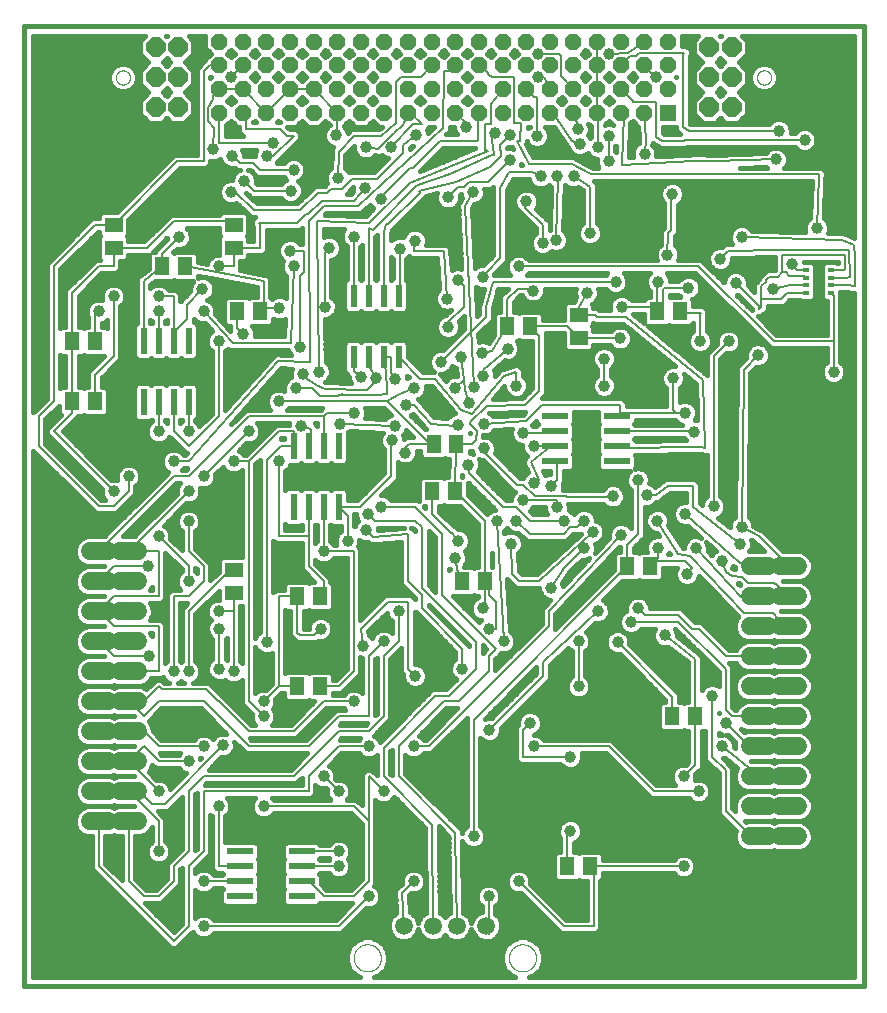
<source format=gtl>
G75*
%MOIN*%
%OFA0B0*%
%FSLAX25Y25*%
%IPPOS*%
%LPD*%
%AMOC8*
5,1,8,0,0,1.08239X$1,22.5*
%
%ADD10C,0.01600*%
%ADD11R,0.02400X0.07500*%
%ADD12C,0.06000*%
%ADD13C,0.00000*%
%ADD14OC8,0.06496*%
%ADD15R,0.05386X0.05386*%
%ADD16OC8,0.05386*%
%ADD17R,0.05118X0.05906*%
%ADD18R,0.05906X0.05118*%
%ADD19R,0.02362X0.08661*%
%ADD20R,0.08661X0.02362*%
%ADD21R,0.01969X0.01378*%
%ADD22C,0.05937*%
%ADD23C,0.00600*%
%ADD24C,0.03962*%
D10*
X0020000Y0035950D02*
X0300000Y0035950D01*
X0300000Y0355950D01*
X0020000Y0355950D01*
X0020000Y0035950D01*
X0023100Y0039050D02*
X0023100Y0214597D01*
X0042700Y0194997D01*
X0044047Y0193650D01*
X0050953Y0193650D01*
X0052300Y0194997D01*
X0052300Y0194997D01*
X0055953Y0198650D01*
X0057300Y0199997D01*
X0057300Y0202620D01*
X0058375Y0203695D01*
X0058981Y0205158D01*
X0058981Y0206742D01*
X0058375Y0208205D01*
X0057255Y0209325D01*
X0055792Y0209931D01*
X0054208Y0209931D01*
X0052745Y0209325D01*
X0051625Y0208205D01*
X0051019Y0206742D01*
X0051019Y0205158D01*
X0051179Y0204771D01*
X0050792Y0204931D01*
X0049272Y0204931D01*
X0033253Y0220950D01*
X0038300Y0225997D01*
X0039647Y0225997D01*
X0040000Y0226350D01*
X0040353Y0225997D01*
X0047128Y0225997D01*
X0048299Y0227169D01*
X0048299Y0234731D01*
X0047128Y0235903D01*
X0046040Y0235903D01*
X0046040Y0238737D01*
X0050953Y0243650D01*
X0052300Y0244997D01*
X0052300Y0262620D01*
X0053375Y0263695D01*
X0053981Y0265158D01*
X0053981Y0266742D01*
X0053375Y0268205D01*
X0052255Y0269325D01*
X0050792Y0269931D01*
X0049208Y0269931D01*
X0047745Y0269325D01*
X0046625Y0268205D01*
X0046019Y0266742D01*
X0046019Y0265158D01*
X0046179Y0264771D01*
X0045792Y0264931D01*
X0044208Y0264931D01*
X0042745Y0264325D01*
X0041625Y0263205D01*
X0041019Y0261742D01*
X0041019Y0260158D01*
X0041440Y0259141D01*
X0041440Y0255903D01*
X0040353Y0255903D01*
X0040000Y0255550D01*
X0039647Y0255903D01*
X0038560Y0255903D01*
X0038560Y0266257D01*
X0045953Y0273650D01*
X0050953Y0273650D01*
X0052300Y0274997D01*
X0052300Y0277651D01*
X0053781Y0277651D01*
X0054953Y0278822D01*
X0054953Y0279910D01*
X0061879Y0279910D01*
X0061701Y0279731D01*
X0061701Y0275252D01*
X0059194Y0273250D01*
X0059047Y0273250D01*
X0058464Y0272667D01*
X0057820Y0272153D01*
X0057804Y0272007D01*
X0057700Y0271903D01*
X0057700Y0271078D01*
X0057608Y0270259D01*
X0057700Y0270144D01*
X0057700Y0257226D01*
X0056819Y0256345D01*
X0056819Y0246027D01*
X0057990Y0244856D01*
X0062010Y0244856D01*
X0062500Y0245346D01*
X0062990Y0244856D01*
X0067010Y0244856D01*
X0067500Y0245346D01*
X0067990Y0244856D01*
X0072010Y0244856D01*
X0072500Y0245346D01*
X0072990Y0244856D01*
X0077010Y0244856D01*
X0078181Y0246027D01*
X0078181Y0256345D01*
X0077010Y0257517D01*
X0076745Y0257517D01*
X0076750Y0257522D01*
X0076750Y0258570D01*
X0077745Y0257575D01*
X0079208Y0256969D01*
X0080527Y0256969D01*
X0082892Y0254386D01*
X0082745Y0254325D01*
X0081625Y0253205D01*
X0081019Y0251742D01*
X0081019Y0250158D01*
X0081625Y0248695D01*
X0082700Y0247620D01*
X0082700Y0226903D01*
X0078559Y0222761D01*
X0078375Y0223205D01*
X0077300Y0224280D01*
X0077300Y0224674D01*
X0078181Y0225555D01*
X0078181Y0235873D01*
X0077010Y0237044D01*
X0072990Y0237044D01*
X0072500Y0236554D01*
X0072010Y0237044D01*
X0067990Y0237044D01*
X0067500Y0236554D01*
X0067010Y0237044D01*
X0062990Y0237044D01*
X0062500Y0236554D01*
X0062010Y0237044D01*
X0057990Y0237044D01*
X0056819Y0235873D01*
X0056819Y0225555D01*
X0057990Y0224383D01*
X0062010Y0224383D01*
X0062500Y0224874D01*
X0062700Y0224674D01*
X0062700Y0224280D01*
X0061625Y0223205D01*
X0061019Y0221742D01*
X0061019Y0220158D01*
X0061625Y0218695D01*
X0062745Y0217575D01*
X0064208Y0216969D01*
X0065792Y0216969D01*
X0067255Y0217575D01*
X0068375Y0218695D01*
X0068559Y0219139D01*
X0069047Y0218650D01*
X0069047Y0218650D01*
X0072700Y0214997D01*
X0074047Y0213650D01*
X0074327Y0213650D01*
X0073970Y0213250D01*
X0073330Y0213250D01*
X0072255Y0214325D01*
X0070792Y0214931D01*
X0069208Y0214931D01*
X0067745Y0214325D01*
X0066625Y0213205D01*
X0066019Y0211742D01*
X0066019Y0210158D01*
X0066625Y0208695D01*
X0067745Y0207575D01*
X0068189Y0207391D01*
X0067700Y0206903D01*
X0046747Y0185950D01*
X0041005Y0185950D01*
X0039168Y0185189D01*
X0037761Y0183782D01*
X0037000Y0181945D01*
X0037000Y0179955D01*
X0037761Y0178118D01*
X0039168Y0176711D01*
X0041005Y0175950D01*
X0039168Y0175189D01*
X0037761Y0173782D01*
X0037000Y0171945D01*
X0037000Y0169955D01*
X0037761Y0168118D01*
X0039168Y0166711D01*
X0041005Y0165950D01*
X0039168Y0165189D01*
X0037761Y0163782D01*
X0037000Y0161945D01*
X0037000Y0159955D01*
X0037761Y0158118D01*
X0039168Y0156711D01*
X0041005Y0155950D01*
X0039168Y0155189D01*
X0037761Y0153782D01*
X0037000Y0151945D01*
X0037000Y0149955D01*
X0037761Y0148118D01*
X0039168Y0146711D01*
X0041005Y0145950D01*
X0039168Y0145189D01*
X0037761Y0143782D01*
X0037000Y0141945D01*
X0037000Y0139955D01*
X0037761Y0138118D01*
X0039168Y0136711D01*
X0041005Y0135950D01*
X0039168Y0135189D01*
X0037761Y0133782D01*
X0037000Y0131945D01*
X0037000Y0129955D01*
X0037761Y0128118D01*
X0039168Y0126711D01*
X0041005Y0125950D01*
X0039168Y0125189D01*
X0037761Y0123782D01*
X0037000Y0121945D01*
X0037000Y0119955D01*
X0037761Y0118118D01*
X0039168Y0116711D01*
X0041005Y0115950D01*
X0039168Y0115189D01*
X0037761Y0113782D01*
X0037000Y0111945D01*
X0037000Y0109955D01*
X0037761Y0108118D01*
X0039168Y0106711D01*
X0041005Y0105950D01*
X0039168Y0105189D01*
X0037761Y0103782D01*
X0037000Y0101945D01*
X0037000Y0099955D01*
X0037761Y0098118D01*
X0039168Y0096711D01*
X0041005Y0095950D01*
X0039168Y0095189D01*
X0037761Y0093782D01*
X0037000Y0091945D01*
X0037000Y0089955D01*
X0037761Y0088118D01*
X0039168Y0086711D01*
X0041005Y0085950D01*
X0042700Y0085950D01*
X0042700Y0074997D01*
X0067700Y0049997D01*
X0069047Y0048650D01*
X0070953Y0048650D01*
X0075953Y0053650D01*
X0076441Y0054139D01*
X0076625Y0053695D01*
X0077745Y0052575D01*
X0079208Y0051969D01*
X0080792Y0051969D01*
X0082255Y0052575D01*
X0083330Y0053650D01*
X0125953Y0053650D01*
X0134272Y0061969D01*
X0135792Y0061969D01*
X0137255Y0062575D01*
X0138375Y0063695D01*
X0138981Y0065158D01*
X0138981Y0066742D01*
X0138375Y0068205D01*
X0137255Y0069325D01*
X0136811Y0069509D01*
X0137300Y0069997D01*
X0137300Y0098020D01*
X0137745Y0097575D01*
X0139208Y0096969D01*
X0140792Y0096969D01*
X0142255Y0097575D01*
X0143375Y0098695D01*
X0143559Y0099139D01*
X0153776Y0088922D01*
X0154154Y0060543D01*
X0153699Y0060354D01*
X0152301Y0058957D01*
X0151592Y0057244D01*
X0150882Y0058957D01*
X0149484Y0060354D01*
X0148788Y0060643D01*
X0148559Y0066257D01*
X0149272Y0066969D01*
X0150792Y0066969D01*
X0152255Y0067575D01*
X0153375Y0068695D01*
X0153981Y0070158D01*
X0153981Y0071742D01*
X0153375Y0073205D01*
X0152255Y0074325D01*
X0150792Y0074931D01*
X0149208Y0074931D01*
X0147745Y0074325D01*
X0146625Y0073205D01*
X0146019Y0071742D01*
X0146019Y0070222D01*
X0145229Y0069432D01*
X0145174Y0069429D01*
X0144561Y0068763D01*
X0143920Y0068123D01*
X0143920Y0068068D01*
X0143883Y0068028D01*
X0143920Y0067123D01*
X0143920Y0066217D01*
X0143959Y0066179D01*
X0144191Y0060493D01*
X0143856Y0060354D01*
X0142458Y0058957D01*
X0141702Y0057130D01*
X0141702Y0055154D01*
X0142458Y0053328D01*
X0143856Y0051930D01*
X0145682Y0051174D01*
X0147658Y0051174D01*
X0149484Y0051930D01*
X0150882Y0053328D01*
X0151592Y0055040D01*
X0152301Y0053328D01*
X0153699Y0051930D01*
X0155525Y0051174D01*
X0157501Y0051174D01*
X0159327Y0051930D01*
X0160450Y0053053D01*
X0161573Y0051930D01*
X0163399Y0051174D01*
X0165375Y0051174D01*
X0167201Y0051930D01*
X0168599Y0053328D01*
X0169308Y0055040D01*
X0170018Y0053328D01*
X0171415Y0051930D01*
X0173242Y0051174D01*
X0173886Y0051174D01*
X0174047Y0051012D01*
X0174388Y0051012D01*
X0174685Y0050843D01*
X0175307Y0051012D01*
X0175953Y0051012D01*
X0176194Y0051253D01*
X0176523Y0051343D01*
X0176801Y0051829D01*
X0177044Y0051930D01*
X0178442Y0053328D01*
X0179198Y0055154D01*
X0179198Y0057130D01*
X0178442Y0058957D01*
X0177300Y0060099D01*
X0177300Y0062620D01*
X0178375Y0063695D01*
X0178981Y0065158D01*
X0178981Y0066742D01*
X0178375Y0068205D01*
X0177255Y0069325D01*
X0175792Y0069931D01*
X0174208Y0069931D01*
X0172745Y0069325D01*
X0171625Y0068205D01*
X0171019Y0066742D01*
X0171019Y0065158D01*
X0171625Y0063695D01*
X0172700Y0062620D01*
X0172700Y0060886D01*
X0171415Y0060354D01*
X0170018Y0058957D01*
X0169308Y0057244D01*
X0168599Y0058957D01*
X0167201Y0060354D01*
X0166622Y0060594D01*
X0166273Y0084544D01*
X0166625Y0083695D01*
X0167745Y0082575D01*
X0169208Y0081969D01*
X0170792Y0081969D01*
X0172255Y0082575D01*
X0173375Y0083695D01*
X0173981Y0085158D01*
X0173981Y0086742D01*
X0173375Y0088205D01*
X0172300Y0089280D01*
X0172300Y0118770D01*
X0172995Y0118075D01*
X0174458Y0117469D01*
X0176042Y0117469D01*
X0177505Y0118075D01*
X0178625Y0119195D01*
X0179231Y0120658D01*
X0179231Y0122178D01*
X0194203Y0137150D01*
X0195550Y0138497D01*
X0195550Y0142954D01*
X0201646Y0148674D01*
X0202700Y0147620D01*
X0202700Y0139280D01*
X0201625Y0138205D01*
X0201019Y0136742D01*
X0201019Y0135158D01*
X0201625Y0133695D01*
X0202745Y0132575D01*
X0204208Y0131969D01*
X0205792Y0131969D01*
X0207255Y0132575D01*
X0208375Y0133695D01*
X0208981Y0135158D01*
X0208981Y0136742D01*
X0208375Y0138205D01*
X0207300Y0139280D01*
X0207300Y0147620D01*
X0208375Y0148695D01*
X0208981Y0150158D01*
X0208981Y0151742D01*
X0208375Y0153205D01*
X0207455Y0154125D01*
X0210621Y0157095D01*
X0210683Y0157069D01*
X0212267Y0157069D01*
X0213730Y0157675D01*
X0214850Y0158795D01*
X0215456Y0160258D01*
X0215456Y0161842D01*
X0214850Y0163305D01*
X0213730Y0164425D01*
X0213205Y0164642D01*
X0219560Y0170997D01*
X0224647Y0170997D01*
X0225000Y0171350D01*
X0225353Y0170997D01*
X0232128Y0170997D01*
X0233299Y0172169D01*
X0233299Y0175400D01*
X0237684Y0175400D01*
X0237194Y0174217D01*
X0237194Y0172633D01*
X0237800Y0171170D01*
X0238920Y0170050D01*
X0240383Y0169444D01*
X0241967Y0169444D01*
X0243430Y0170050D01*
X0244550Y0171170D01*
X0245156Y0172633D01*
X0245156Y0172766D01*
X0258022Y0159424D01*
X0258023Y0159368D01*
X0258189Y0159210D01*
X0257761Y0158782D01*
X0257000Y0156945D01*
X0257000Y0154955D01*
X0257761Y0153118D01*
X0259168Y0151711D01*
X0261005Y0150950D01*
X0259168Y0150189D01*
X0257761Y0148782D01*
X0257541Y0148250D01*
X0255203Y0148250D01*
X0247300Y0156153D01*
X0245953Y0157500D01*
X0243703Y0157500D01*
X0240550Y0160653D01*
X0239203Y0162000D01*
X0228731Y0162000D01*
X0228731Y0162742D01*
X0228125Y0164205D01*
X0227005Y0165325D01*
X0225542Y0165931D01*
X0223958Y0165931D01*
X0222495Y0165325D01*
X0221375Y0164205D01*
X0220769Y0162742D01*
X0220769Y0161158D01*
X0220810Y0161059D01*
X0220245Y0160825D01*
X0219125Y0159705D01*
X0218519Y0158242D01*
X0218519Y0156658D01*
X0219125Y0155195D01*
X0220238Y0154082D01*
X0218792Y0154681D01*
X0217208Y0154681D01*
X0215745Y0154075D01*
X0214625Y0152955D01*
X0214019Y0151492D01*
X0214019Y0149908D01*
X0214625Y0148445D01*
X0215745Y0147325D01*
X0217208Y0146719D01*
X0218728Y0146719D01*
X0233960Y0131487D01*
X0233960Y0130903D01*
X0232872Y0130903D01*
X0231701Y0129731D01*
X0231701Y0122169D01*
X0232872Y0120997D01*
X0239647Y0120997D01*
X0240000Y0121350D01*
X0240353Y0120997D01*
X0241440Y0120997D01*
X0241440Y0110643D01*
X0240728Y0109931D01*
X0239208Y0109931D01*
X0237745Y0109325D01*
X0236625Y0108205D01*
X0236019Y0106742D01*
X0236019Y0105158D01*
X0236625Y0103695D01*
X0237070Y0103250D01*
X0230953Y0103250D01*
X0215953Y0118250D01*
X0193330Y0118250D01*
X0192255Y0119325D01*
X0190792Y0119931D01*
X0190054Y0119931D01*
X0191005Y0120325D01*
X0192125Y0121445D01*
X0192731Y0122908D01*
X0192731Y0124492D01*
X0192125Y0125955D01*
X0191005Y0127075D01*
X0189542Y0127681D01*
X0187958Y0127681D01*
X0186495Y0127075D01*
X0185375Y0125955D01*
X0184769Y0124492D01*
X0184769Y0122972D01*
X0184200Y0122403D01*
X0184200Y0111497D01*
X0185547Y0110150D01*
X0198920Y0110150D01*
X0199995Y0109075D01*
X0201458Y0108469D01*
X0203042Y0108469D01*
X0204505Y0109075D01*
X0205625Y0110195D01*
X0206231Y0111658D01*
X0206231Y0113242D01*
X0206062Y0113650D01*
X0214047Y0113650D01*
X0227700Y0099997D01*
X0229047Y0098650D01*
X0241670Y0098650D01*
X0242745Y0097575D01*
X0244208Y0096969D01*
X0245792Y0096969D01*
X0247255Y0097575D01*
X0248375Y0098695D01*
X0248981Y0100158D01*
X0248981Y0101742D01*
X0248375Y0103205D01*
X0247255Y0104325D01*
X0245792Y0104931D01*
X0244208Y0104931D01*
X0243821Y0104771D01*
X0243981Y0105158D01*
X0243981Y0106678D01*
X0246040Y0108737D01*
X0246040Y0120997D01*
X0247128Y0120997D01*
X0247200Y0121070D01*
X0247200Y0111497D01*
X0248547Y0110150D01*
X0251700Y0106997D01*
X0251700Y0093497D01*
X0253047Y0092150D01*
X0257367Y0087830D01*
X0257000Y0086945D01*
X0257000Y0084955D01*
X0257761Y0083118D01*
X0259168Y0081711D01*
X0261005Y0080950D01*
X0268995Y0080950D01*
X0270000Y0081366D01*
X0271005Y0080950D01*
X0278995Y0080950D01*
X0280832Y0081711D01*
X0282239Y0083118D01*
X0283000Y0084955D01*
X0283000Y0086945D01*
X0282239Y0088782D01*
X0280832Y0090189D01*
X0278995Y0090950D01*
X0280832Y0091711D01*
X0282239Y0093118D01*
X0283000Y0094955D01*
X0283000Y0096945D01*
X0282239Y0098782D01*
X0280832Y0100189D01*
X0278995Y0100950D01*
X0280832Y0101711D01*
X0282239Y0103118D01*
X0283000Y0104955D01*
X0283000Y0106945D01*
X0282239Y0108782D01*
X0280832Y0110189D01*
X0278995Y0110950D01*
X0271005Y0110950D01*
X0270000Y0110534D01*
X0268995Y0110950D01*
X0270000Y0111366D01*
X0271005Y0110950D01*
X0278995Y0110950D01*
X0280832Y0111711D01*
X0282239Y0113118D01*
X0283000Y0114955D01*
X0283000Y0116945D01*
X0282239Y0118782D01*
X0280832Y0120189D01*
X0278995Y0120950D01*
X0280832Y0121711D01*
X0282239Y0123118D01*
X0283000Y0124955D01*
X0283000Y0126945D01*
X0282239Y0128782D01*
X0280832Y0130189D01*
X0278995Y0130950D01*
X0280832Y0131711D01*
X0282239Y0133118D01*
X0283000Y0134955D01*
X0283000Y0136945D01*
X0282239Y0138782D01*
X0280832Y0140189D01*
X0278995Y0140950D01*
X0271005Y0140950D01*
X0270000Y0140534D01*
X0268995Y0140950D01*
X0261005Y0140950D01*
X0259168Y0140189D01*
X0257761Y0138782D01*
X0257000Y0136945D01*
X0257000Y0134955D01*
X0257761Y0133118D01*
X0259168Y0131711D01*
X0261005Y0130950D01*
X0268995Y0130950D01*
X0270000Y0131366D01*
X0271005Y0130950D01*
X0278995Y0130950D01*
X0271005Y0130950D01*
X0270000Y0130534D01*
X0268995Y0130950D01*
X0261005Y0130950D01*
X0259168Y0130189D01*
X0257761Y0128782D01*
X0257541Y0128250D01*
X0257203Y0128250D01*
X0256300Y0129153D01*
X0256300Y0142653D01*
X0255303Y0143650D01*
X0257541Y0143650D01*
X0257761Y0143118D01*
X0259168Y0141711D01*
X0261005Y0140950D01*
X0268995Y0140950D01*
X0270000Y0141366D01*
X0271005Y0140950D01*
X0278995Y0140950D01*
X0280832Y0141711D01*
X0282239Y0143118D01*
X0283000Y0144955D01*
X0283000Y0146945D01*
X0282239Y0148782D01*
X0280832Y0150189D01*
X0278995Y0150950D01*
X0271005Y0150950D01*
X0270000Y0150534D01*
X0268995Y0150950D01*
X0261005Y0150950D01*
X0268995Y0150950D01*
X0270000Y0151366D01*
X0271005Y0150950D01*
X0278995Y0150950D01*
X0280832Y0151711D01*
X0282239Y0153118D01*
X0283000Y0154955D01*
X0283000Y0156945D01*
X0282239Y0158782D01*
X0280832Y0160189D01*
X0278995Y0160950D01*
X0280832Y0161711D01*
X0282239Y0163118D01*
X0283000Y0164955D01*
X0283000Y0166945D01*
X0282239Y0168782D01*
X0280832Y0170189D01*
X0278995Y0170950D01*
X0280832Y0171711D01*
X0282239Y0173118D01*
X0283000Y0174955D01*
X0283000Y0176945D01*
X0282239Y0178782D01*
X0280832Y0180189D01*
X0278995Y0180950D01*
X0273253Y0180950D01*
X0267047Y0187155D01*
X0266949Y0187499D01*
X0266398Y0187804D01*
X0265953Y0188250D01*
X0265596Y0188250D01*
X0263306Y0189521D01*
X0263306Y0189892D01*
X0262700Y0191355D01*
X0261668Y0192388D01*
X0262288Y0240560D01*
X0264072Y0242344D01*
X0265592Y0242344D01*
X0267055Y0242950D01*
X0268175Y0244070D01*
X0268781Y0245533D01*
X0268781Y0247117D01*
X0268175Y0248580D01*
X0267055Y0249700D01*
X0265592Y0250306D01*
X0264008Y0250306D01*
X0262545Y0249700D01*
X0261425Y0248580D01*
X0260819Y0247117D01*
X0260819Y0245597D01*
X0258384Y0243162D01*
X0257712Y0242507D01*
X0257712Y0242490D01*
X0257700Y0242478D01*
X0257700Y0241540D01*
X0257068Y0192473D01*
X0255950Y0191355D01*
X0255344Y0189892D01*
X0255344Y0189086D01*
X0251438Y0192236D01*
X0252255Y0192575D01*
X0253375Y0193695D01*
X0253981Y0195158D01*
X0253981Y0196742D01*
X0253375Y0198205D01*
X0252300Y0199280D01*
X0252300Y0244997D01*
X0254272Y0246969D01*
X0255792Y0246969D01*
X0257255Y0247575D01*
X0258375Y0248695D01*
X0258981Y0250158D01*
X0258981Y0251742D01*
X0258375Y0253205D01*
X0257255Y0254325D01*
X0255792Y0254931D01*
X0254208Y0254931D01*
X0252745Y0254325D01*
X0251625Y0253205D01*
X0251019Y0251742D01*
X0251019Y0250222D01*
X0247700Y0246903D01*
X0247700Y0239884D01*
X0247210Y0240336D01*
X0247136Y0240333D01*
X0228139Y0255997D01*
X0234647Y0255997D01*
X0235000Y0256350D01*
X0235353Y0255997D01*
X0242128Y0255997D01*
X0243150Y0257020D01*
X0243150Y0254380D01*
X0242075Y0253305D01*
X0241469Y0251842D01*
X0241469Y0250258D01*
X0242075Y0248795D01*
X0243195Y0247675D01*
X0244658Y0247069D01*
X0246242Y0247069D01*
X0247705Y0247675D01*
X0248825Y0248795D01*
X0249431Y0250258D01*
X0249431Y0251842D01*
X0248825Y0253305D01*
X0247750Y0254380D01*
X0247750Y0259322D01*
X0247975Y0259547D01*
X0247975Y0261453D01*
X0246628Y0262800D01*
X0243299Y0262800D01*
X0243299Y0264731D01*
X0242961Y0265069D01*
X0243880Y0265450D01*
X0245000Y0266570D01*
X0245606Y0268033D01*
X0245606Y0269617D01*
X0245000Y0271080D01*
X0243880Y0272200D01*
X0242417Y0272806D01*
X0240833Y0272806D01*
X0239370Y0272200D01*
X0238295Y0271125D01*
X0235481Y0271125D01*
X0235481Y0271642D01*
X0234875Y0273105D01*
X0234330Y0273650D01*
X0243828Y0273650D01*
X0268378Y0249320D01*
X0269047Y0248650D01*
X0269053Y0248650D01*
X0269058Y0248646D01*
X0270005Y0248650D01*
X0287700Y0248650D01*
X0287700Y0244030D01*
X0286625Y0242955D01*
X0286019Y0241492D01*
X0286019Y0239908D01*
X0286625Y0238445D01*
X0287745Y0237325D01*
X0289208Y0236719D01*
X0290792Y0236719D01*
X0292255Y0237325D01*
X0293375Y0238445D01*
X0293981Y0239908D01*
X0293981Y0241492D01*
X0293375Y0242955D01*
X0292300Y0244030D01*
X0292300Y0267100D01*
X0292029Y0267370D01*
X0294374Y0267370D01*
X0296189Y0267258D01*
X0296247Y0267200D01*
X0296900Y0267200D01*
X0296900Y0039050D01*
X0188653Y0039050D01*
X0190184Y0039684D01*
X0192104Y0041605D01*
X0193144Y0044114D01*
X0193144Y0046830D01*
X0192104Y0049340D01*
X0190184Y0051260D01*
X0187674Y0052300D01*
X0184958Y0052300D01*
X0182449Y0051260D01*
X0180528Y0049340D01*
X0179489Y0046830D01*
X0179489Y0044114D01*
X0180528Y0041605D01*
X0182449Y0039684D01*
X0183979Y0039050D01*
X0136921Y0039050D01*
X0138451Y0039684D01*
X0140372Y0041605D01*
X0141411Y0044114D01*
X0141411Y0046830D01*
X0140372Y0049340D01*
X0138451Y0051260D01*
X0135942Y0052300D01*
X0133226Y0052300D01*
X0130716Y0051260D01*
X0128796Y0049340D01*
X0127756Y0046830D01*
X0127756Y0044114D01*
X0128796Y0041605D01*
X0130716Y0039684D01*
X0132247Y0039050D01*
X0023100Y0039050D01*
X0023100Y0039147D02*
X0132013Y0039147D01*
X0129655Y0040746D02*
X0023100Y0040746D01*
X0023100Y0042344D02*
X0128489Y0042344D01*
X0127827Y0043943D02*
X0023100Y0043943D01*
X0023100Y0045541D02*
X0127756Y0045541D01*
X0127884Y0047140D02*
X0023100Y0047140D01*
X0023100Y0048738D02*
X0068959Y0048738D01*
X0071041Y0048738D02*
X0128547Y0048738D01*
X0129793Y0050337D02*
X0072639Y0050337D01*
X0074238Y0051935D02*
X0132346Y0051935D01*
X0136822Y0051935D02*
X0143851Y0051935D01*
X0142373Y0053534D02*
X0083214Y0053534D01*
X0083330Y0058250D02*
X0082255Y0059325D01*
X0080792Y0059931D01*
X0079208Y0059931D01*
X0077745Y0059325D01*
X0077300Y0058880D01*
X0077300Y0068020D01*
X0077745Y0067575D01*
X0079208Y0066969D01*
X0080792Y0066969D01*
X0082255Y0067575D01*
X0083330Y0068650D01*
X0086224Y0068650D01*
X0086424Y0068450D01*
X0085933Y0067960D01*
X0085933Y0063940D01*
X0087105Y0062769D01*
X0097423Y0062769D01*
X0098594Y0063940D01*
X0098594Y0067960D01*
X0098104Y0068450D01*
X0098594Y0068940D01*
X0098594Y0072960D01*
X0098104Y0073450D01*
X0098594Y0073940D01*
X0098594Y0077960D01*
X0098104Y0078450D01*
X0098594Y0078940D01*
X0098594Y0082960D01*
X0097423Y0084131D01*
X0087300Y0084131D01*
X0087300Y0092620D01*
X0088375Y0093695D01*
X0088981Y0095158D01*
X0088981Y0096742D01*
X0088375Y0098205D01*
X0087930Y0098650D01*
X0097070Y0098650D01*
X0096625Y0098205D01*
X0096019Y0096742D01*
X0096019Y0095158D01*
X0096625Y0093695D01*
X0097745Y0092575D01*
X0099208Y0091969D01*
X0100792Y0091969D01*
X0102255Y0092575D01*
X0103330Y0093650D01*
X0129047Y0093650D01*
X0132700Y0089997D01*
X0132700Y0071903D01*
X0129047Y0068250D01*
X0120953Y0068250D01*
X0119067Y0070136D01*
X0119067Y0072960D01*
X0118576Y0073450D01*
X0118776Y0073650D01*
X0121670Y0073650D01*
X0122745Y0072575D01*
X0124208Y0071969D01*
X0125792Y0071969D01*
X0127255Y0072575D01*
X0128375Y0073695D01*
X0128981Y0075158D01*
X0128981Y0076742D01*
X0128375Y0078205D01*
X0128130Y0078450D01*
X0128375Y0078695D01*
X0128981Y0080158D01*
X0128981Y0081742D01*
X0128375Y0083205D01*
X0127255Y0084325D01*
X0125792Y0084931D01*
X0124208Y0084931D01*
X0122745Y0084325D01*
X0121670Y0083250D01*
X0118776Y0083250D01*
X0117895Y0084131D01*
X0107577Y0084131D01*
X0106406Y0082960D01*
X0106406Y0078940D01*
X0106896Y0078450D01*
X0106406Y0077960D01*
X0106406Y0073940D01*
X0106896Y0073450D01*
X0106406Y0072960D01*
X0106406Y0068940D01*
X0106896Y0068450D01*
X0106406Y0067960D01*
X0106406Y0063940D01*
X0107577Y0062769D01*
X0117895Y0062769D01*
X0118912Y0063785D01*
X0119047Y0063650D01*
X0129447Y0063650D01*
X0124047Y0058250D01*
X0083330Y0058250D01*
X0083251Y0058329D02*
X0124126Y0058329D01*
X0125725Y0059928D02*
X0080800Y0059928D01*
X0079200Y0059928D02*
X0077300Y0059928D01*
X0077300Y0061526D02*
X0127324Y0061526D01*
X0128922Y0063125D02*
X0118251Y0063125D01*
X0119684Y0069519D02*
X0130316Y0069519D01*
X0131915Y0071117D02*
X0119067Y0071117D01*
X0119067Y0072716D02*
X0122604Y0072716D01*
X0127396Y0072716D02*
X0132700Y0072716D01*
X0132700Y0074314D02*
X0128632Y0074314D01*
X0128981Y0075913D02*
X0132700Y0075913D01*
X0132700Y0077511D02*
X0128662Y0077511D01*
X0128547Y0079110D02*
X0132700Y0079110D01*
X0132700Y0080708D02*
X0128981Y0080708D01*
X0128747Y0082307D02*
X0132700Y0082307D01*
X0132700Y0083905D02*
X0127675Y0083905D01*
X0122325Y0083905D02*
X0118121Y0083905D01*
X0118776Y0078650D02*
X0121670Y0078650D01*
X0121870Y0078450D01*
X0121670Y0078250D01*
X0118776Y0078250D01*
X0118576Y0078450D01*
X0118776Y0078650D01*
X0130799Y0091898D02*
X0087300Y0091898D01*
X0087300Y0090299D02*
X0132398Y0090299D01*
X0132700Y0088701D02*
X0087300Y0088701D01*
X0087300Y0087102D02*
X0132700Y0087102D01*
X0132700Y0085504D02*
X0087300Y0085504D01*
X0082700Y0085504D02*
X0082300Y0085504D01*
X0082300Y0087102D02*
X0082700Y0087102D01*
X0082700Y0088701D02*
X0082300Y0088701D01*
X0082300Y0090299D02*
X0082700Y0090299D01*
X0082700Y0091898D02*
X0082300Y0091898D01*
X0082700Y0092620D02*
X0082700Y0074997D01*
X0084047Y0073650D01*
X0086224Y0073650D01*
X0086424Y0073450D01*
X0086224Y0073250D01*
X0083330Y0073250D01*
X0082255Y0074325D01*
X0080792Y0074931D01*
X0079208Y0074931D01*
X0077745Y0074325D01*
X0077300Y0073880D01*
X0077300Y0074997D01*
X0080953Y0078650D01*
X0082300Y0079997D01*
X0082300Y0093020D01*
X0082700Y0092620D01*
X0077700Y0091898D02*
X0077300Y0091898D01*
X0077300Y0093496D02*
X0077700Y0093496D01*
X0077700Y0095095D02*
X0077300Y0095095D01*
X0077300Y0096693D02*
X0077700Y0096693D01*
X0077700Y0098292D02*
X0077300Y0098292D01*
X0077300Y0099890D02*
X0077700Y0099890D01*
X0077700Y0099997D02*
X0077700Y0100397D01*
X0077300Y0099997D01*
X0077300Y0081503D01*
X0077700Y0081903D01*
X0077700Y0099997D01*
X0080553Y0103250D02*
X0080953Y0103650D01*
X0110953Y0103650D01*
X0112300Y0104997D01*
X0112300Y0104997D01*
X0112700Y0105397D01*
X0112700Y0104997D01*
X0112700Y0103250D01*
X0080553Y0103250D01*
X0081750Y0108250D02*
X0085701Y0112294D01*
X0087167Y0112294D01*
X0088630Y0112900D01*
X0089750Y0114020D01*
X0090356Y0115483D01*
X0090356Y0117067D01*
X0090162Y0117535D01*
X0092700Y0114997D01*
X0094047Y0113650D01*
X0114447Y0113650D01*
X0109047Y0108250D01*
X0081750Y0108250D01*
X0082953Y0109482D02*
X0110279Y0109482D01*
X0111877Y0111080D02*
X0084515Y0111080D01*
X0088095Y0112679D02*
X0113476Y0112679D01*
X0114047Y0118250D02*
X0095953Y0118250D01*
X0095553Y0118650D01*
X0109047Y0118650D01*
X0110953Y0118650D01*
X0120953Y0128650D01*
X0126670Y0128650D01*
X0127070Y0128250D01*
X0124047Y0128250D01*
X0122700Y0126903D01*
X0114047Y0118250D01*
X0114870Y0119073D02*
X0111375Y0119073D01*
X0112974Y0120671D02*
X0116468Y0120671D01*
X0118067Y0122270D02*
X0114572Y0122270D01*
X0116171Y0123868D02*
X0119665Y0123868D01*
X0121264Y0125467D02*
X0117769Y0125467D01*
X0119368Y0127065D02*
X0122862Y0127065D01*
X0125953Y0123650D02*
X0134447Y0123650D01*
X0134047Y0123250D01*
X0125553Y0123250D01*
X0125953Y0123650D01*
X0125953Y0118650D02*
X0132070Y0118650D01*
X0131670Y0118250D01*
X0125553Y0118250D01*
X0125953Y0118650D01*
X0125953Y0113650D02*
X0131670Y0113650D01*
X0132745Y0112575D01*
X0134208Y0111969D01*
X0135792Y0111969D01*
X0137255Y0112575D01*
X0137700Y0113020D01*
X0137700Y0106503D01*
X0135953Y0108250D01*
X0134047Y0108250D01*
X0132700Y0106903D01*
X0132700Y0104997D01*
X0132700Y0096503D01*
X0130953Y0098250D01*
X0127930Y0098250D01*
X0128375Y0098695D01*
X0128981Y0100158D01*
X0128981Y0101742D01*
X0128375Y0103205D01*
X0127255Y0104325D01*
X0125792Y0104931D01*
X0124272Y0104931D01*
X0123981Y0105222D01*
X0123981Y0106742D01*
X0123375Y0108205D01*
X0122255Y0109325D01*
X0121811Y0109509D01*
X0125953Y0113650D01*
X0124981Y0112679D02*
X0132641Y0112679D01*
X0137359Y0112679D02*
X0137700Y0112679D01*
X0137700Y0111080D02*
X0123383Y0111080D01*
X0121877Y0109482D02*
X0137700Y0109482D01*
X0137700Y0107883D02*
X0136320Y0107883D01*
X0133680Y0107883D02*
X0123508Y0107883D01*
X0123981Y0106284D02*
X0132700Y0106284D01*
X0132700Y0104686D02*
X0126384Y0104686D01*
X0128424Y0103087D02*
X0132700Y0103087D01*
X0132700Y0101489D02*
X0128981Y0101489D01*
X0128870Y0099890D02*
X0132700Y0099890D01*
X0132700Y0098292D02*
X0127972Y0098292D01*
X0129201Y0093496D02*
X0103177Y0093496D01*
X0103330Y0098250D02*
X0102930Y0098650D01*
X0115953Y0098650D01*
X0117300Y0099997D01*
X0117300Y0103020D01*
X0117745Y0102575D01*
X0119208Y0101969D01*
X0120728Y0101969D01*
X0121019Y0101678D01*
X0121019Y0100158D01*
X0121625Y0098695D01*
X0122070Y0098250D01*
X0103330Y0098250D01*
X0103288Y0098292D02*
X0122028Y0098292D01*
X0121130Y0099890D02*
X0117193Y0099890D01*
X0117300Y0101489D02*
X0121019Y0101489D01*
X0112700Y0104686D02*
X0111989Y0104686D01*
X0096712Y0098292D02*
X0088288Y0098292D01*
X0088981Y0096693D02*
X0096019Y0096693D01*
X0096045Y0095095D02*
X0088955Y0095095D01*
X0088177Y0093496D02*
X0096823Y0093496D01*
X0097649Y0083905D02*
X0107351Y0083905D01*
X0106406Y0082307D02*
X0098594Y0082307D01*
X0098594Y0080708D02*
X0106406Y0080708D01*
X0106406Y0079110D02*
X0098594Y0079110D01*
X0098594Y0077511D02*
X0106406Y0077511D01*
X0106406Y0075913D02*
X0098594Y0075913D01*
X0098594Y0074314D02*
X0106406Y0074314D01*
X0106406Y0072716D02*
X0098594Y0072716D01*
X0098594Y0071117D02*
X0106406Y0071117D01*
X0106406Y0069519D02*
X0098594Y0069519D01*
X0098594Y0067920D02*
X0106406Y0067920D01*
X0106406Y0066322D02*
X0098594Y0066322D01*
X0098594Y0064723D02*
X0106406Y0064723D01*
X0107221Y0063125D02*
X0097779Y0063125D01*
X0086749Y0063125D02*
X0077300Y0063125D01*
X0077300Y0064723D02*
X0085933Y0064723D01*
X0085933Y0066322D02*
X0077300Y0066322D01*
X0077300Y0067920D02*
X0077400Y0067920D01*
X0082600Y0067920D02*
X0085933Y0067920D01*
X0083383Y0074314D02*
X0082266Y0074314D01*
X0082700Y0075913D02*
X0078215Y0075913D01*
X0077734Y0074314D02*
X0077300Y0074314D01*
X0079814Y0077511D02*
X0082700Y0077511D01*
X0082700Y0079110D02*
X0081412Y0079110D01*
X0082300Y0080708D02*
X0082700Y0080708D01*
X0082700Y0082307D02*
X0082300Y0082307D01*
X0082300Y0083905D02*
X0082700Y0083905D01*
X0077700Y0083905D02*
X0077300Y0083905D01*
X0077300Y0082307D02*
X0077700Y0082307D01*
X0077700Y0085504D02*
X0077300Y0085504D01*
X0077300Y0087102D02*
X0077700Y0087102D01*
X0077700Y0088701D02*
X0077300Y0088701D01*
X0077300Y0090299D02*
X0077700Y0090299D01*
X0072700Y0090299D02*
X0067300Y0090299D01*
X0067300Y0088701D02*
X0072700Y0088701D01*
X0072700Y0087102D02*
X0067300Y0087102D01*
X0067300Y0085504D02*
X0072700Y0085504D01*
X0072700Y0083905D02*
X0067675Y0083905D01*
X0067300Y0084280D02*
X0067300Y0091903D01*
X0065953Y0093250D01*
X0064803Y0094400D01*
X0066313Y0094400D01*
X0066324Y0094389D01*
X0067264Y0094400D01*
X0068203Y0094400D01*
X0068214Y0094411D01*
X0068229Y0094411D01*
X0068886Y0095083D01*
X0069550Y0095747D01*
X0069550Y0095763D01*
X0072700Y0098987D01*
X0072700Y0081903D01*
X0067700Y0076903D01*
X0067700Y0071903D01*
X0064047Y0068250D01*
X0060953Y0068250D01*
X0057300Y0071903D01*
X0057300Y0085950D01*
X0058995Y0085950D01*
X0060832Y0086711D01*
X0062239Y0088118D01*
X0062700Y0089231D01*
X0062700Y0084280D01*
X0061625Y0083205D01*
X0061019Y0081742D01*
X0061019Y0080158D01*
X0061625Y0078695D01*
X0062745Y0077575D01*
X0064208Y0076969D01*
X0065792Y0076969D01*
X0067255Y0077575D01*
X0068375Y0078695D01*
X0068981Y0080158D01*
X0068981Y0081742D01*
X0068375Y0083205D01*
X0067300Y0084280D01*
X0068747Y0082307D02*
X0072700Y0082307D01*
X0071506Y0080708D02*
X0068981Y0080708D01*
X0068547Y0079110D02*
X0069907Y0079110D01*
X0068309Y0077511D02*
X0067101Y0077511D01*
X0067700Y0075913D02*
X0057300Y0075913D01*
X0057300Y0077511D02*
X0062899Y0077511D01*
X0061453Y0079110D02*
X0057300Y0079110D01*
X0057300Y0080708D02*
X0061019Y0080708D01*
X0061253Y0082307D02*
X0057300Y0082307D01*
X0057300Y0083905D02*
X0062325Y0083905D01*
X0062700Y0085504D02*
X0057300Y0085504D01*
X0052700Y0085504D02*
X0047300Y0085504D01*
X0047300Y0085950D02*
X0048995Y0085950D01*
X0050000Y0086366D01*
X0051005Y0085950D01*
X0052700Y0085950D01*
X0052700Y0071503D01*
X0047300Y0076903D01*
X0047300Y0085950D01*
X0047300Y0083905D02*
X0052700Y0083905D01*
X0052700Y0082307D02*
X0047300Y0082307D01*
X0047300Y0080708D02*
X0052700Y0080708D01*
X0052700Y0079110D02*
X0047300Y0079110D01*
X0047300Y0077511D02*
X0052700Y0077511D01*
X0052700Y0075913D02*
X0048290Y0075913D01*
X0049888Y0074314D02*
X0052700Y0074314D01*
X0052700Y0072716D02*
X0051487Y0072716D01*
X0048179Y0069519D02*
X0023100Y0069519D01*
X0023100Y0071117D02*
X0046580Y0071117D01*
X0044982Y0072716D02*
X0023100Y0072716D01*
X0023100Y0074314D02*
X0043383Y0074314D01*
X0042700Y0075913D02*
X0023100Y0075913D01*
X0023100Y0077511D02*
X0042700Y0077511D01*
X0042700Y0079110D02*
X0023100Y0079110D01*
X0023100Y0080708D02*
X0042700Y0080708D01*
X0042700Y0082307D02*
X0023100Y0082307D01*
X0023100Y0083905D02*
X0042700Y0083905D01*
X0042700Y0085504D02*
X0023100Y0085504D01*
X0023100Y0087102D02*
X0038777Y0087102D01*
X0037520Y0088701D02*
X0023100Y0088701D01*
X0023100Y0090299D02*
X0037000Y0090299D01*
X0037000Y0091898D02*
X0023100Y0091898D01*
X0023100Y0093496D02*
X0037643Y0093496D01*
X0039074Y0095095D02*
X0023100Y0095095D01*
X0023100Y0096693D02*
X0039211Y0096693D01*
X0041005Y0095950D02*
X0048995Y0095950D01*
X0050000Y0095534D01*
X0051005Y0095950D01*
X0056747Y0095950D01*
X0056747Y0095950D01*
X0051005Y0095950D01*
X0050000Y0096366D01*
X0048995Y0095950D01*
X0041005Y0095950D01*
X0037689Y0098292D02*
X0023100Y0098292D01*
X0023100Y0099890D02*
X0037027Y0099890D01*
X0037000Y0101489D02*
X0023100Y0101489D01*
X0023100Y0103087D02*
X0037473Y0103087D01*
X0038665Y0104686D02*
X0023100Y0104686D01*
X0023100Y0106284D02*
X0040198Y0106284D01*
X0041005Y0105950D02*
X0048995Y0105950D01*
X0050000Y0105534D01*
X0051005Y0105950D01*
X0056747Y0105950D01*
X0056747Y0105950D01*
X0051005Y0105950D01*
X0050000Y0106366D01*
X0048995Y0105950D01*
X0041005Y0105950D01*
X0037996Y0107883D02*
X0023100Y0107883D01*
X0023100Y0109482D02*
X0037196Y0109482D01*
X0037000Y0111080D02*
X0023100Y0111080D01*
X0023100Y0112679D02*
X0037304Y0112679D01*
X0038256Y0114277D02*
X0023100Y0114277D01*
X0023100Y0115876D02*
X0040826Y0115876D01*
X0041005Y0115950D02*
X0048995Y0115950D01*
X0050000Y0115534D01*
X0051005Y0115950D01*
X0056747Y0115950D01*
X0056747Y0115950D01*
X0051005Y0115950D01*
X0050000Y0116366D01*
X0048995Y0115950D01*
X0041005Y0115950D01*
X0038405Y0117474D02*
X0023100Y0117474D01*
X0023100Y0119073D02*
X0037366Y0119073D01*
X0037000Y0120671D02*
X0023100Y0120671D01*
X0023100Y0122270D02*
X0037135Y0122270D01*
X0037847Y0123868D02*
X0023100Y0123868D01*
X0023100Y0125467D02*
X0039839Y0125467D01*
X0041005Y0125950D02*
X0048995Y0125950D01*
X0050000Y0125534D01*
X0051005Y0125950D01*
X0056747Y0125950D01*
X0056747Y0125950D01*
X0051005Y0125950D01*
X0050000Y0126366D01*
X0048995Y0125950D01*
X0041005Y0125950D01*
X0038814Y0127065D02*
X0023100Y0127065D01*
X0023100Y0128664D02*
X0037535Y0128664D01*
X0037000Y0130262D02*
X0023100Y0130262D01*
X0023100Y0131861D02*
X0037000Y0131861D01*
X0037627Y0133459D02*
X0023100Y0133459D01*
X0023100Y0135058D02*
X0039037Y0135058D01*
X0039300Y0136656D02*
X0023100Y0136656D01*
X0023100Y0138255D02*
X0037704Y0138255D01*
X0037042Y0139853D02*
X0023100Y0139853D01*
X0023100Y0141452D02*
X0037000Y0141452D01*
X0037458Y0143050D02*
X0023100Y0143050D01*
X0023100Y0144649D02*
X0038628Y0144649D01*
X0040288Y0146247D02*
X0023100Y0146247D01*
X0023100Y0147846D02*
X0038033Y0147846D01*
X0037212Y0149444D02*
X0023100Y0149444D01*
X0023100Y0151043D02*
X0037000Y0151043D01*
X0037289Y0152641D02*
X0023100Y0152641D01*
X0023100Y0154240D02*
X0038219Y0154240D01*
X0040736Y0155838D02*
X0023100Y0155838D01*
X0023100Y0157437D02*
X0038442Y0157437D01*
X0037381Y0159035D02*
X0023100Y0159035D01*
X0023100Y0160634D02*
X0037000Y0160634D01*
X0037119Y0162232D02*
X0023100Y0162232D01*
X0023100Y0163831D02*
X0037810Y0163831D01*
X0039749Y0165429D02*
X0023100Y0165429D01*
X0023100Y0167028D02*
X0038851Y0167028D01*
X0037550Y0168626D02*
X0023100Y0168626D01*
X0023100Y0170225D02*
X0037000Y0170225D01*
X0037000Y0171823D02*
X0023100Y0171823D01*
X0023100Y0173422D02*
X0037612Y0173422D01*
X0038999Y0175020D02*
X0023100Y0175020D01*
X0023100Y0176619D02*
X0039390Y0176619D01*
X0041005Y0175950D02*
X0046747Y0175950D01*
X0046747Y0175950D01*
X0041005Y0175950D01*
X0037720Y0178218D02*
X0023100Y0178218D01*
X0023100Y0179816D02*
X0037058Y0179816D01*
X0037000Y0181415D02*
X0023100Y0181415D01*
X0023100Y0183013D02*
X0037443Y0183013D01*
X0038590Y0184612D02*
X0023100Y0184612D01*
X0023100Y0186210D02*
X0047007Y0186210D01*
X0048606Y0187809D02*
X0023100Y0187809D01*
X0023100Y0189407D02*
X0050204Y0189407D01*
X0051803Y0191006D02*
X0023100Y0191006D01*
X0023100Y0192604D02*
X0053401Y0192604D01*
X0055000Y0194203D02*
X0051505Y0194203D01*
X0053104Y0195801D02*
X0056598Y0195801D01*
X0058197Y0197400D02*
X0054702Y0197400D01*
X0055953Y0198650D02*
X0055953Y0198650D01*
X0056301Y0198998D02*
X0059795Y0198998D01*
X0061394Y0200597D02*
X0057300Y0200597D01*
X0057300Y0202195D02*
X0062993Y0202195D01*
X0064591Y0203794D02*
X0058416Y0203794D01*
X0058981Y0205392D02*
X0066190Y0205392D01*
X0067788Y0206991D02*
X0058878Y0206991D01*
X0057991Y0208589D02*
X0066731Y0208589D01*
X0066019Y0210188D02*
X0044015Y0210188D01*
X0042416Y0211786D02*
X0066037Y0211786D01*
X0066805Y0213385D02*
X0040818Y0213385D01*
X0039219Y0214983D02*
X0072714Y0214983D01*
X0072700Y0214997D02*
X0072700Y0214997D01*
X0073195Y0213385D02*
X0074090Y0213385D01*
X0071116Y0216582D02*
X0037621Y0216582D01*
X0036022Y0218180D02*
X0062140Y0218180D01*
X0061176Y0219779D02*
X0034424Y0219779D01*
X0033680Y0221377D02*
X0061019Y0221377D01*
X0061530Y0222976D02*
X0035278Y0222976D01*
X0036877Y0224574D02*
X0057799Y0224574D01*
X0056819Y0226173D02*
X0047303Y0226173D01*
X0048299Y0227771D02*
X0056819Y0227771D01*
X0056819Y0229370D02*
X0048299Y0229370D01*
X0048299Y0230968D02*
X0056819Y0230968D01*
X0056819Y0232567D02*
X0048299Y0232567D01*
X0048299Y0234165D02*
X0056819Y0234165D01*
X0056819Y0235764D02*
X0047266Y0235764D01*
X0046040Y0237362D02*
X0082700Y0237362D01*
X0082700Y0235764D02*
X0078181Y0235764D01*
X0078181Y0234165D02*
X0082700Y0234165D01*
X0082700Y0232567D02*
X0078181Y0232567D01*
X0078181Y0230968D02*
X0082700Y0230968D01*
X0082700Y0229370D02*
X0078181Y0229370D01*
X0078181Y0227771D02*
X0082700Y0227771D01*
X0081970Y0226173D02*
X0078181Y0226173D01*
X0077300Y0224574D02*
X0080372Y0224574D01*
X0078773Y0222976D02*
X0078470Y0222976D01*
X0072700Y0224280D02*
X0072300Y0223880D01*
X0072300Y0224674D01*
X0072500Y0224874D01*
X0072700Y0224674D01*
X0072700Y0224280D01*
X0072700Y0224574D02*
X0072300Y0224574D01*
X0067700Y0224574D02*
X0067300Y0224574D01*
X0067300Y0224674D02*
X0067300Y0224280D01*
X0067700Y0223880D01*
X0067700Y0224674D01*
X0067500Y0224874D01*
X0067300Y0224674D01*
X0067860Y0218180D02*
X0069517Y0218180D01*
X0062700Y0224574D02*
X0062201Y0224574D01*
X0052009Y0208589D02*
X0045613Y0208589D01*
X0047212Y0206991D02*
X0051122Y0206991D01*
X0051019Y0205392D02*
X0048810Y0205392D01*
X0045502Y0202195D02*
X0042007Y0202195D01*
X0040409Y0203794D02*
X0043904Y0203794D01*
X0042305Y0205392D02*
X0038810Y0205392D01*
X0037212Y0206991D02*
X0040707Y0206991D01*
X0039108Y0208589D02*
X0035613Y0208589D01*
X0034015Y0210188D02*
X0037510Y0210188D01*
X0035911Y0211786D02*
X0032416Y0211786D01*
X0030818Y0213385D02*
X0034313Y0213385D01*
X0032714Y0214983D02*
X0029219Y0214983D01*
X0027621Y0216582D02*
X0031116Y0216582D01*
X0029517Y0218180D02*
X0027300Y0218180D01*
X0027300Y0216903D02*
X0045953Y0198250D01*
X0047070Y0198250D01*
X0046625Y0198695D01*
X0046019Y0200158D01*
X0046019Y0201678D01*
X0027700Y0219997D01*
X0027700Y0221903D01*
X0029047Y0223250D01*
X0032333Y0226536D01*
X0031701Y0227169D01*
X0031701Y0229398D01*
X0027300Y0224997D01*
X0027300Y0216903D01*
X0027300Y0219779D02*
X0027919Y0219779D01*
X0027700Y0221377D02*
X0027300Y0221377D01*
X0027300Y0222976D02*
X0028773Y0222976D01*
X0027300Y0224574D02*
X0030372Y0224574D01*
X0031970Y0226173D02*
X0028476Y0226173D01*
X0030074Y0227771D02*
X0031701Y0227771D01*
X0031673Y0229370D02*
X0031701Y0229370D01*
X0027700Y0231903D02*
X0024047Y0228250D01*
X0023100Y0227303D01*
X0023100Y0352850D01*
X0060364Y0352850D01*
X0058748Y0351234D01*
X0058748Y0346886D01*
X0061574Y0344060D01*
X0058748Y0341234D01*
X0058748Y0336886D01*
X0061574Y0334060D01*
X0058748Y0331234D01*
X0058748Y0326886D01*
X0061822Y0323812D01*
X0066170Y0323812D01*
X0067697Y0325339D01*
X0069224Y0323812D01*
X0073571Y0323812D01*
X0076646Y0326886D01*
X0076646Y0331234D01*
X0073819Y0334060D01*
X0076646Y0336886D01*
X0076646Y0341234D01*
X0073819Y0344060D01*
X0076646Y0346886D01*
X0076646Y0351234D01*
X0075030Y0352850D01*
X0080539Y0352850D01*
X0080504Y0352815D01*
X0080504Y0348927D01*
X0082497Y0346934D01*
X0080504Y0344941D01*
X0080504Y0344707D01*
X0079747Y0343950D01*
X0077700Y0341903D01*
X0077700Y0313250D01*
X0070307Y0313250D01*
X0068960Y0311903D01*
X0051306Y0294249D01*
X0046219Y0294249D01*
X0045047Y0293078D01*
X0045047Y0291990D01*
X0042787Y0291990D01*
X0029047Y0278250D01*
X0027700Y0276903D01*
X0027700Y0231903D01*
X0027700Y0232567D02*
X0023100Y0232567D01*
X0023100Y0234165D02*
X0027700Y0234165D01*
X0027700Y0235764D02*
X0023100Y0235764D01*
X0023100Y0237362D02*
X0027700Y0237362D01*
X0027700Y0238961D02*
X0023100Y0238961D01*
X0023100Y0240559D02*
X0027700Y0240559D01*
X0027700Y0242158D02*
X0023100Y0242158D01*
X0023100Y0243756D02*
X0027700Y0243756D01*
X0027700Y0245355D02*
X0023100Y0245355D01*
X0023100Y0246953D02*
X0027700Y0246953D01*
X0027700Y0248552D02*
X0023100Y0248552D01*
X0023100Y0250151D02*
X0027700Y0250151D01*
X0027700Y0251749D02*
X0023100Y0251749D01*
X0023100Y0253348D02*
X0027700Y0253348D01*
X0027700Y0254946D02*
X0023100Y0254946D01*
X0023100Y0256545D02*
X0027700Y0256545D01*
X0027700Y0258143D02*
X0023100Y0258143D01*
X0023100Y0259742D02*
X0027700Y0259742D01*
X0027700Y0261340D02*
X0023100Y0261340D01*
X0023100Y0262939D02*
X0027700Y0262939D01*
X0027700Y0264537D02*
X0023100Y0264537D01*
X0023100Y0266136D02*
X0027700Y0266136D01*
X0027700Y0267734D02*
X0023100Y0267734D01*
X0023100Y0269333D02*
X0027700Y0269333D01*
X0027700Y0270931D02*
X0023100Y0270931D01*
X0023100Y0272530D02*
X0027700Y0272530D01*
X0027700Y0274128D02*
X0023100Y0274128D01*
X0023100Y0275727D02*
X0027700Y0275727D01*
X0028123Y0277325D02*
X0023100Y0277325D01*
X0023100Y0278924D02*
X0029721Y0278924D01*
X0031320Y0280522D02*
X0023100Y0280522D01*
X0023100Y0282121D02*
X0032918Y0282121D01*
X0034517Y0283719D02*
X0023100Y0283719D01*
X0023100Y0285318D02*
X0036115Y0285318D01*
X0037714Y0286916D02*
X0023100Y0286916D01*
X0023100Y0288515D02*
X0039312Y0288515D01*
X0040911Y0290113D02*
X0023100Y0290113D01*
X0023100Y0291712D02*
X0042509Y0291712D01*
X0045280Y0293310D02*
X0023100Y0293310D01*
X0023100Y0294909D02*
X0051966Y0294909D01*
X0053565Y0296507D02*
X0023100Y0296507D01*
X0023100Y0298106D02*
X0055163Y0298106D01*
X0056762Y0299704D02*
X0023100Y0299704D01*
X0023100Y0301303D02*
X0058360Y0301303D01*
X0059959Y0302901D02*
X0023100Y0302901D01*
X0023100Y0304500D02*
X0061557Y0304500D01*
X0063156Y0306098D02*
X0023100Y0306098D01*
X0023100Y0307697D02*
X0064754Y0307697D01*
X0066353Y0309295D02*
X0023100Y0309295D01*
X0023100Y0310894D02*
X0067951Y0310894D01*
X0069550Y0312492D02*
X0023100Y0312492D01*
X0023100Y0314091D02*
X0077700Y0314091D01*
X0077700Y0315689D02*
X0023100Y0315689D01*
X0023100Y0317288D02*
X0077700Y0317288D01*
X0077700Y0318887D02*
X0023100Y0318887D01*
X0023100Y0320485D02*
X0077700Y0320485D01*
X0077700Y0322084D02*
X0023100Y0322084D01*
X0023100Y0323682D02*
X0077700Y0323682D01*
X0077700Y0325281D02*
X0075040Y0325281D01*
X0076638Y0326879D02*
X0077700Y0326879D01*
X0077700Y0328478D02*
X0076646Y0328478D01*
X0076646Y0330076D02*
X0077700Y0330076D01*
X0077700Y0331675D02*
X0076205Y0331675D01*
X0077700Y0333273D02*
X0074607Y0333273D01*
X0074631Y0334872D02*
X0077700Y0334872D01*
X0077700Y0336470D02*
X0076229Y0336470D01*
X0076646Y0338069D02*
X0077700Y0338069D01*
X0077700Y0339667D02*
X0076646Y0339667D01*
X0076614Y0341266D02*
X0077700Y0341266D01*
X0078661Y0342864D02*
X0075016Y0342864D01*
X0074222Y0344463D02*
X0080260Y0344463D01*
X0081624Y0346061D02*
X0075820Y0346061D01*
X0076646Y0347660D02*
X0081772Y0347660D01*
X0080504Y0349258D02*
X0076646Y0349258D01*
X0076646Y0350857D02*
X0080504Y0350857D01*
X0080504Y0352455D02*
X0075424Y0352455D01*
X0067766Y0352850D02*
X0067697Y0352781D01*
X0067628Y0352850D01*
X0067766Y0352850D01*
X0067697Y0345339D02*
X0066418Y0344060D01*
X0067697Y0342781D01*
X0068976Y0344060D01*
X0067697Y0345339D01*
X0068573Y0344463D02*
X0066820Y0344463D01*
X0067614Y0342864D02*
X0067780Y0342864D01*
X0061172Y0344463D02*
X0023100Y0344463D01*
X0023100Y0346061D02*
X0059573Y0346061D01*
X0058748Y0347660D02*
X0023100Y0347660D01*
X0023100Y0349258D02*
X0058748Y0349258D01*
X0058748Y0350857D02*
X0023100Y0350857D01*
X0023100Y0352455D02*
X0059969Y0352455D01*
X0060378Y0342864D02*
X0055801Y0342864D01*
X0055771Y0342895D02*
X0054057Y0343604D01*
X0052203Y0343604D01*
X0050489Y0342895D01*
X0049177Y0341583D01*
X0048468Y0339869D01*
X0048468Y0338015D01*
X0049177Y0336301D01*
X0050489Y0334990D01*
X0052203Y0334280D01*
X0054057Y0334280D01*
X0055771Y0334990D01*
X0057082Y0336301D01*
X0057792Y0338015D01*
X0057792Y0339869D01*
X0057082Y0341583D01*
X0055771Y0342895D01*
X0057214Y0341266D02*
X0058780Y0341266D01*
X0058748Y0339667D02*
X0057792Y0339667D01*
X0057792Y0338069D02*
X0058748Y0338069D01*
X0059164Y0336470D02*
X0057152Y0336470D01*
X0055486Y0334872D02*
X0060763Y0334872D01*
X0060787Y0333273D02*
X0023100Y0333273D01*
X0023100Y0331675D02*
X0059189Y0331675D01*
X0058748Y0330076D02*
X0023100Y0330076D01*
X0023100Y0328478D02*
X0058748Y0328478D01*
X0058755Y0326879D02*
X0023100Y0326879D01*
X0023100Y0325281D02*
X0060354Y0325281D01*
X0067697Y0332781D02*
X0066418Y0334060D01*
X0067697Y0335339D01*
X0068976Y0334060D01*
X0067697Y0332781D01*
X0067205Y0333273D02*
X0068189Y0333273D01*
X0068164Y0334872D02*
X0067229Y0334872D01*
X0067638Y0325281D02*
X0067755Y0325281D01*
X0082300Y0338863D02*
X0082300Y0339257D01*
X0082497Y0339060D01*
X0082300Y0338863D01*
X0089134Y0332423D02*
X0087897Y0331186D01*
X0089134Y0329949D01*
X0090371Y0331186D01*
X0089134Y0332423D01*
X0088385Y0331675D02*
X0089883Y0331675D01*
X0089261Y0330076D02*
X0089007Y0330076D01*
X0089134Y0324549D02*
X0091127Y0322556D01*
X0091950Y0322556D01*
X0091950Y0320747D01*
X0093197Y0319500D01*
X0087550Y0319500D01*
X0087550Y0322966D01*
X0089134Y0324549D01*
X0088266Y0323682D02*
X0090001Y0323682D01*
X0091950Y0322084D02*
X0087550Y0322084D01*
X0087550Y0320485D02*
X0092212Y0320485D01*
X0092923Y0314900D02*
X0097602Y0314900D01*
X0097019Y0313492D01*
X0097019Y0312750D01*
X0093506Y0312750D01*
X0093506Y0313492D01*
X0092923Y0314900D01*
X0093258Y0314091D02*
X0097267Y0314091D01*
X0095547Y0308150D02*
X0097797Y0305900D01*
X0106670Y0305900D01*
X0107640Y0304930D01*
X0106845Y0304600D01*
X0105770Y0303525D01*
X0097678Y0303525D01*
X0097556Y0303647D01*
X0097556Y0305167D01*
X0096950Y0306630D01*
X0095830Y0307750D01*
X0094864Y0308150D01*
X0095547Y0308150D01*
X0095883Y0307697D02*
X0096000Y0307697D01*
X0097170Y0306098D02*
X0097599Y0306098D01*
X0097556Y0304500D02*
X0106745Y0304500D01*
X0111460Y0304495D02*
X0112255Y0304825D01*
X0113375Y0305945D01*
X0113981Y0307408D01*
X0113981Y0308992D01*
X0113375Y0310455D01*
X0112255Y0311575D01*
X0110792Y0312181D01*
X0109208Y0312181D01*
X0107745Y0311575D01*
X0106670Y0310500D01*
X0104398Y0310500D01*
X0104465Y0310662D01*
X0110953Y0317150D01*
X0112300Y0318497D01*
X0112300Y0320403D01*
X0110953Y0321750D01*
X0108703Y0321750D01*
X0107896Y0322556D01*
X0110763Y0322556D01*
X0112756Y0324549D01*
X0114749Y0322556D01*
X0118637Y0322556D01*
X0120630Y0324549D01*
X0122068Y0323111D01*
X0121920Y0323050D01*
X0120800Y0321930D01*
X0120194Y0320467D01*
X0120194Y0318883D01*
X0120800Y0317420D01*
X0121920Y0316300D01*
X0123279Y0315737D01*
X0122725Y0315212D01*
X0122725Y0315177D01*
X0122700Y0315153D01*
X0122700Y0314230D01*
X0122562Y0308892D01*
X0122520Y0308875D01*
X0121400Y0307755D01*
X0120794Y0306292D01*
X0120794Y0304708D01*
X0121193Y0303745D01*
X0120300Y0302853D01*
X0120297Y0302850D01*
X0117147Y0302850D01*
X0115800Y0301503D01*
X0111297Y0297000D01*
X0097678Y0297000D01*
X0094284Y0300394D01*
X0094303Y0300394D01*
X0095772Y0298925D01*
X0105770Y0298925D01*
X0106845Y0297850D01*
X0108308Y0297244D01*
X0109892Y0297244D01*
X0111355Y0297850D01*
X0112475Y0298970D01*
X0113081Y0300433D01*
X0113081Y0302017D01*
X0112475Y0303480D01*
X0111460Y0304495D01*
X0111470Y0304500D02*
X0120880Y0304500D01*
X0120794Y0306098D02*
X0113439Y0306098D01*
X0113981Y0307697D02*
X0121376Y0307697D01*
X0122572Y0309295D02*
X0113855Y0309295D01*
X0112936Y0310894D02*
X0122614Y0310894D01*
X0122655Y0312492D02*
X0106295Y0312492D01*
X0107064Y0310894D02*
X0104697Y0310894D01*
X0107894Y0314091D02*
X0122696Y0314091D01*
X0123228Y0315689D02*
X0109492Y0315689D01*
X0111091Y0317288D02*
X0120932Y0317288D01*
X0120194Y0318887D02*
X0112300Y0318887D01*
X0112218Y0320485D02*
X0120201Y0320485D01*
X0120953Y0322084D02*
X0108369Y0322084D01*
X0105431Y0324000D02*
X0104882Y0324549D01*
X0104332Y0324000D01*
X0105431Y0324000D01*
X0111888Y0323682D02*
X0113623Y0323682D01*
X0119763Y0323682D02*
X0121497Y0323682D01*
X0126867Y0322912D02*
X0128504Y0324549D01*
X0130497Y0322556D01*
X0134385Y0322556D01*
X0136378Y0324549D01*
X0138371Y0322556D01*
X0139328Y0322556D01*
X0138394Y0321750D01*
X0129297Y0321750D01*
X0128115Y0320567D01*
X0127550Y0321930D01*
X0126867Y0322613D01*
X0126867Y0322912D01*
X0127397Y0322084D02*
X0138780Y0322084D01*
X0137245Y0323682D02*
X0135511Y0323682D01*
X0129371Y0323682D02*
X0127637Y0323682D01*
X0128504Y0329949D02*
X0127267Y0331186D01*
X0128504Y0332423D01*
X0129741Y0331186D01*
X0128504Y0329949D01*
X0128377Y0330076D02*
X0128631Y0330076D01*
X0129253Y0331675D02*
X0127755Y0331675D01*
X0128504Y0337823D02*
X0127267Y0339060D01*
X0128504Y0340297D01*
X0129741Y0339060D01*
X0128504Y0337823D01*
X0128258Y0338069D02*
X0128750Y0338069D01*
X0129134Y0339667D02*
X0127874Y0339667D01*
X0121867Y0339060D02*
X0120630Y0340297D01*
X0119393Y0339060D01*
X0120630Y0337823D01*
X0121867Y0339060D01*
X0121260Y0339667D02*
X0120000Y0339667D01*
X0120384Y0338069D02*
X0120876Y0338069D01*
X0113993Y0339060D02*
X0112756Y0340297D01*
X0111519Y0339060D01*
X0112756Y0337823D01*
X0113993Y0339060D01*
X0113386Y0339667D02*
X0112126Y0339667D01*
X0112510Y0338069D02*
X0113002Y0338069D01*
X0112756Y0332423D02*
X0113993Y0331186D01*
X0112756Y0329949D01*
X0111519Y0331186D01*
X0112756Y0332423D01*
X0112007Y0331675D02*
X0113505Y0331675D01*
X0112883Y0330076D02*
X0112629Y0330076D01*
X0104882Y0337823D02*
X0106119Y0339060D01*
X0104882Y0340297D01*
X0103645Y0339060D01*
X0104882Y0337823D01*
X0104636Y0338069D02*
X0105128Y0338069D01*
X0105512Y0339667D02*
X0104252Y0339667D01*
X0104882Y0345697D02*
X0103645Y0346934D01*
X0104882Y0348171D01*
X0106119Y0346934D01*
X0104882Y0345697D01*
X0104518Y0346061D02*
X0105246Y0346061D01*
X0105394Y0347660D02*
X0104370Y0347660D01*
X0098245Y0346934D02*
X0097008Y0345697D01*
X0095771Y0346934D01*
X0097008Y0348171D01*
X0098245Y0346934D01*
X0097520Y0347660D02*
X0096496Y0347660D01*
X0096644Y0346061D02*
X0097372Y0346061D01*
X0097008Y0340297D02*
X0098245Y0339060D01*
X0097008Y0337823D01*
X0095771Y0339060D01*
X0097008Y0340297D01*
X0096378Y0339667D02*
X0097638Y0339667D01*
X0097254Y0338069D02*
X0096762Y0338069D01*
X0089134Y0345697D02*
X0087897Y0346934D01*
X0089134Y0348171D01*
X0090371Y0346934D01*
X0089134Y0345697D01*
X0088770Y0346061D02*
X0089498Y0346061D01*
X0089646Y0347660D02*
X0088622Y0347660D01*
X0097008Y0324549D02*
X0096550Y0324092D01*
X0096550Y0324000D01*
X0097557Y0324000D01*
X0097008Y0324549D01*
X0085557Y0311877D02*
X0086150Y0310445D01*
X0087270Y0309325D01*
X0088733Y0308719D01*
X0090317Y0308719D01*
X0090431Y0308766D01*
X0091047Y0308150D01*
X0091111Y0308150D01*
X0091158Y0308107D01*
X0092055Y0308150D01*
X0092286Y0308150D01*
X0091320Y0307750D01*
X0090200Y0306630D01*
X0089594Y0305167D01*
X0089594Y0304756D01*
X0088283Y0304756D01*
X0086820Y0304150D01*
X0085700Y0303030D01*
X0085094Y0301567D01*
X0085094Y0299983D01*
X0085700Y0298520D01*
X0086820Y0297400D01*
X0088283Y0296794D01*
X0089867Y0296794D01*
X0090936Y0297237D01*
X0094425Y0293747D01*
X0095772Y0292400D01*
X0097247Y0292400D01*
X0096225Y0291378D01*
X0096225Y0289472D01*
X0096450Y0289247D01*
X0096450Y0284510D01*
X0094953Y0284510D01*
X0094953Y0285597D01*
X0094600Y0285950D01*
X0094953Y0286303D01*
X0094953Y0293078D01*
X0093781Y0294249D01*
X0086219Y0294249D01*
X0085220Y0293250D01*
X0069047Y0293250D01*
X0067700Y0291903D01*
X0060307Y0284510D01*
X0054953Y0284510D01*
X0054953Y0285597D01*
X0054600Y0285950D01*
X0054953Y0286303D01*
X0054953Y0291390D01*
X0072213Y0308650D01*
X0080953Y0308650D01*
X0082300Y0309997D01*
X0082300Y0310969D01*
X0083792Y0310969D01*
X0085255Y0311575D01*
X0085557Y0311877D01*
X0085964Y0310894D02*
X0082300Y0310894D01*
X0081598Y0309295D02*
X0087341Y0309295D01*
X0089980Y0306098D02*
X0069661Y0306098D01*
X0068062Y0304500D02*
X0087665Y0304500D01*
X0085647Y0302901D02*
X0066464Y0302901D01*
X0064865Y0301303D02*
X0085094Y0301303D01*
X0085209Y0299704D02*
X0063267Y0299704D01*
X0061668Y0298106D02*
X0086114Y0298106D01*
X0085280Y0293310D02*
X0056873Y0293310D01*
X0055274Y0291712D02*
X0067509Y0291712D01*
X0065911Y0290113D02*
X0054953Y0290113D01*
X0054953Y0288515D02*
X0064312Y0288515D01*
X0062714Y0286916D02*
X0054953Y0286916D01*
X0054953Y0285318D02*
X0061115Y0285318D01*
X0064423Y0282121D02*
X0064918Y0282121D01*
X0063960Y0281163D02*
X0067769Y0284972D01*
X0067769Y0285466D01*
X0063205Y0280903D01*
X0063960Y0280903D01*
X0063960Y0281163D01*
X0061701Y0278924D02*
X0054953Y0278924D01*
X0052300Y0277325D02*
X0061701Y0277325D01*
X0061701Y0275727D02*
X0052300Y0275727D01*
X0051431Y0274128D02*
X0060294Y0274128D01*
X0058292Y0272530D02*
X0044832Y0272530D01*
X0043234Y0270931D02*
X0057684Y0270931D01*
X0057700Y0269333D02*
X0052237Y0269333D01*
X0053570Y0267734D02*
X0057700Y0267734D01*
X0057700Y0266136D02*
X0053981Y0266136D01*
X0053724Y0264537D02*
X0057700Y0264537D01*
X0057700Y0262939D02*
X0052619Y0262939D01*
X0052300Y0261340D02*
X0057700Y0261340D01*
X0057700Y0259742D02*
X0052300Y0259742D01*
X0052300Y0258143D02*
X0057700Y0258143D01*
X0057018Y0256545D02*
X0052300Y0256545D01*
X0052300Y0254946D02*
X0056819Y0254946D01*
X0056819Y0253348D02*
X0052300Y0253348D01*
X0052300Y0251749D02*
X0056819Y0251749D01*
X0056819Y0250151D02*
X0052300Y0250151D01*
X0052300Y0248552D02*
X0056819Y0248552D01*
X0056819Y0246953D02*
X0052300Y0246953D01*
X0052300Y0245355D02*
X0057491Y0245355D01*
X0051059Y0243756D02*
X0082700Y0243756D01*
X0082700Y0242158D02*
X0049461Y0242158D01*
X0047862Y0240559D02*
X0082700Y0240559D01*
X0082700Y0238961D02*
X0046264Y0238961D01*
X0042955Y0242158D02*
X0038560Y0242158D01*
X0038560Y0243756D02*
X0044554Y0243756D01*
X0046152Y0245355D02*
X0038560Y0245355D01*
X0038560Y0245997D02*
X0039647Y0245997D01*
X0040000Y0246350D01*
X0040353Y0245997D01*
X0046795Y0245997D01*
X0041440Y0240643D01*
X0041440Y0238737D01*
X0041440Y0235903D01*
X0040353Y0235903D01*
X0040000Y0235550D01*
X0039647Y0235903D01*
X0038560Y0235903D01*
X0038560Y0245997D01*
X0038560Y0240559D02*
X0041440Y0240559D01*
X0041440Y0238961D02*
X0038560Y0238961D01*
X0038560Y0237362D02*
X0041440Y0237362D01*
X0040214Y0235764D02*
X0039786Y0235764D01*
X0033960Y0235903D02*
X0032872Y0235903D01*
X0032300Y0235330D01*
X0032300Y0246570D01*
X0032872Y0245997D01*
X0033960Y0245997D01*
X0033960Y0235903D01*
X0032734Y0235764D02*
X0032300Y0235764D01*
X0032300Y0237362D02*
X0033960Y0237362D01*
X0033960Y0238961D02*
X0032300Y0238961D01*
X0032300Y0240559D02*
X0033960Y0240559D01*
X0033960Y0242158D02*
X0032300Y0242158D01*
X0032300Y0243756D02*
X0033960Y0243756D01*
X0033960Y0245355D02*
X0032300Y0245355D01*
X0032300Y0255330D02*
X0032300Y0274997D01*
X0044693Y0287390D01*
X0045047Y0287390D01*
X0045047Y0286303D01*
X0045400Y0285950D01*
X0045047Y0285597D01*
X0045047Y0278822D01*
X0045620Y0278250D01*
X0044047Y0278250D01*
X0042700Y0276903D01*
X0033960Y0268163D01*
X0033960Y0255903D01*
X0032872Y0255903D01*
X0032300Y0255330D01*
X0032300Y0256545D02*
X0033960Y0256545D01*
X0033960Y0258143D02*
X0032300Y0258143D01*
X0032300Y0259742D02*
X0033960Y0259742D01*
X0033960Y0261340D02*
X0032300Y0261340D01*
X0032300Y0262939D02*
X0033960Y0262939D01*
X0033960Y0264537D02*
X0032300Y0264537D01*
X0032300Y0266136D02*
X0033960Y0266136D01*
X0033960Y0267734D02*
X0032300Y0267734D01*
X0032300Y0269333D02*
X0035130Y0269333D01*
X0036728Y0270931D02*
X0032300Y0270931D01*
X0032300Y0272530D02*
X0038327Y0272530D01*
X0039926Y0274128D02*
X0032300Y0274128D01*
X0033029Y0275727D02*
X0041524Y0275727D01*
X0043123Y0277325D02*
X0034628Y0277325D01*
X0036226Y0278924D02*
X0045047Y0278924D01*
X0045047Y0280522D02*
X0037825Y0280522D01*
X0039423Y0282121D02*
X0045047Y0282121D01*
X0045047Y0283719D02*
X0041022Y0283719D01*
X0042620Y0285318D02*
X0045047Y0285318D01*
X0045047Y0286916D02*
X0044219Y0286916D01*
X0041635Y0269333D02*
X0047763Y0269333D01*
X0046430Y0267734D02*
X0040037Y0267734D01*
X0038560Y0266136D02*
X0046019Y0266136D01*
X0043257Y0264537D02*
X0038560Y0264537D01*
X0038560Y0262939D02*
X0041515Y0262939D01*
X0041019Y0261340D02*
X0038560Y0261340D01*
X0038560Y0259742D02*
X0041191Y0259742D01*
X0041440Y0258143D02*
X0038560Y0258143D01*
X0038560Y0256545D02*
X0041440Y0256545D01*
X0046040Y0256545D02*
X0047700Y0256545D01*
X0047128Y0255903D02*
X0047700Y0255330D01*
X0047700Y0258020D01*
X0047255Y0257575D01*
X0046040Y0257072D01*
X0046040Y0255903D01*
X0047128Y0255903D01*
X0062300Y0257226D02*
X0062300Y0258020D01*
X0062700Y0257620D01*
X0062700Y0257226D01*
X0062500Y0257026D01*
X0062300Y0257226D01*
X0067300Y0257226D02*
X0067300Y0257620D01*
X0067700Y0258020D01*
X0067700Y0257226D01*
X0067500Y0257026D01*
X0067300Y0257226D01*
X0072300Y0264303D02*
X0075644Y0267647D01*
X0075644Y0269167D01*
X0076250Y0270630D01*
X0076617Y0270997D01*
X0070353Y0270997D01*
X0070000Y0271350D01*
X0069647Y0270997D01*
X0063744Y0270997D01*
X0062300Y0269843D01*
X0062300Y0268880D01*
X0062745Y0269325D01*
X0064208Y0269931D01*
X0065792Y0269931D01*
X0067255Y0269325D01*
X0068330Y0268250D01*
X0070953Y0268250D01*
X0072300Y0266903D01*
X0072300Y0264303D01*
X0072300Y0264537D02*
X0072534Y0264537D01*
X0072300Y0266136D02*
X0074133Y0266136D01*
X0075644Y0267734D02*
X0071469Y0267734D01*
X0067237Y0269333D02*
X0075713Y0269333D01*
X0076551Y0270931D02*
X0063662Y0270931D01*
X0062763Y0269333D02*
X0062300Y0269333D01*
X0070000Y0280550D02*
X0069926Y0280624D01*
X0071022Y0281719D01*
X0072542Y0281719D01*
X0074005Y0282325D01*
X0075125Y0283445D01*
X0075731Y0284908D01*
X0075731Y0286492D01*
X0075125Y0287955D01*
X0074430Y0288650D01*
X0085047Y0288650D01*
X0085047Y0286303D01*
X0085400Y0285950D01*
X0085047Y0285597D01*
X0085047Y0279931D01*
X0084208Y0279931D01*
X0082745Y0279325D01*
X0081625Y0278205D01*
X0081082Y0276893D01*
X0078299Y0277423D01*
X0078299Y0279731D01*
X0077128Y0280903D01*
X0070353Y0280903D01*
X0070000Y0280550D01*
X0073512Y0282121D02*
X0085047Y0282121D01*
X0085047Y0283719D02*
X0075239Y0283719D01*
X0075731Y0285318D02*
X0085047Y0285318D01*
X0085047Y0286916D02*
X0075555Y0286916D01*
X0074565Y0288515D02*
X0085047Y0288515D01*
X0088346Y0290950D02*
X0090000Y0289690D01*
X0090000Y0290950D01*
X0094953Y0291712D02*
X0096559Y0291712D01*
X0096225Y0290113D02*
X0094953Y0290113D01*
X0094953Y0288515D02*
X0096450Y0288515D01*
X0096450Y0286916D02*
X0094953Y0286916D01*
X0094953Y0285318D02*
X0096450Y0285318D01*
X0101050Y0285318D02*
X0112754Y0285318D01*
X0112739Y0286916D02*
X0101050Y0286916D01*
X0101050Y0288125D02*
X0101050Y0281147D01*
X0099703Y0279800D01*
X0097797Y0279800D01*
X0097687Y0279910D01*
X0094953Y0279910D01*
X0094953Y0278822D01*
X0093781Y0277651D01*
X0092300Y0277651D01*
X0092300Y0274997D01*
X0092098Y0274796D01*
X0100217Y0273250D01*
X0100953Y0273250D01*
X0101126Y0273077D01*
X0101366Y0273031D01*
X0101780Y0272423D01*
X0102300Y0271903D01*
X0102300Y0271658D01*
X0102438Y0271456D01*
X0102300Y0270733D01*
X0102300Y0265730D01*
X0102800Y0265230D01*
X0103020Y0265450D01*
X0104483Y0266056D01*
X0106067Y0266056D01*
X0107330Y0265533D01*
X0107585Y0272735D01*
X0106625Y0273695D01*
X0106019Y0275158D01*
X0106019Y0276742D01*
X0106512Y0277933D01*
X0105500Y0278945D01*
X0104894Y0280408D01*
X0104894Y0281992D01*
X0105500Y0283455D01*
X0106620Y0284575D01*
X0108083Y0285181D01*
X0109667Y0285181D01*
X0111130Y0284575D01*
X0112250Y0283455D01*
X0112325Y0283275D01*
X0112774Y0283275D01*
X0112721Y0288768D01*
X0112078Y0288125D01*
X0101050Y0288125D01*
X0101050Y0283719D02*
X0105764Y0283719D01*
X0104947Y0282121D02*
X0101050Y0282121D01*
X0100425Y0280522D02*
X0104894Y0280522D01*
X0105521Y0278924D02*
X0094953Y0278924D01*
X0092300Y0277325D02*
X0106261Y0277325D01*
X0106019Y0275727D02*
X0092300Y0275727D01*
X0095605Y0274128D02*
X0106445Y0274128D01*
X0107578Y0272530D02*
X0101707Y0272530D01*
X0102338Y0270931D02*
X0107521Y0270931D01*
X0107465Y0269333D02*
X0102300Y0269333D01*
X0102300Y0267734D02*
X0107408Y0267734D01*
X0107351Y0266136D02*
X0102300Y0266136D01*
X0097700Y0266136D02*
X0083007Y0266136D01*
X0083000Y0266120D02*
X0083606Y0267583D01*
X0083606Y0269167D01*
X0083000Y0270630D01*
X0081880Y0271750D01*
X0080500Y0272322D01*
X0097700Y0269047D01*
X0097700Y0265903D01*
X0095353Y0265903D01*
X0095000Y0265550D01*
X0094647Y0265903D01*
X0087872Y0265903D01*
X0086701Y0264731D01*
X0086701Y0257169D01*
X0087872Y0255997D01*
X0088960Y0255997D01*
X0088960Y0254571D01*
X0083938Y0260055D01*
X0083981Y0260158D01*
X0083981Y0261742D01*
X0083375Y0263205D01*
X0082255Y0264325D01*
X0081253Y0264740D01*
X0081880Y0265000D01*
X0083000Y0266120D01*
X0083606Y0267734D02*
X0097700Y0267734D01*
X0096198Y0269333D02*
X0083537Y0269333D01*
X0082699Y0270931D02*
X0087802Y0270931D01*
X0086701Y0264537D02*
X0081743Y0264537D01*
X0083485Y0262939D02*
X0086701Y0262939D01*
X0086701Y0261340D02*
X0083981Y0261340D01*
X0084225Y0259742D02*
X0086701Y0259742D01*
X0086701Y0258143D02*
X0085689Y0258143D01*
X0087153Y0256545D02*
X0087325Y0256545D01*
X0088616Y0254946D02*
X0088960Y0254946D01*
X0088233Y0248553D02*
X0088722Y0248019D01*
X0088796Y0248016D01*
X0088849Y0247964D01*
X0089738Y0247974D01*
X0090626Y0247935D01*
X0090680Y0247985D01*
X0108287Y0248190D01*
X0108875Y0246770D01*
X0109111Y0246534D01*
X0105672Y0246607D01*
X0105595Y0246675D01*
X0104734Y0246626D01*
X0103871Y0246645D01*
X0103796Y0246573D01*
X0103693Y0246567D01*
X0103118Y0245923D01*
X0102496Y0245326D01*
X0102493Y0245222D01*
X0087300Y0228192D01*
X0087300Y0247620D01*
X0088233Y0248553D01*
X0088232Y0248552D02*
X0088234Y0248552D01*
X0087300Y0246953D02*
X0108799Y0246953D01*
X0109627Y0241922D02*
X0105786Y0242003D01*
X0089123Y0223326D01*
X0092700Y0226903D01*
X0094047Y0228250D01*
X0102070Y0228250D01*
X0101625Y0228695D01*
X0101019Y0230158D01*
X0101019Y0231742D01*
X0101625Y0233205D01*
X0102745Y0234325D01*
X0104208Y0234931D01*
X0105792Y0234931D01*
X0106941Y0234455D01*
X0106919Y0234508D01*
X0106919Y0236092D01*
X0107525Y0237555D01*
X0108645Y0238675D01*
X0109289Y0238942D01*
X0109169Y0239233D01*
X0109169Y0240817D01*
X0109627Y0241922D01*
X0109169Y0240559D02*
X0104498Y0240559D01*
X0103072Y0238961D02*
X0109282Y0238961D01*
X0107445Y0237362D02*
X0101646Y0237362D01*
X0100220Y0235764D02*
X0106919Y0235764D01*
X0102585Y0234165D02*
X0098794Y0234165D01*
X0097367Y0232567D02*
X0101361Y0232567D01*
X0101019Y0230968D02*
X0095941Y0230968D01*
X0094515Y0229370D02*
X0101345Y0229370D01*
X0097930Y0223650D02*
X0108494Y0223650D01*
X0108494Y0223250D01*
X0104047Y0223250D01*
X0094047Y0213250D01*
X0093330Y0213250D01*
X0092255Y0214325D01*
X0091811Y0214509D01*
X0094272Y0216969D01*
X0095792Y0216969D01*
X0097255Y0217575D01*
X0098375Y0218695D01*
X0098981Y0220158D01*
X0098981Y0221742D01*
X0098375Y0223205D01*
X0097930Y0223650D01*
X0098470Y0222976D02*
X0103773Y0222976D01*
X0102175Y0221377D02*
X0098981Y0221377D01*
X0098824Y0219779D02*
X0100576Y0219779D01*
X0098978Y0218180D02*
X0097860Y0218180D01*
X0097379Y0216582D02*
X0093884Y0216582D01*
X0092286Y0214983D02*
X0095781Y0214983D01*
X0094182Y0213385D02*
X0093195Y0213385D01*
X0097300Y0209997D02*
X0097300Y0152170D01*
X0097625Y0152955D01*
X0098700Y0154030D01*
X0098700Y0211397D01*
X0097300Y0209997D01*
X0097490Y0210188D02*
X0098700Y0210188D01*
X0098700Y0208589D02*
X0097300Y0208589D01*
X0097300Y0206991D02*
X0098700Y0206991D01*
X0098700Y0205392D02*
X0097300Y0205392D01*
X0097300Y0203794D02*
X0098700Y0203794D01*
X0098700Y0202195D02*
X0097300Y0202195D01*
X0097300Y0200597D02*
X0098700Y0200597D01*
X0098700Y0198998D02*
X0097300Y0198998D01*
X0097300Y0197400D02*
X0098700Y0197400D01*
X0098700Y0195801D02*
X0097300Y0195801D01*
X0097300Y0194203D02*
X0098700Y0194203D01*
X0098700Y0192604D02*
X0097300Y0192604D01*
X0097300Y0191006D02*
X0098700Y0191006D01*
X0098700Y0189407D02*
X0097300Y0189407D01*
X0097300Y0187809D02*
X0098700Y0187809D01*
X0098700Y0186210D02*
X0097300Y0186210D01*
X0097300Y0184612D02*
X0098700Y0184612D01*
X0098700Y0183013D02*
X0097300Y0183013D01*
X0097300Y0181415D02*
X0098700Y0181415D01*
X0098700Y0179816D02*
X0097300Y0179816D01*
X0097300Y0178218D02*
X0098700Y0178218D01*
X0098700Y0176619D02*
X0097300Y0176619D01*
X0097300Y0175020D02*
X0098700Y0175020D01*
X0098700Y0173422D02*
X0097300Y0173422D01*
X0097300Y0171823D02*
X0098700Y0171823D01*
X0098700Y0170225D02*
X0097300Y0170225D01*
X0097300Y0168626D02*
X0098700Y0168626D01*
X0098700Y0167028D02*
X0097300Y0167028D01*
X0097300Y0165429D02*
X0098700Y0165429D01*
X0098700Y0163831D02*
X0097300Y0163831D01*
X0097300Y0162232D02*
X0098700Y0162232D01*
X0098700Y0160634D02*
X0097300Y0160634D01*
X0097300Y0159035D02*
X0098700Y0159035D01*
X0098700Y0157437D02*
X0097300Y0157437D01*
X0097300Y0155838D02*
X0098700Y0155838D01*
X0098700Y0154240D02*
X0097300Y0154240D01*
X0097300Y0152641D02*
X0097495Y0152641D01*
X0097300Y0149230D02*
X0097625Y0148445D01*
X0098745Y0147325D01*
X0100208Y0146719D01*
X0101792Y0146719D01*
X0102700Y0147095D01*
X0102700Y0136903D01*
X0100728Y0134931D01*
X0099208Y0134931D01*
X0097745Y0134325D01*
X0097300Y0133880D01*
X0097300Y0149230D01*
X0097300Y0147846D02*
X0098224Y0147846D01*
X0097300Y0146247D02*
X0102700Y0146247D01*
X0102700Y0144649D02*
X0097300Y0144649D01*
X0097300Y0143050D02*
X0102700Y0143050D01*
X0102700Y0141452D02*
X0097300Y0141452D01*
X0097300Y0139853D02*
X0102700Y0139853D01*
X0102700Y0138255D02*
X0097300Y0138255D01*
X0097300Y0136656D02*
X0102454Y0136656D01*
X0100855Y0135058D02*
X0097300Y0135058D01*
X0092700Y0135058D02*
X0083895Y0135058D01*
X0083050Y0135903D02*
X0085703Y0133250D01*
X0085953Y0133250D01*
X0087300Y0131903D01*
X0095953Y0123250D01*
X0097070Y0123250D01*
X0096625Y0123695D01*
X0096019Y0125158D01*
X0096019Y0126678D01*
X0094047Y0128650D01*
X0094047Y0128650D01*
X0092700Y0129997D01*
X0092700Y0138020D01*
X0092255Y0137575D01*
X0090792Y0136969D01*
X0089208Y0136969D01*
X0087745Y0137575D01*
X0087144Y0138176D01*
X0086042Y0137719D01*
X0084458Y0137719D01*
X0082995Y0138325D01*
X0081875Y0139445D01*
X0081269Y0140908D01*
X0081269Y0142492D01*
X0081875Y0143955D01*
X0082950Y0145030D01*
X0082950Y0151870D01*
X0081875Y0152945D01*
X0081269Y0154408D01*
X0081269Y0155992D01*
X0081875Y0157455D01*
X0082370Y0157950D01*
X0081625Y0158695D01*
X0081019Y0160158D01*
X0081019Y0161742D01*
X0081625Y0163205D01*
X0082745Y0164325D01*
X0084208Y0164931D01*
X0085047Y0164931D01*
X0085047Y0167745D01*
X0077300Y0159997D01*
X0077300Y0144280D01*
X0078375Y0143205D01*
X0078981Y0141742D01*
X0078981Y0140158D01*
X0078375Y0138695D01*
X0077255Y0137575D01*
X0076470Y0137250D01*
X0081703Y0137250D01*
X0083050Y0135903D01*
X0082296Y0136656D02*
X0092700Y0136656D01*
X0092700Y0133459D02*
X0085493Y0133459D01*
X0087342Y0131861D02*
X0092700Y0131861D01*
X0092700Y0130262D02*
X0088941Y0130262D01*
X0090539Y0128664D02*
X0094034Y0128664D01*
X0095632Y0127065D02*
X0092138Y0127065D01*
X0093736Y0125467D02*
X0096019Y0125467D01*
X0096553Y0123868D02*
X0095335Y0123868D01*
X0090223Y0117474D02*
X0090187Y0117474D01*
X0090356Y0115876D02*
X0091822Y0115876D01*
X0093420Y0114277D02*
X0089857Y0114277D01*
X0087635Y0120062D02*
X0087167Y0120256D01*
X0085583Y0120256D01*
X0084120Y0119650D01*
X0083025Y0118555D01*
X0082255Y0119325D01*
X0080792Y0119931D01*
X0079208Y0119931D01*
X0077745Y0119325D01*
X0076670Y0118250D01*
X0065953Y0118250D01*
X0063000Y0121203D01*
X0063000Y0121945D01*
X0062239Y0123782D01*
X0061662Y0124359D01*
X0065953Y0128650D01*
X0079047Y0128650D01*
X0087635Y0120062D01*
X0087026Y0120671D02*
X0063532Y0120671D01*
X0062865Y0122270D02*
X0085428Y0122270D01*
X0083829Y0123868D02*
X0062153Y0123868D01*
X0062769Y0125467D02*
X0082231Y0125467D01*
X0080632Y0127065D02*
X0064368Y0127065D01*
X0065130Y0119073D02*
X0077492Y0119073D01*
X0082508Y0119073D02*
X0083542Y0119073D01*
X0079026Y0112044D02*
X0078907Y0111922D01*
X0078821Y0112129D01*
X0079026Y0112044D01*
X0074108Y0107010D02*
X0068975Y0101757D01*
X0068375Y0103205D01*
X0067255Y0104325D01*
X0065792Y0104931D01*
X0064272Y0104931D01*
X0061662Y0107541D01*
X0062239Y0108118D01*
X0062924Y0109773D01*
X0064047Y0108650D01*
X0071670Y0108650D01*
X0072745Y0107575D01*
X0074108Y0107010D01*
X0073399Y0106284D02*
X0062918Y0106284D01*
X0062004Y0107883D02*
X0072437Y0107883D01*
X0071837Y0104686D02*
X0066384Y0104686D01*
X0068424Y0103087D02*
X0070275Y0103087D01*
X0072021Y0098292D02*
X0072700Y0098292D01*
X0072700Y0096693D02*
X0070459Y0096693D01*
X0068898Y0095095D02*
X0072700Y0095095D01*
X0072700Y0093496D02*
X0065706Y0093496D01*
X0067300Y0091898D02*
X0072700Y0091898D01*
X0062700Y0088701D02*
X0062480Y0088701D01*
X0062700Y0087102D02*
X0061223Y0087102D01*
X0057300Y0074314D02*
X0067700Y0074314D01*
X0067700Y0072716D02*
X0057300Y0072716D01*
X0058085Y0071117D02*
X0066915Y0071117D01*
X0065316Y0069519D02*
X0059684Y0069519D01*
X0060553Y0063650D02*
X0065953Y0063650D01*
X0070953Y0068650D01*
X0072300Y0069997D01*
X0072300Y0074997D01*
X0072700Y0075397D01*
X0072700Y0074997D01*
X0072700Y0056903D01*
X0070000Y0054203D01*
X0060553Y0063650D01*
X0061078Y0063125D02*
X0072700Y0063125D01*
X0072700Y0064723D02*
X0067026Y0064723D01*
X0068624Y0066322D02*
X0072700Y0066322D01*
X0072700Y0067920D02*
X0070223Y0067920D01*
X0071821Y0069519D02*
X0072700Y0069519D01*
X0072700Y0071117D02*
X0072300Y0071117D01*
X0072300Y0072716D02*
X0072700Y0072716D01*
X0072700Y0074314D02*
X0072300Y0074314D01*
X0072700Y0061526D02*
X0062676Y0061526D01*
X0064275Y0059928D02*
X0072700Y0059928D01*
X0072700Y0058329D02*
X0065873Y0058329D01*
X0067472Y0056731D02*
X0072528Y0056731D01*
X0070929Y0055132D02*
X0069071Y0055132D01*
X0065762Y0051935D02*
X0023100Y0051935D01*
X0023100Y0050337D02*
X0067361Y0050337D01*
X0064164Y0053534D02*
X0023100Y0053534D01*
X0023100Y0055132D02*
X0062565Y0055132D01*
X0060967Y0056731D02*
X0023100Y0056731D01*
X0023100Y0058329D02*
X0059368Y0058329D01*
X0057770Y0059928D02*
X0023100Y0059928D01*
X0023100Y0061526D02*
X0056171Y0061526D01*
X0054573Y0063125D02*
X0023100Y0063125D01*
X0023100Y0064723D02*
X0052974Y0064723D01*
X0051376Y0066322D02*
X0023100Y0066322D01*
X0023100Y0067920D02*
X0049777Y0067920D01*
X0075836Y0053534D02*
X0076786Y0053534D01*
X0050198Y0106284D02*
X0049802Y0106284D01*
X0049174Y0115876D02*
X0050826Y0115876D01*
X0062804Y0109482D02*
X0063216Y0109482D01*
X0065953Y0113250D02*
X0065553Y0113650D01*
X0072070Y0113650D01*
X0071670Y0113250D01*
X0065953Y0113250D01*
X0060909Y0135112D02*
X0060832Y0135189D01*
X0058995Y0135950D01*
X0051005Y0135950D01*
X0050000Y0135534D01*
X0048995Y0135950D01*
X0041005Y0135950D01*
X0048995Y0135950D01*
X0050000Y0136366D01*
X0051005Y0135950D01*
X0058995Y0135950D01*
X0060832Y0136711D01*
X0062239Y0138118D01*
X0062459Y0138650D01*
X0065953Y0138650D01*
X0066441Y0139139D01*
X0066625Y0138695D01*
X0067745Y0137575D01*
X0068530Y0137250D01*
X0066953Y0137250D01*
X0065953Y0138250D01*
X0064047Y0138250D01*
X0062700Y0136903D01*
X0062700Y0136903D01*
X0060909Y0135112D01*
X0060699Y0136656D02*
X0062454Y0136656D01*
X0062296Y0138255D02*
X0067065Y0138255D01*
X0071470Y0137250D02*
X0072255Y0137575D01*
X0072500Y0137820D01*
X0072745Y0137575D01*
X0073530Y0137250D01*
X0071470Y0137250D01*
X0077935Y0138255D02*
X0083165Y0138255D01*
X0081706Y0139853D02*
X0078855Y0139853D01*
X0078981Y0141452D02*
X0081269Y0141452D01*
X0081500Y0143050D02*
X0078439Y0143050D01*
X0077300Y0144649D02*
X0082569Y0144649D01*
X0082950Y0146247D02*
X0077300Y0146247D01*
X0077300Y0147846D02*
X0082950Y0147846D01*
X0082950Y0149444D02*
X0077300Y0149444D01*
X0077300Y0151043D02*
X0082950Y0151043D01*
X0082179Y0152641D02*
X0077300Y0152641D01*
X0077300Y0154240D02*
X0081339Y0154240D01*
X0081269Y0155838D02*
X0077300Y0155838D01*
X0077300Y0157437D02*
X0081867Y0157437D01*
X0081484Y0159035D02*
X0077300Y0159035D01*
X0077937Y0160634D02*
X0081019Y0160634D01*
X0081222Y0162232D02*
X0079535Y0162232D01*
X0081134Y0163831D02*
X0082251Y0163831D01*
X0082732Y0165429D02*
X0085047Y0165429D01*
X0085047Y0167028D02*
X0084331Y0167028D01*
X0082300Y0171503D02*
X0082300Y0176903D01*
X0080953Y0178250D01*
X0077300Y0181903D01*
X0077300Y0187620D01*
X0078375Y0188695D01*
X0078981Y0190158D01*
X0078981Y0191742D01*
X0078375Y0193205D01*
X0077255Y0194325D01*
X0075792Y0194931D01*
X0074208Y0194931D01*
X0072745Y0194325D01*
X0071625Y0193205D01*
X0071019Y0191742D01*
X0071019Y0190158D01*
X0071625Y0188695D01*
X0072700Y0187620D01*
X0072700Y0181503D01*
X0068981Y0185222D01*
X0068981Y0186742D01*
X0068375Y0188205D01*
X0067255Y0189325D01*
X0066811Y0189509D01*
X0074272Y0196969D01*
X0075792Y0196969D01*
X0077255Y0197575D01*
X0078375Y0198695D01*
X0078981Y0200158D01*
X0078981Y0201742D01*
X0078821Y0202129D01*
X0079208Y0201969D01*
X0080792Y0201969D01*
X0082255Y0202575D01*
X0083375Y0203695D01*
X0083981Y0205158D01*
X0083981Y0206678D01*
X0086441Y0209139D01*
X0086625Y0208695D01*
X0087745Y0207575D01*
X0089208Y0206969D01*
X0090792Y0206969D01*
X0092255Y0207575D01*
X0092700Y0208020D01*
X0092700Y0179249D01*
X0086219Y0179249D01*
X0085047Y0178078D01*
X0085047Y0174250D01*
X0082300Y0171503D01*
X0082300Y0171823D02*
X0082621Y0171823D01*
X0082300Y0173422D02*
X0084219Y0173422D01*
X0085047Y0175020D02*
X0082300Y0175020D01*
X0082300Y0176619D02*
X0085047Y0176619D01*
X0085187Y0178218D02*
X0080985Y0178218D01*
X0079387Y0179816D02*
X0092700Y0179816D01*
X0092700Y0181415D02*
X0077788Y0181415D01*
X0077300Y0183013D02*
X0092700Y0183013D01*
X0092700Y0184612D02*
X0077300Y0184612D01*
X0077300Y0186210D02*
X0092700Y0186210D01*
X0092700Y0187809D02*
X0077489Y0187809D01*
X0078670Y0189407D02*
X0092700Y0189407D01*
X0092700Y0191006D02*
X0078981Y0191006D01*
X0078624Y0192604D02*
X0092700Y0192604D01*
X0092700Y0194203D02*
X0077377Y0194203D01*
X0076832Y0197400D02*
X0092700Y0197400D01*
X0092700Y0198998D02*
X0078501Y0198998D01*
X0078981Y0200597D02*
X0092700Y0200597D01*
X0092700Y0202195D02*
X0081338Y0202195D01*
X0083416Y0203794D02*
X0092700Y0203794D01*
X0092700Y0205392D02*
X0083981Y0205392D01*
X0084293Y0206991D02*
X0089155Y0206991D01*
X0090845Y0206991D02*
X0092700Y0206991D01*
X0086731Y0208589D02*
X0085892Y0208589D01*
X0074410Y0208613D02*
X0074047Y0208250D01*
X0072930Y0208250D01*
X0073330Y0208650D01*
X0074123Y0208650D01*
X0074180Y0208600D01*
X0074410Y0208613D01*
X0074387Y0208589D02*
X0073269Y0208589D01*
X0072070Y0203650D02*
X0071625Y0203205D01*
X0071019Y0201742D01*
X0071019Y0200222D01*
X0056747Y0185950D01*
X0053253Y0185950D01*
X0070953Y0203650D01*
X0072070Y0203650D01*
X0071207Y0202195D02*
X0069498Y0202195D01*
X0071019Y0200597D02*
X0067899Y0200597D01*
X0066301Y0198998D02*
X0069795Y0198998D01*
X0068197Y0197400D02*
X0064702Y0197400D01*
X0063104Y0195801D02*
X0066598Y0195801D01*
X0065000Y0194203D02*
X0061505Y0194203D01*
X0059907Y0192604D02*
X0063401Y0192604D01*
X0061803Y0191006D02*
X0058308Y0191006D01*
X0056710Y0189407D02*
X0060204Y0189407D01*
X0058606Y0187809D02*
X0055111Y0187809D01*
X0053513Y0186210D02*
X0057007Y0186210D01*
X0067057Y0189407D02*
X0071330Y0189407D01*
X0071019Y0191006D02*
X0068308Y0191006D01*
X0069907Y0192604D02*
X0071376Y0192604D01*
X0071505Y0194203D02*
X0072623Y0194203D01*
X0073104Y0195801D02*
X0092700Y0195801D01*
X0103300Y0184397D02*
X0104047Y0183650D01*
X0112700Y0183650D01*
X0112700Y0176903D01*
X0112700Y0174997D01*
X0116795Y0170903D01*
X0115353Y0170903D01*
X0115000Y0170550D01*
X0114647Y0170903D01*
X0107872Y0170903D01*
X0106701Y0169731D01*
X0106701Y0168250D01*
X0104047Y0168250D01*
X0103300Y0167503D01*
X0103300Y0184397D01*
X0103300Y0183013D02*
X0112700Y0183013D01*
X0112700Y0181415D02*
X0103300Y0181415D01*
X0103300Y0179816D02*
X0112700Y0179816D01*
X0112700Y0178218D02*
X0103300Y0178218D01*
X0103300Y0176619D02*
X0112700Y0176619D01*
X0112700Y0175020D02*
X0103300Y0175020D01*
X0103300Y0173422D02*
X0114275Y0173422D01*
X0115874Y0171823D02*
X0103300Y0171823D01*
X0103300Y0170225D02*
X0107195Y0170225D01*
X0106701Y0168626D02*
X0103300Y0168626D01*
X0107300Y0161570D02*
X0107872Y0160997D01*
X0108960Y0160997D01*
X0108960Y0152987D01*
X0109950Y0151997D01*
X0111297Y0150650D01*
X0117703Y0150650D01*
X0118272Y0151219D01*
X0119792Y0151219D01*
X0121255Y0151825D01*
X0122375Y0152945D01*
X0122981Y0154408D01*
X0122981Y0155992D01*
X0122375Y0157455D01*
X0121255Y0158575D01*
X0119792Y0159181D01*
X0118208Y0159181D01*
X0116745Y0158575D01*
X0115625Y0157455D01*
X0115019Y0155992D01*
X0115019Y0155250D01*
X0113560Y0155250D01*
X0113560Y0160997D01*
X0114647Y0160997D01*
X0115000Y0161350D01*
X0115353Y0160997D01*
X0122128Y0160997D01*
X0123299Y0162169D01*
X0123299Y0169731D01*
X0122300Y0170730D01*
X0122300Y0171903D01*
X0120953Y0173250D01*
X0117300Y0176903D01*
X0117300Y0178020D01*
X0117745Y0177575D01*
X0119208Y0176969D01*
X0120792Y0176969D01*
X0122255Y0177575D01*
X0123330Y0178650D01*
X0127700Y0178650D01*
X0127700Y0141903D01*
X0124047Y0138250D01*
X0123299Y0138250D01*
X0123299Y0139731D01*
X0122128Y0140903D01*
X0115353Y0140903D01*
X0115000Y0140550D01*
X0114647Y0140903D01*
X0107872Y0140903D01*
X0107300Y0140330D01*
X0107300Y0161570D01*
X0107300Y0160634D02*
X0108960Y0160634D01*
X0108960Y0159035D02*
X0107300Y0159035D01*
X0107300Y0157437D02*
X0108960Y0157437D01*
X0108960Y0155838D02*
X0107300Y0155838D01*
X0107300Y0154240D02*
X0108960Y0154240D01*
X0109306Y0152641D02*
X0107300Y0152641D01*
X0107300Y0151043D02*
X0110904Y0151043D01*
X0107300Y0149444D02*
X0127700Y0149444D01*
X0127700Y0147846D02*
X0107300Y0147846D01*
X0107300Y0146247D02*
X0127700Y0146247D01*
X0127700Y0144649D02*
X0107300Y0144649D01*
X0107300Y0143050D02*
X0127700Y0143050D01*
X0127249Y0141452D02*
X0107300Y0141452D01*
X0106701Y0133650D02*
X0106701Y0132169D01*
X0107872Y0130997D01*
X0114647Y0130997D01*
X0115000Y0131350D01*
X0115353Y0130997D01*
X0116795Y0130997D01*
X0109047Y0123250D01*
X0102930Y0123250D01*
X0103375Y0123695D01*
X0103981Y0125158D01*
X0103981Y0126742D01*
X0103375Y0128205D01*
X0103130Y0128450D01*
X0103375Y0128695D01*
X0103981Y0130158D01*
X0103981Y0131678D01*
X0105953Y0133650D01*
X0106701Y0133650D01*
X0106701Y0133459D02*
X0105762Y0133459D01*
X0107009Y0131861D02*
X0104163Y0131861D01*
X0103981Y0130262D02*
X0116059Y0130262D01*
X0114461Y0128664D02*
X0103344Y0128664D01*
X0103847Y0127065D02*
X0112862Y0127065D01*
X0111264Y0125467D02*
X0103981Y0125467D01*
X0103447Y0123868D02*
X0109665Y0123868D01*
X0123299Y0133250D02*
X0123299Y0133650D01*
X0125953Y0133650D01*
X0127300Y0134997D01*
X0127300Y0134997D01*
X0130953Y0138650D01*
X0132300Y0139997D01*
X0132300Y0145628D01*
X0132383Y0145594D01*
X0132700Y0145594D01*
X0132700Y0133880D01*
X0132255Y0134325D01*
X0130792Y0134931D01*
X0129208Y0134931D01*
X0127745Y0134325D01*
X0126670Y0133250D01*
X0123299Y0133250D01*
X0123299Y0133459D02*
X0126879Y0133459D01*
X0127360Y0135058D02*
X0132700Y0135058D01*
X0132700Y0136656D02*
X0128959Y0136656D01*
X0130557Y0138255D02*
X0132700Y0138255D01*
X0132700Y0139853D02*
X0132156Y0139853D01*
X0132300Y0141452D02*
X0132700Y0141452D01*
X0132700Y0143050D02*
X0132300Y0143050D01*
X0132300Y0144649D02*
X0132700Y0144649D01*
X0137300Y0144649D02*
X0137700Y0144649D01*
X0137700Y0144997D02*
X0137700Y0145397D01*
X0137300Y0144997D01*
X0137300Y0126503D01*
X0137700Y0126903D01*
X0137700Y0144997D01*
X0137700Y0143050D02*
X0137300Y0143050D01*
X0137300Y0141452D02*
X0137700Y0141452D01*
X0137700Y0139853D02*
X0137300Y0139853D01*
X0137300Y0138255D02*
X0137700Y0138255D01*
X0137700Y0136656D02*
X0137300Y0136656D01*
X0137300Y0135058D02*
X0137700Y0135058D01*
X0137700Y0133459D02*
X0137300Y0133459D01*
X0137300Y0131861D02*
X0137700Y0131861D01*
X0137700Y0130262D02*
X0137300Y0130262D01*
X0137300Y0128664D02*
X0137700Y0128664D01*
X0137700Y0127065D02*
X0137300Y0127065D01*
X0139572Y0122270D02*
X0143567Y0122270D01*
X0145165Y0123868D02*
X0141171Y0123868D01*
X0140953Y0123650D02*
X0142300Y0124997D01*
X0142300Y0144997D01*
X0145950Y0148647D01*
X0145950Y0140747D01*
X0146519Y0140178D01*
X0146519Y0138658D01*
X0147125Y0137195D01*
X0148245Y0136075D01*
X0149708Y0135469D01*
X0151292Y0135469D01*
X0152755Y0136075D01*
X0153875Y0137195D01*
X0154481Y0138658D01*
X0154481Y0140242D01*
X0153875Y0141705D01*
X0152755Y0142825D01*
X0151292Y0143431D01*
X0150550Y0143431D01*
X0150550Y0160897D01*
X0151797Y0159650D01*
X0163950Y0147497D01*
X0163950Y0145030D01*
X0162875Y0143955D01*
X0162269Y0142492D01*
X0162269Y0140908D01*
X0162875Y0139445D01*
X0163995Y0138325D01*
X0164085Y0138288D01*
X0160797Y0135000D01*
X0156297Y0135000D01*
X0154950Y0133653D01*
X0138705Y0117408D01*
X0138375Y0118205D01*
X0137255Y0119325D01*
X0136811Y0119509D01*
X0140953Y0123650D01*
X0142300Y0125467D02*
X0146764Y0125467D01*
X0148362Y0127065D02*
X0142300Y0127065D01*
X0142300Y0128664D02*
X0149961Y0128664D01*
X0151559Y0130262D02*
X0142300Y0130262D01*
X0142300Y0131861D02*
X0153158Y0131861D01*
X0154757Y0133459D02*
X0142300Y0133459D01*
X0142300Y0135058D02*
X0160855Y0135058D01*
X0162454Y0136656D02*
X0153336Y0136656D01*
X0154314Y0138255D02*
X0164052Y0138255D01*
X0162706Y0139853D02*
X0154481Y0139853D01*
X0153980Y0141452D02*
X0162269Y0141452D01*
X0162500Y0143050D02*
X0152211Y0143050D01*
X0150550Y0144649D02*
X0163569Y0144649D01*
X0163950Y0146247D02*
X0150550Y0146247D01*
X0150550Y0147846D02*
X0163602Y0147846D01*
X0162003Y0149444D02*
X0150550Y0149444D01*
X0150550Y0151043D02*
X0160404Y0151043D01*
X0158806Y0152641D02*
X0150550Y0152641D01*
X0150550Y0154240D02*
X0157207Y0154240D01*
X0155609Y0155838D02*
X0150550Y0155838D01*
X0150550Y0157437D02*
X0154010Y0157437D01*
X0152412Y0159035D02*
X0150550Y0159035D01*
X0150550Y0160634D02*
X0150813Y0160634D01*
X0150450Y0165253D02*
X0149203Y0166500D01*
X0140547Y0166500D01*
X0139200Y0165153D01*
X0132300Y0158253D01*
X0132300Y0181903D01*
X0131560Y0182642D01*
X0131981Y0183658D01*
X0131981Y0184608D01*
X0133283Y0184069D01*
X0134803Y0184069D01*
X0135372Y0183500D01*
X0135472Y0183500D01*
X0135548Y0183435D01*
X0136412Y0183500D01*
X0137278Y0183500D01*
X0137348Y0183571D01*
X0145950Y0184220D01*
X0145950Y0169997D01*
X0147297Y0168650D01*
X0150450Y0165497D01*
X0150450Y0165253D01*
X0150450Y0165429D02*
X0150273Y0165429D01*
X0148919Y0167028D02*
X0132300Y0167028D01*
X0132300Y0168626D02*
X0147321Y0168626D01*
X0145950Y0170225D02*
X0132300Y0170225D01*
X0132300Y0171823D02*
X0145950Y0171823D01*
X0145950Y0173422D02*
X0132300Y0173422D01*
X0132300Y0175020D02*
X0145950Y0175020D01*
X0145950Y0176619D02*
X0132300Y0176619D01*
X0132300Y0178218D02*
X0145950Y0178218D01*
X0145950Y0179816D02*
X0132300Y0179816D01*
X0132300Y0181415D02*
X0145950Y0181415D01*
X0145950Y0183013D02*
X0131714Y0183013D01*
X0127700Y0178218D02*
X0122898Y0178218D01*
X0119182Y0175020D02*
X0127700Y0175020D01*
X0127700Y0173422D02*
X0120781Y0173422D01*
X0122300Y0171823D02*
X0127700Y0171823D01*
X0127700Y0170225D02*
X0122805Y0170225D01*
X0123299Y0168626D02*
X0127700Y0168626D01*
X0127700Y0167028D02*
X0123299Y0167028D01*
X0123299Y0165429D02*
X0127700Y0165429D01*
X0127700Y0163831D02*
X0123299Y0163831D01*
X0123299Y0162232D02*
X0127700Y0162232D01*
X0127700Y0160634D02*
X0113560Y0160634D01*
X0113560Y0159035D02*
X0117856Y0159035D01*
X0120144Y0159035D02*
X0127700Y0159035D01*
X0127700Y0157437D02*
X0122383Y0157437D01*
X0122981Y0155838D02*
X0127700Y0155838D01*
X0127700Y0154240D02*
X0122911Y0154240D01*
X0122071Y0152641D02*
X0127700Y0152641D01*
X0127700Y0151043D02*
X0118095Y0151043D01*
X0115019Y0155838D02*
X0113560Y0155838D01*
X0113560Y0157437D02*
X0115617Y0157437D01*
X0132300Y0159035D02*
X0133083Y0159035D01*
X0132300Y0160634D02*
X0134681Y0160634D01*
X0136280Y0162232D02*
X0132300Y0162232D01*
X0132300Y0163831D02*
X0137878Y0163831D01*
X0139477Y0165429D02*
X0132300Y0165429D01*
X0139588Y0159035D02*
X0141484Y0159035D01*
X0141625Y0158695D02*
X0142700Y0157620D01*
X0142700Y0153880D01*
X0142255Y0154325D01*
X0140792Y0154931D01*
X0139208Y0154931D01*
X0137745Y0154325D01*
X0136625Y0153205D01*
X0136200Y0152180D01*
X0135430Y0152950D01*
X0135069Y0153100D01*
X0134917Y0154364D01*
X0141019Y0160466D01*
X0141019Y0160158D01*
X0141625Y0158695D01*
X0142700Y0157437D02*
X0137990Y0157437D01*
X0136391Y0155838D02*
X0142700Y0155838D01*
X0142700Y0154240D02*
X0142340Y0154240D01*
X0137660Y0154240D02*
X0134932Y0154240D01*
X0135739Y0152641D02*
X0136391Y0152641D01*
X0143550Y0146247D02*
X0145950Y0146247D01*
X0145950Y0144649D02*
X0142300Y0144649D01*
X0142300Y0143050D02*
X0145950Y0143050D01*
X0145950Y0141452D02*
X0142300Y0141452D01*
X0142300Y0139853D02*
X0146519Y0139853D01*
X0146686Y0138255D02*
X0142300Y0138255D01*
X0142300Y0136656D02*
X0147664Y0136656D01*
X0145950Y0147846D02*
X0145148Y0147846D01*
X0157319Y0160634D02*
X0157563Y0160634D01*
X0158917Y0159035D02*
X0159162Y0159035D01*
X0160516Y0157437D02*
X0160760Y0157437D01*
X0162114Y0155838D02*
X0162359Y0155838D01*
X0163713Y0154240D02*
X0163957Y0154240D01*
X0165311Y0152641D02*
X0165556Y0152641D01*
X0166910Y0151043D02*
X0167154Y0151043D01*
X0168450Y0149747D02*
X0155050Y0163147D01*
X0155050Y0162903D01*
X0168450Y0149503D01*
X0168450Y0149747D01*
X0173050Y0149647D02*
X0173050Y0147253D01*
X0174247Y0148450D01*
X0173050Y0149647D01*
X0173050Y0149444D02*
X0173253Y0149444D01*
X0173050Y0147846D02*
X0173643Y0147846D01*
X0177300Y0144997D02*
X0178453Y0146150D01*
X0179272Y0146969D01*
X0180792Y0146969D01*
X0182255Y0147575D01*
X0183375Y0148695D01*
X0183981Y0150158D01*
X0183981Y0151742D01*
X0183375Y0153205D01*
X0182255Y0154325D01*
X0182110Y0154385D01*
X0181123Y0171933D01*
X0181310Y0171762D01*
X0182850Y0170222D01*
X0184197Y0168875D01*
X0191847Y0168875D01*
X0191969Y0168869D01*
X0191969Y0167908D01*
X0192575Y0166445D01*
X0193695Y0165325D01*
X0195158Y0164719D01*
X0195401Y0164719D01*
X0193351Y0162554D01*
X0192700Y0161903D01*
X0192700Y0161866D01*
X0192675Y0161840D01*
X0192700Y0160919D01*
X0192700Y0156903D01*
X0177300Y0141503D01*
X0177300Y0144997D01*
X0177300Y0144649D02*
X0180446Y0144649D01*
X0182045Y0146247D02*
X0178550Y0146247D01*
X0178848Y0143050D02*
X0177300Y0143050D01*
X0182526Y0147846D02*
X0183643Y0147846D01*
X0183685Y0149444D02*
X0185242Y0149444D01*
X0183981Y0151043D02*
X0186840Y0151043D01*
X0188439Y0152641D02*
X0183609Y0152641D01*
X0182340Y0154240D02*
X0190037Y0154240D01*
X0191636Y0155838D02*
X0182029Y0155838D01*
X0181939Y0157437D02*
X0192700Y0157437D01*
X0192700Y0159035D02*
X0181849Y0159035D01*
X0181759Y0160634D02*
X0192700Y0160634D01*
X0193030Y0162232D02*
X0181669Y0162232D01*
X0181579Y0163831D02*
X0194561Y0163831D01*
X0193590Y0165429D02*
X0181489Y0165429D01*
X0181399Y0167028D02*
X0192333Y0167028D01*
X0191969Y0168626D02*
X0181309Y0168626D01*
X0181219Y0170225D02*
X0182847Y0170225D01*
X0181243Y0171823D02*
X0181130Y0171823D01*
X0185158Y0174420D02*
X0184894Y0180364D01*
X0185825Y0181295D01*
X0186431Y0182758D01*
X0186431Y0184342D01*
X0185825Y0185805D01*
X0184705Y0186925D01*
X0183996Y0187219D01*
X0184978Y0187219D01*
X0187797Y0184400D01*
X0200953Y0184400D01*
X0202300Y0185747D01*
X0203203Y0186650D01*
X0205453Y0186650D01*
X0205694Y0186891D01*
X0205694Y0186859D01*
X0191009Y0173475D01*
X0186103Y0173475D01*
X0185158Y0174420D01*
X0185131Y0175020D02*
X0192705Y0175020D01*
X0194459Y0176619D02*
X0185060Y0176619D01*
X0184989Y0178218D02*
X0196213Y0178218D01*
X0197967Y0179816D02*
X0184918Y0179816D01*
X0185875Y0181415D02*
X0199721Y0181415D01*
X0201475Y0183013D02*
X0186431Y0183013D01*
X0186319Y0184612D02*
X0187586Y0184612D01*
X0185987Y0186210D02*
X0185420Y0186210D01*
X0182704Y0187531D02*
X0181658Y0187531D01*
X0180278Y0186959D01*
X0180231Y0187801D01*
X0181125Y0188695D01*
X0181995Y0187825D01*
X0182704Y0187531D01*
X0182034Y0187809D02*
X0180239Y0187809D01*
X0177266Y0194931D02*
X0176958Y0194931D01*
X0175495Y0194325D01*
X0174556Y0193386D01*
X0168299Y0199644D01*
X0168299Y0203898D01*
X0177266Y0194931D01*
X0176396Y0195801D02*
X0172142Y0195801D01*
X0173740Y0194203D02*
X0175373Y0194203D01*
X0174798Y0197400D02*
X0170543Y0197400D01*
X0168945Y0198998D02*
X0173199Y0198998D01*
X0171601Y0200597D02*
X0168299Y0200597D01*
X0168299Y0202195D02*
X0170002Y0202195D01*
X0168404Y0203794D02*
X0168299Y0203794D01*
X0166274Y0205903D02*
X0166181Y0205903D01*
X0166196Y0206427D01*
X0166200Y0206425D01*
X0166200Y0205997D01*
X0166272Y0205925D01*
X0166274Y0205903D01*
X0161579Y0205903D02*
X0160353Y0205903D01*
X0160000Y0205550D01*
X0159647Y0205903D01*
X0152872Y0205903D01*
X0151701Y0204731D01*
X0151701Y0197752D01*
X0151453Y0198000D01*
X0142580Y0198000D01*
X0141505Y0199075D01*
X0140042Y0199681D01*
X0139284Y0199681D01*
X0143353Y0203750D01*
X0144700Y0205097D01*
X0144700Y0210720D01*
X0144870Y0210550D01*
X0146333Y0209944D01*
X0147917Y0209944D01*
X0149380Y0210550D01*
X0150500Y0211670D01*
X0151106Y0213133D01*
X0151106Y0214550D01*
X0152151Y0214550D01*
X0152151Y0213069D01*
X0153322Y0211897D01*
X0160097Y0211897D01*
X0160450Y0212250D01*
X0160803Y0211897D01*
X0161749Y0211897D01*
X0161579Y0205903D01*
X0161610Y0206991D02*
X0144700Y0206991D01*
X0144700Y0208589D02*
X0161655Y0208589D01*
X0161701Y0210188D02*
X0148506Y0210188D01*
X0150548Y0211786D02*
X0161746Y0211786D01*
X0168749Y0213856D02*
X0168749Y0214550D01*
X0169469Y0214550D01*
X0169469Y0214483D01*
X0169866Y0213525D01*
X0169067Y0213856D01*
X0168749Y0213856D01*
X0171859Y0211625D02*
X0172658Y0211294D01*
X0173053Y0211294D01*
X0182175Y0202172D01*
X0183522Y0200825D01*
X0183745Y0200825D01*
X0183125Y0200205D01*
X0182519Y0198742D01*
X0182519Y0198000D01*
X0180703Y0198000D01*
X0171366Y0207336D01*
X0171650Y0207620D01*
X0172256Y0209083D01*
X0172256Y0210667D01*
X0171859Y0211625D01*
X0172256Y0210188D02*
X0174160Y0210188D01*
X0175758Y0208589D02*
X0172052Y0208589D01*
X0171712Y0206991D02*
X0177357Y0206991D01*
X0178955Y0205392D02*
X0173310Y0205392D01*
X0174909Y0203794D02*
X0180554Y0203794D01*
X0182152Y0202195D02*
X0176507Y0202195D01*
X0178106Y0200597D02*
X0183517Y0200597D01*
X0182625Y0198998D02*
X0179705Y0198998D01*
X0185428Y0205425D02*
X0177120Y0213732D01*
X0177431Y0214483D01*
X0177431Y0216067D01*
X0176825Y0217530D01*
X0175705Y0218650D01*
X0174242Y0219256D01*
X0173240Y0219256D01*
X0173295Y0219619D01*
X0174242Y0219619D01*
X0175705Y0220225D01*
X0176825Y0221345D01*
X0176874Y0221463D01*
X0182728Y0221746D01*
X0182519Y0221242D01*
X0182519Y0219658D01*
X0183125Y0218195D01*
X0184245Y0217075D01*
X0185708Y0216469D01*
X0186119Y0216469D01*
X0186119Y0215158D01*
X0186725Y0213695D01*
X0187771Y0212649D01*
X0187371Y0212464D01*
X0187265Y0212176D01*
X0187024Y0211985D01*
X0186947Y0211312D01*
X0186712Y0210676D01*
X0186841Y0210397D01*
X0186806Y0210092D01*
X0187227Y0209561D01*
X0188251Y0207343D01*
X0187845Y0207175D01*
X0186725Y0206055D01*
X0186464Y0205425D01*
X0185428Y0205425D01*
X0183862Y0206991D02*
X0187661Y0206991D01*
X0187676Y0208589D02*
X0182263Y0208589D01*
X0180665Y0210188D02*
X0186817Y0210188D01*
X0187001Y0211786D02*
X0179066Y0211786D01*
X0177468Y0213385D02*
X0187035Y0213385D01*
X0186191Y0214983D02*
X0177431Y0214983D01*
X0177218Y0216582D02*
X0185436Y0216582D01*
X0183140Y0218180D02*
X0176175Y0218180D01*
X0174628Y0219779D02*
X0182519Y0219779D01*
X0182575Y0221377D02*
X0176838Y0221377D01*
X0176624Y0226056D02*
X0175705Y0226975D01*
X0175297Y0227144D01*
X0175319Y0227167D01*
X0187195Y0227375D01*
X0187247Y0227375D01*
X0186402Y0226529D01*
X0176624Y0226056D01*
X0176507Y0226173D02*
X0179034Y0226173D01*
X0176652Y0231791D02*
X0180269Y0236086D01*
X0180269Y0235408D01*
X0180875Y0233945D01*
X0181995Y0232825D01*
X0183458Y0232219D01*
X0185042Y0232219D01*
X0186505Y0232825D01*
X0187625Y0233945D01*
X0188231Y0235408D01*
X0188231Y0236992D01*
X0187625Y0238455D01*
X0186550Y0239530D01*
X0186550Y0240095D01*
X0186721Y0240398D01*
X0186550Y0241014D01*
X0186550Y0241653D01*
X0186304Y0241899D01*
X0186211Y0242234D01*
X0185655Y0242548D01*
X0185203Y0243000D01*
X0184855Y0243000D01*
X0184552Y0243171D01*
X0183936Y0243000D01*
X0183297Y0243000D01*
X0183051Y0242754D01*
X0179790Y0241848D01*
X0179054Y0241785D01*
X0178899Y0241601D01*
X0178666Y0241536D01*
X0178303Y0240893D01*
X0177206Y0239590D01*
X0177206Y0240367D01*
X0176761Y0241441D01*
X0180380Y0244657D01*
X0180533Y0244594D01*
X0182117Y0244594D01*
X0183580Y0245200D01*
X0184700Y0246320D01*
X0185306Y0247783D01*
X0185306Y0249367D01*
X0184700Y0250830D01*
X0184533Y0250997D01*
X0184647Y0250997D01*
X0185000Y0251350D01*
X0185353Y0250997D01*
X0189600Y0250997D01*
X0189600Y0235353D01*
X0186206Y0231958D01*
X0176652Y0231791D01*
X0177305Y0232567D02*
X0182618Y0232567D01*
X0180784Y0234165D02*
X0178651Y0234165D01*
X0179998Y0235764D02*
X0180269Y0235764D01*
X0178022Y0240559D02*
X0177126Y0240559D01*
X0177568Y0242158D02*
X0180905Y0242158D01*
X0179366Y0243756D02*
X0189600Y0243756D01*
X0189600Y0242158D02*
X0186232Y0242158D01*
X0186676Y0240559D02*
X0189600Y0240559D01*
X0189600Y0238961D02*
X0187119Y0238961D01*
X0188078Y0237362D02*
X0189600Y0237362D01*
X0189600Y0235764D02*
X0188231Y0235764D01*
X0188413Y0234165D02*
X0187716Y0234165D01*
X0186814Y0232567D02*
X0185882Y0232567D01*
X0192728Y0231975D02*
X0192853Y0232100D01*
X0194200Y0233447D01*
X0194200Y0253650D01*
X0200047Y0253650D01*
X0200047Y0248822D01*
X0201219Y0247651D01*
X0208781Y0247651D01*
X0209953Y0248822D01*
X0209953Y0249910D01*
X0215436Y0249910D01*
X0215525Y0249695D01*
X0216645Y0248575D01*
X0218108Y0247969D01*
X0219692Y0247969D01*
X0221155Y0248575D01*
X0222275Y0249695D01*
X0222881Y0251158D01*
X0222881Y0252742D01*
X0222275Y0254205D01*
X0221155Y0255325D01*
X0219692Y0255931D01*
X0218108Y0255931D01*
X0216645Y0255325D01*
X0215830Y0254510D01*
X0209953Y0254510D01*
X0209953Y0255597D01*
X0209600Y0255950D01*
X0209953Y0256303D01*
X0209953Y0256970D01*
X0210072Y0256850D01*
X0219874Y0256850D01*
X0237088Y0242656D01*
X0235658Y0242656D01*
X0234195Y0242050D01*
X0233075Y0240930D01*
X0232469Y0239467D01*
X0232469Y0237883D01*
X0233075Y0236420D01*
X0234150Y0235345D01*
X0234150Y0229500D01*
X0221200Y0229500D01*
X0221200Y0230403D01*
X0219853Y0231750D01*
X0219628Y0231975D01*
X0192728Y0231975D01*
X0193320Y0232567D02*
X0211868Y0232567D01*
X0211245Y0232825D02*
X0212708Y0232219D01*
X0214292Y0232219D01*
X0215755Y0232825D01*
X0216875Y0233945D01*
X0217481Y0235408D01*
X0217481Y0236992D01*
X0216875Y0238455D01*
X0215800Y0239530D01*
X0215800Y0241870D01*
X0216875Y0242945D01*
X0217481Y0244408D01*
X0217481Y0245992D01*
X0216875Y0247455D01*
X0215755Y0248575D01*
X0214292Y0249181D01*
X0212708Y0249181D01*
X0211245Y0248575D01*
X0210125Y0247455D01*
X0209519Y0245992D01*
X0209519Y0244408D01*
X0210125Y0242945D01*
X0211200Y0241870D01*
X0211200Y0239530D01*
X0210125Y0238455D01*
X0209519Y0236992D01*
X0209519Y0235408D01*
X0210125Y0233945D01*
X0211245Y0232825D01*
X0210034Y0234165D02*
X0194200Y0234165D01*
X0194200Y0235764D02*
X0209519Y0235764D01*
X0209672Y0237362D02*
X0194200Y0237362D01*
X0194200Y0238961D02*
X0210631Y0238961D01*
X0211200Y0240559D02*
X0194200Y0240559D01*
X0194200Y0242158D02*
X0210912Y0242158D01*
X0209789Y0243756D02*
X0194200Y0243756D01*
X0194200Y0245355D02*
X0209519Y0245355D01*
X0209917Y0246953D02*
X0194200Y0246953D01*
X0194200Y0248552D02*
X0200318Y0248552D01*
X0200047Y0250151D02*
X0194200Y0250151D01*
X0194200Y0251749D02*
X0200047Y0251749D01*
X0200047Y0253348D02*
X0194200Y0253348D01*
X0189600Y0250151D02*
X0184982Y0250151D01*
X0185306Y0248552D02*
X0189600Y0248552D01*
X0189600Y0246953D02*
X0184962Y0246953D01*
X0183735Y0245355D02*
X0189600Y0245355D01*
X0193299Y0258250D02*
X0193299Y0259731D01*
X0192128Y0260903D01*
X0185353Y0260903D01*
X0185000Y0260550D01*
X0184647Y0260903D01*
X0183560Y0260903D01*
X0183560Y0264207D01*
X0185653Y0266300D01*
X0186239Y0266300D01*
X0186500Y0265670D01*
X0187620Y0264550D01*
X0189083Y0263944D01*
X0190667Y0263944D01*
X0192130Y0264550D01*
X0193250Y0265670D01*
X0193856Y0267133D01*
X0193856Y0268550D01*
X0204104Y0268550D01*
X0203894Y0268042D01*
X0203894Y0266458D01*
X0204213Y0265687D01*
X0203329Y0264249D01*
X0201219Y0264249D01*
X0200047Y0263078D01*
X0200047Y0258250D01*
X0193299Y0258250D01*
X0193289Y0259742D02*
X0200047Y0259742D01*
X0200047Y0261340D02*
X0183560Y0261340D01*
X0183560Y0262939D02*
X0200047Y0262939D01*
X0203507Y0264537D02*
X0192099Y0264537D01*
X0193443Y0266136D02*
X0204027Y0266136D01*
X0203894Y0267734D02*
X0193856Y0267734D01*
X0187651Y0264537D02*
X0183890Y0264537D01*
X0185488Y0266136D02*
X0186307Y0266136D01*
X0181397Y0268550D02*
X0178960Y0266113D01*
X0178960Y0260903D01*
X0177872Y0260903D01*
X0176701Y0259731D01*
X0176701Y0252957D01*
X0175074Y0250331D01*
X0175030Y0250375D01*
X0173567Y0250981D01*
X0171983Y0250981D01*
X0171742Y0250881D01*
X0171620Y0253392D01*
X0176425Y0258197D01*
X0176425Y0260103D01*
X0176425Y0262002D01*
X0178148Y0268550D01*
X0181397Y0268550D01*
X0180581Y0267734D02*
X0177933Y0267734D01*
X0177513Y0266136D02*
X0178983Y0266136D01*
X0178960Y0264537D02*
X0177092Y0264537D01*
X0176671Y0262939D02*
X0178960Y0262939D01*
X0178960Y0261340D02*
X0176425Y0261340D01*
X0176425Y0259742D02*
X0176711Y0259742D01*
X0176701Y0258143D02*
X0176371Y0258143D01*
X0176701Y0256545D02*
X0174772Y0256545D01*
X0173174Y0254946D02*
X0176701Y0254946D01*
X0176701Y0253348D02*
X0171622Y0253348D01*
X0171699Y0251749D02*
X0175953Y0251749D01*
X0171318Y0259596D02*
X0170862Y0269002D01*
X0172208Y0268444D01*
X0173364Y0268444D01*
X0172059Y0263487D01*
X0171825Y0263253D01*
X0171825Y0262598D01*
X0171658Y0261964D01*
X0171825Y0261678D01*
X0171825Y0260103D01*
X0171318Y0259596D01*
X0171311Y0259742D02*
X0171464Y0259742D01*
X0171234Y0261340D02*
X0171825Y0261340D01*
X0171825Y0262939D02*
X0171156Y0262939D01*
X0171078Y0264537D02*
X0172335Y0264537D01*
X0172756Y0266136D02*
X0171001Y0266136D01*
X0170923Y0267734D02*
X0173177Y0267734D01*
X0176981Y0273150D02*
X0176981Y0273217D01*
X0176868Y0273490D01*
X0179803Y0276425D01*
X0181150Y0277772D01*
X0181150Y0301542D01*
X0183145Y0305225D01*
X0188369Y0305225D01*
X0188369Y0305158D01*
X0188975Y0303695D01*
X0190095Y0302575D01*
X0191558Y0301969D01*
X0193142Y0301969D01*
X0194605Y0302575D01*
X0195050Y0303020D01*
X0195495Y0302575D01*
X0195793Y0302451D01*
X0195334Y0288201D01*
X0195325Y0288198D01*
X0195325Y0290703D01*
X0190829Y0295199D01*
X0191000Y0295370D01*
X0191606Y0296833D01*
X0191606Y0298417D01*
X0191000Y0299880D01*
X0189880Y0301000D01*
X0188417Y0301606D01*
X0186833Y0301606D01*
X0185370Y0301000D01*
X0184250Y0299880D01*
X0183644Y0298417D01*
X0183644Y0296833D01*
X0184250Y0295370D01*
X0184875Y0294745D01*
X0184875Y0294647D01*
X0186222Y0293300D01*
X0190725Y0288797D01*
X0190725Y0287005D01*
X0189650Y0285930D01*
X0189044Y0284467D01*
X0189044Y0282883D01*
X0189650Y0281420D01*
X0190770Y0280300D01*
X0192233Y0279694D01*
X0193817Y0279694D01*
X0195280Y0280300D01*
X0196073Y0281092D01*
X0196733Y0280819D01*
X0198317Y0280819D01*
X0199780Y0281425D01*
X0200900Y0282545D01*
X0201506Y0284008D01*
X0201506Y0285592D01*
X0200900Y0287055D01*
X0199930Y0288025D01*
X0200413Y0302983D01*
X0200562Y0303132D01*
X0201120Y0302575D01*
X0202583Y0301969D01*
X0204167Y0301969D01*
X0204912Y0302277D01*
X0206475Y0301300D01*
X0206475Y0290380D01*
X0205400Y0289305D01*
X0204794Y0287842D01*
X0204794Y0286258D01*
X0205400Y0284795D01*
X0206520Y0283675D01*
X0207983Y0283069D01*
X0209567Y0283069D01*
X0211030Y0283675D01*
X0212150Y0284795D01*
X0212756Y0286258D01*
X0212756Y0287842D01*
X0212150Y0289305D01*
X0211075Y0290380D01*
X0211075Y0301915D01*
X0211230Y0302164D01*
X0211075Y0302837D01*
X0211075Y0303528D01*
X0210868Y0303735D01*
X0210802Y0304020D01*
X0210315Y0304325D01*
X0282668Y0304325D01*
X0282204Y0292260D01*
X0282120Y0292225D01*
X0281000Y0291105D01*
X0280394Y0289642D01*
X0280394Y0288058D01*
X0280656Y0287426D01*
X0262794Y0287909D01*
X0262775Y0287955D01*
X0261655Y0289075D01*
X0260192Y0289681D01*
X0258608Y0289681D01*
X0257145Y0289075D01*
X0256025Y0287955D01*
X0255419Y0286492D01*
X0255419Y0284908D01*
X0256025Y0283445D01*
X0256195Y0283275D01*
X0253722Y0283275D01*
X0252928Y0282481D01*
X0251408Y0282481D01*
X0249945Y0281875D01*
X0248825Y0280755D01*
X0248219Y0279292D01*
X0248219Y0277708D01*
X0248825Y0276245D01*
X0249945Y0275125D01*
X0251408Y0274519D01*
X0252992Y0274519D01*
X0254455Y0275125D01*
X0255575Y0276245D01*
X0256181Y0277708D01*
X0256181Y0278675D01*
X0263728Y0278675D01*
X0264178Y0279125D01*
X0270375Y0279125D01*
X0270375Y0274728D01*
X0270372Y0274725D01*
X0267672Y0274725D01*
X0266325Y0273378D01*
X0265200Y0272253D01*
X0265200Y0271803D01*
X0263625Y0270228D01*
X0263625Y0267403D01*
X0261356Y0269672D01*
X0261356Y0271192D01*
X0260750Y0272655D01*
X0259630Y0273775D01*
X0258167Y0274381D01*
X0256583Y0274381D01*
X0255120Y0273775D01*
X0254000Y0272655D01*
X0253394Y0271192D01*
X0253394Y0270646D01*
X0246397Y0277580D01*
X0245728Y0278250D01*
X0245722Y0278250D01*
X0245717Y0278254D01*
X0244770Y0278250D01*
X0238296Y0278250D01*
X0238631Y0279058D01*
X0238631Y0280642D01*
X0238025Y0282105D01*
X0237052Y0283078D01*
X0237145Y0286068D01*
X0238075Y0286997D01*
X0238075Y0296557D01*
X0238480Y0296725D01*
X0239600Y0297845D01*
X0240206Y0299308D01*
X0240206Y0300892D01*
X0239600Y0302355D01*
X0238480Y0303475D01*
X0237017Y0304081D01*
X0235433Y0304081D01*
X0233970Y0303475D01*
X0232850Y0302355D01*
X0232244Y0300892D01*
X0232244Y0299308D01*
X0232850Y0297845D01*
X0233475Y0297220D01*
X0233475Y0288903D01*
X0233274Y0288702D01*
X0232606Y0288074D01*
X0232605Y0288032D01*
X0232575Y0288003D01*
X0232575Y0287086D01*
X0232455Y0283250D01*
X0232395Y0283225D01*
X0231275Y0282105D01*
X0230669Y0280642D01*
X0230669Y0279058D01*
X0231004Y0278250D01*
X0188330Y0278250D01*
X0187255Y0279325D01*
X0185792Y0279931D01*
X0184208Y0279931D01*
X0182745Y0279325D01*
X0181625Y0278205D01*
X0181019Y0276742D01*
X0181019Y0275158D01*
X0181625Y0273695D01*
X0182170Y0273150D01*
X0176981Y0273150D01*
X0177506Y0274128D02*
X0181445Y0274128D01*
X0181019Y0275727D02*
X0179104Y0275727D01*
X0179803Y0276425D02*
X0179803Y0276425D01*
X0180703Y0277325D02*
X0181261Y0277325D01*
X0181150Y0278924D02*
X0182344Y0278924D01*
X0181150Y0280522D02*
X0190548Y0280522D01*
X0189360Y0282121D02*
X0181150Y0282121D01*
X0181150Y0283719D02*
X0189044Y0283719D01*
X0189396Y0285318D02*
X0181150Y0285318D01*
X0181150Y0286916D02*
X0190636Y0286916D01*
X0190725Y0288515D02*
X0181150Y0288515D01*
X0181150Y0290113D02*
X0189409Y0290113D01*
X0187810Y0291712D02*
X0181150Y0291712D01*
X0181150Y0293310D02*
X0186212Y0293310D01*
X0184711Y0294909D02*
X0181150Y0294909D01*
X0181150Y0296507D02*
X0183779Y0296507D01*
X0183644Y0298106D02*
X0181150Y0298106D01*
X0181150Y0299704D02*
X0184177Y0299704D01*
X0186101Y0301303D02*
X0181150Y0301303D01*
X0181886Y0302901D02*
X0189768Y0302901D01*
X0189149Y0301303D02*
X0195756Y0301303D01*
X0195705Y0299704D02*
X0191073Y0299704D01*
X0191606Y0298106D02*
X0195653Y0298106D01*
X0195601Y0296507D02*
X0191471Y0296507D01*
X0191119Y0294909D02*
X0195550Y0294909D01*
X0195498Y0293310D02*
X0192717Y0293310D01*
X0194316Y0291712D02*
X0195447Y0291712D01*
X0195395Y0290113D02*
X0195325Y0290113D01*
X0195325Y0288515D02*
X0195344Y0288515D01*
X0199946Y0288515D02*
X0205073Y0288515D01*
X0204794Y0286916D02*
X0200958Y0286916D01*
X0201506Y0285318D02*
X0205183Y0285318D01*
X0206476Y0283719D02*
X0201386Y0283719D01*
X0200476Y0282121D02*
X0231291Y0282121D01*
X0230669Y0280522D02*
X0195502Y0280522D01*
X0199998Y0290113D02*
X0206208Y0290113D01*
X0206475Y0291712D02*
X0200049Y0291712D01*
X0200101Y0293310D02*
X0206475Y0293310D01*
X0206475Y0294909D02*
X0200152Y0294909D01*
X0200204Y0296507D02*
X0206475Y0296507D01*
X0206475Y0298106D02*
X0200255Y0298106D01*
X0200307Y0299704D02*
X0206475Y0299704D01*
X0206471Y0301303D02*
X0200359Y0301303D01*
X0200410Y0302901D02*
X0200793Y0302901D01*
X0195168Y0302901D02*
X0194931Y0302901D01*
X0188642Y0304500D02*
X0182752Y0304500D01*
X0185677Y0309825D02*
X0185826Y0310183D01*
X0186015Y0309825D01*
X0185677Y0309825D01*
X0189910Y0312300D02*
X0187614Y0316636D01*
X0187675Y0316697D01*
X0187675Y0317617D01*
X0187850Y0317195D01*
X0188970Y0316075D01*
X0190433Y0315469D01*
X0192017Y0315469D01*
X0193480Y0316075D01*
X0194600Y0317195D01*
X0195206Y0318658D01*
X0195206Y0320242D01*
X0194600Y0321705D01*
X0193749Y0322556D01*
X0196690Y0322556D01*
X0200666Y0316773D01*
X0200936Y0316118D01*
X0201189Y0316013D01*
X0201344Y0315787D01*
X0201502Y0315758D01*
X0202025Y0314495D01*
X0203145Y0313375D01*
X0204608Y0312769D01*
X0206192Y0312769D01*
X0207655Y0313375D01*
X0208034Y0313754D01*
X0208100Y0313595D01*
X0209220Y0312475D01*
X0210683Y0311869D01*
X0211072Y0311869D01*
X0211019Y0311742D01*
X0211019Y0310158D01*
X0211530Y0308925D01*
X0209802Y0308925D01*
X0204311Y0311867D01*
X0203878Y0312300D01*
X0203502Y0312300D01*
X0203171Y0312477D01*
X0202585Y0312300D01*
X0189910Y0312300D01*
X0189808Y0312492D02*
X0209202Y0312492D01*
X0211019Y0310894D02*
X0206127Y0310894D01*
X0209111Y0309295D02*
X0211376Y0309295D01*
X0211075Y0302901D02*
X0233396Y0302901D01*
X0232414Y0301303D02*
X0211075Y0301303D01*
X0211075Y0299704D02*
X0232244Y0299704D01*
X0232742Y0298106D02*
X0211075Y0298106D01*
X0211075Y0296507D02*
X0233475Y0296507D01*
X0233475Y0294909D02*
X0211075Y0294909D01*
X0211075Y0293310D02*
X0233475Y0293310D01*
X0233475Y0291712D02*
X0211075Y0291712D01*
X0211342Y0290113D02*
X0233475Y0290113D01*
X0233075Y0288515D02*
X0212477Y0288515D01*
X0212756Y0286916D02*
X0232570Y0286916D01*
X0232520Y0285318D02*
X0212367Y0285318D01*
X0211074Y0283719D02*
X0232470Y0283719D01*
X0230725Y0278924D02*
X0187656Y0278924D01*
X0188330Y0273650D02*
X0187830Y0273150D01*
X0213995Y0273150D01*
X0214495Y0273650D01*
X0188330Y0273650D01*
X0176550Y0279678D02*
X0173278Y0276406D01*
X0172208Y0276406D01*
X0170745Y0275800D01*
X0170541Y0275596D01*
X0169578Y0295432D01*
X0170272Y0296744D01*
X0170567Y0296744D01*
X0172030Y0297350D01*
X0173150Y0298470D01*
X0173756Y0299933D01*
X0173756Y0301517D01*
X0173618Y0301850D01*
X0175753Y0301850D01*
X0176478Y0302576D01*
X0176374Y0302383D01*
X0176550Y0301790D01*
X0176550Y0279678D01*
X0176550Y0280522D02*
X0170302Y0280522D01*
X0170380Y0278924D02*
X0175796Y0278924D01*
X0174198Y0277325D02*
X0170457Y0277325D01*
X0170535Y0275727D02*
X0170672Y0275727D01*
X0165929Y0275727D02*
X0162680Y0275727D01*
X0162745Y0274810D02*
X0162300Y0281032D01*
X0162300Y0281903D01*
X0162233Y0281970D01*
X0162226Y0282064D01*
X0161568Y0282634D01*
X0160953Y0283250D01*
X0160858Y0283250D01*
X0160786Y0283312D01*
X0159918Y0283250D01*
X0154150Y0283250D01*
X0154381Y0283808D01*
X0154381Y0285392D01*
X0153775Y0286855D01*
X0152655Y0287975D01*
X0151192Y0288581D01*
X0149608Y0288581D01*
X0148145Y0287975D01*
X0147025Y0286855D01*
X0146539Y0285681D01*
X0146117Y0285856D01*
X0144533Y0285856D01*
X0143070Y0285250D01*
X0142497Y0284677D01*
X0142522Y0287098D01*
X0142695Y0287917D01*
X0142862Y0288085D01*
X0143381Y0288344D01*
X0143510Y0288733D01*
X0153317Y0298540D01*
X0153706Y0298669D01*
X0153965Y0299188D01*
X0154204Y0299426D01*
X0157757Y0300281D01*
X0157544Y0299767D01*
X0157544Y0298183D01*
X0158150Y0296720D01*
X0159270Y0295600D01*
X0160733Y0294994D01*
X0162317Y0294994D01*
X0163780Y0295600D01*
X0164900Y0296720D01*
X0164909Y0296741D01*
X0164922Y0296468D01*
X0164771Y0296183D01*
X0164967Y0295549D01*
X0165961Y0275076D01*
X0165467Y0275281D01*
X0163883Y0275281D01*
X0162745Y0274810D01*
X0162565Y0277325D02*
X0165852Y0277325D01*
X0165774Y0278924D02*
X0162451Y0278924D01*
X0162336Y0280522D02*
X0165697Y0280522D01*
X0165619Y0282121D02*
X0162161Y0282121D01*
X0165541Y0283719D02*
X0154344Y0283719D01*
X0154381Y0285318D02*
X0165464Y0285318D01*
X0165386Y0286916D02*
X0153714Y0286916D01*
X0151352Y0288515D02*
X0165308Y0288515D01*
X0165231Y0290113D02*
X0144891Y0290113D01*
X0143438Y0288515D02*
X0149448Y0288515D01*
X0147086Y0286916D02*
X0142520Y0286916D01*
X0142503Y0285318D02*
X0143233Y0285318D01*
X0137903Y0285318D02*
X0137300Y0285318D01*
X0137300Y0285897D02*
X0137638Y0286235D01*
X0137914Y0286354D01*
X0137759Y0271787D01*
X0137500Y0271528D01*
X0137300Y0271728D01*
X0137300Y0285897D01*
X0137300Y0283719D02*
X0137886Y0283719D01*
X0137869Y0282121D02*
X0137300Y0282121D01*
X0137300Y0280522D02*
X0137852Y0280522D01*
X0137835Y0278924D02*
X0137300Y0278924D01*
X0137300Y0277325D02*
X0137818Y0277325D01*
X0137801Y0275727D02*
X0137300Y0275727D01*
X0137300Y0274128D02*
X0137784Y0274128D01*
X0137767Y0272530D02*
X0137300Y0272530D01*
X0132700Y0272530D02*
X0132300Y0272530D01*
X0132300Y0271728D02*
X0132300Y0282570D01*
X0132700Y0282970D01*
X0132700Y0271728D01*
X0132500Y0271528D01*
X0132300Y0271728D01*
X0132300Y0274128D02*
X0132700Y0274128D01*
X0132700Y0275727D02*
X0132300Y0275727D01*
X0132300Y0277325D02*
X0132700Y0277325D01*
X0132700Y0278924D02*
X0132300Y0278924D01*
X0132300Y0280522D02*
X0132700Y0280522D01*
X0132700Y0282121D02*
X0132300Y0282121D01*
X0127700Y0282121D02*
X0125906Y0282121D01*
X0125906Y0282892D02*
X0125300Y0284355D01*
X0124180Y0285475D01*
X0122717Y0286081D01*
X0121133Y0286081D01*
X0120322Y0285745D01*
X0120296Y0288588D01*
X0126884Y0288414D01*
X0126650Y0288180D01*
X0126044Y0286717D01*
X0126044Y0285133D01*
X0126650Y0283670D01*
X0127700Y0282620D01*
X0127700Y0271728D01*
X0126800Y0270828D01*
X0126800Y0261672D01*
X0127972Y0260500D01*
X0132028Y0260500D01*
X0132500Y0260972D01*
X0132972Y0260500D01*
X0137028Y0260500D01*
X0137500Y0260972D01*
X0137972Y0260500D01*
X0142028Y0260500D01*
X0142500Y0260972D01*
X0142972Y0260500D01*
X0147028Y0260500D01*
X0148200Y0261672D01*
X0148200Y0270828D01*
X0147625Y0271403D01*
X0147625Y0278545D01*
X0148377Y0279297D01*
X0148802Y0278767D01*
X0148946Y0278752D01*
X0149047Y0278650D01*
X0149874Y0278650D01*
X0150696Y0278560D01*
X0150809Y0278650D01*
X0157859Y0278650D01*
X0158597Y0268327D01*
X0157750Y0267480D01*
X0157144Y0266017D01*
X0157144Y0264433D01*
X0157750Y0262970D01*
X0158870Y0261850D01*
X0160333Y0261244D01*
X0161917Y0261244D01*
X0162343Y0261420D01*
X0160640Y0259717D01*
X0159270Y0259150D01*
X0158150Y0258030D01*
X0157544Y0256567D01*
X0157544Y0254983D01*
X0158150Y0253520D01*
X0159270Y0252400D01*
X0160733Y0251794D01*
X0162317Y0251794D01*
X0163780Y0252400D01*
X0164900Y0253520D01*
X0165506Y0254983D01*
X0165506Y0256567D01*
X0165063Y0257636D01*
X0166727Y0259300D01*
X0166926Y0255204D01*
X0159778Y0248056D01*
X0158258Y0248056D01*
X0156795Y0247450D01*
X0155675Y0246330D01*
X0155069Y0244867D01*
X0155069Y0243283D01*
X0155675Y0241820D01*
X0156680Y0240815D01*
X0156520Y0240830D01*
X0156423Y0240750D01*
X0153153Y0240750D01*
X0148200Y0245703D01*
X0148200Y0250228D01*
X0147028Y0251400D01*
X0142972Y0251400D01*
X0142500Y0250928D01*
X0142028Y0251400D01*
X0137972Y0251400D01*
X0137500Y0250928D01*
X0137028Y0251400D01*
X0132972Y0251400D01*
X0132500Y0250928D01*
X0132028Y0251400D01*
X0127972Y0251400D01*
X0126800Y0250228D01*
X0126800Y0241072D01*
X0127700Y0240172D01*
X0127700Y0239997D01*
X0127843Y0239854D01*
X0127874Y0239654D01*
X0128500Y0239198D01*
X0128519Y0239178D01*
X0128519Y0238333D01*
X0129029Y0237101D01*
X0120890Y0237359D01*
X0120601Y0237492D01*
X0120680Y0237525D01*
X0121800Y0238645D01*
X0122406Y0240108D01*
X0122406Y0241692D01*
X0121800Y0243155D01*
X0120695Y0244260D01*
X0120566Y0258544D01*
X0121142Y0258544D01*
X0122605Y0259150D01*
X0123725Y0260270D01*
X0124331Y0261733D01*
X0124331Y0263317D01*
X0123725Y0264780D01*
X0122650Y0265855D01*
X0122650Y0278119D01*
X0122717Y0278119D01*
X0124180Y0278725D01*
X0125300Y0279845D01*
X0125906Y0281308D01*
X0125906Y0282892D01*
X0125563Y0283719D02*
X0126630Y0283719D01*
X0126044Y0285318D02*
X0124337Y0285318D01*
X0126126Y0286916D02*
X0120311Y0286916D01*
X0120297Y0288515D02*
X0123060Y0288515D01*
X0120487Y0293184D02*
X0120953Y0293650D01*
X0131582Y0293650D01*
X0132491Y0293616D01*
X0132528Y0293650D01*
X0132578Y0293650D01*
X0133221Y0294293D01*
X0135567Y0296470D01*
X0135650Y0296270D01*
X0136637Y0295283D01*
X0134095Y0292825D01*
X0120487Y0293184D01*
X0120613Y0293310D02*
X0134597Y0293310D01*
X0133884Y0294909D02*
X0136250Y0294909D01*
X0129180Y0300150D02*
X0127703Y0300150D01*
X0129869Y0302316D01*
X0129869Y0301333D01*
X0129970Y0301088D01*
X0129180Y0300150D01*
X0128856Y0301303D02*
X0129881Y0301303D01*
X0128341Y0307294D02*
X0128150Y0307755D01*
X0127160Y0308745D01*
X0127275Y0313223D01*
X0130094Y0316041D01*
X0130094Y0314833D01*
X0130700Y0313370D01*
X0131820Y0312250D01*
X0133283Y0311644D01*
X0134867Y0311644D01*
X0136330Y0312250D01*
X0137059Y0312979D01*
X0137069Y0312978D01*
X0137172Y0312875D01*
X0137998Y0312875D01*
X0138818Y0312784D01*
X0138932Y0312875D01*
X0139078Y0312875D01*
X0139411Y0313209D01*
X0140145Y0312475D01*
X0141349Y0311976D01*
X0136722Y0307350D01*
X0128397Y0307350D01*
X0128341Y0307294D01*
X0128174Y0307697D02*
X0137069Y0307697D01*
X0138668Y0309295D02*
X0127174Y0309295D01*
X0127215Y0310894D02*
X0140266Y0310894D01*
X0140127Y0312492D02*
X0136573Y0312492D01*
X0131577Y0312492D02*
X0127257Y0312492D01*
X0128144Y0314091D02*
X0130401Y0314091D01*
X0130094Y0315689D02*
X0129742Y0315689D01*
X0120349Y0302901D02*
X0112715Y0302901D01*
X0113081Y0301303D02*
X0115600Y0301303D01*
X0114002Y0299704D02*
X0112779Y0299704D01*
X0112403Y0298106D02*
X0111611Y0298106D01*
X0106589Y0298106D02*
X0096572Y0298106D01*
X0094993Y0299704D02*
X0094973Y0299704D01*
X0091665Y0296507D02*
X0060070Y0296507D01*
X0058471Y0294909D02*
X0093263Y0294909D01*
X0094720Y0293310D02*
X0094862Y0293310D01*
X0085047Y0280522D02*
X0077508Y0280522D01*
X0078299Y0278924D02*
X0082344Y0278924D01*
X0081261Y0277325D02*
X0078814Y0277325D01*
X0078299Y0272741D02*
X0080319Y0272356D01*
X0078833Y0272356D01*
X0078241Y0272111D01*
X0078299Y0272169D01*
X0078299Y0272741D01*
X0078299Y0272530D02*
X0079407Y0272530D01*
X0077177Y0258143D02*
X0076750Y0258143D01*
X0077982Y0256545D02*
X0080915Y0256545D01*
X0082379Y0254946D02*
X0078181Y0254946D01*
X0078181Y0253348D02*
X0081767Y0253348D01*
X0081022Y0251749D02*
X0078181Y0251749D01*
X0078181Y0250151D02*
X0081022Y0250151D01*
X0081768Y0248552D02*
X0078181Y0248552D01*
X0078181Y0246953D02*
X0082700Y0246953D01*
X0082700Y0245355D02*
X0077509Y0245355D01*
X0087300Y0245355D02*
X0102526Y0245355D01*
X0101186Y0243756D02*
X0087300Y0243756D01*
X0087300Y0242158D02*
X0099759Y0242158D01*
X0098333Y0240559D02*
X0087300Y0240559D01*
X0087300Y0238961D02*
X0096907Y0238961D01*
X0095481Y0237362D02*
X0087300Y0237362D01*
X0087300Y0235764D02*
X0094055Y0235764D01*
X0092629Y0234165D02*
X0087300Y0234165D01*
X0087300Y0232567D02*
X0091203Y0232567D01*
X0089777Y0230968D02*
X0087300Y0230968D01*
X0087300Y0229370D02*
X0088351Y0229370D01*
X0091663Y0226173D02*
X0091970Y0226173D01*
X0093089Y0227771D02*
X0093569Y0227771D01*
X0090372Y0224574D02*
X0090237Y0224574D01*
X0105789Y0218486D02*
X0105953Y0218650D01*
X0106819Y0218650D01*
X0106819Y0218486D01*
X0105789Y0218486D01*
X0107930Y0228250D02*
X0108330Y0228650D01*
X0119447Y0228650D01*
X0119047Y0228250D01*
X0107930Y0228250D01*
X0117173Y0223650D02*
X0117700Y0223650D01*
X0117700Y0222895D01*
X0117650Y0222958D01*
X0117362Y0223581D01*
X0117173Y0223650D01*
X0117642Y0222976D02*
X0117700Y0222976D01*
X0117500Y0210346D02*
X0117990Y0209856D01*
X0122010Y0209856D01*
X0122500Y0210346D01*
X0122990Y0209856D01*
X0127010Y0209856D01*
X0128181Y0211027D01*
X0128181Y0220626D01*
X0128696Y0221141D01*
X0139835Y0220591D01*
X0139475Y0220230D01*
X0138869Y0218767D01*
X0138869Y0217183D01*
X0139475Y0215720D01*
X0140100Y0215095D01*
X0140100Y0207003D01*
X0131111Y0198014D01*
X0128181Y0198014D01*
X0128181Y0200873D01*
X0127010Y0202044D01*
X0122990Y0202044D01*
X0122500Y0201554D01*
X0122010Y0202044D01*
X0117990Y0202044D01*
X0117500Y0201554D01*
X0117010Y0202044D01*
X0112990Y0202044D01*
X0112500Y0201554D01*
X0112010Y0202044D01*
X0107990Y0202044D01*
X0107300Y0201354D01*
X0107300Y0207620D01*
X0108375Y0208695D01*
X0108856Y0209856D01*
X0112010Y0209856D01*
X0112500Y0210346D01*
X0112990Y0209856D01*
X0117010Y0209856D01*
X0117500Y0210346D01*
X0117342Y0210188D02*
X0117658Y0210188D01*
X0112658Y0210188D02*
X0112342Y0210188D01*
X0108269Y0208589D02*
X0140100Y0208589D01*
X0140088Y0206991D02*
X0107300Y0206991D01*
X0107300Y0205392D02*
X0138490Y0205392D01*
X0136891Y0203794D02*
X0107300Y0203794D01*
X0107300Y0202195D02*
X0135292Y0202195D01*
X0133694Y0200597D02*
X0128181Y0200597D01*
X0128181Y0198998D02*
X0132095Y0198998D01*
X0130769Y0193414D02*
X0130769Y0192658D01*
X0131375Y0191195D01*
X0131482Y0191087D01*
X0130700Y0190305D01*
X0130300Y0189339D01*
X0130300Y0191761D01*
X0130300Y0193414D01*
X0130769Y0193414D01*
X0130791Y0192604D02*
X0130300Y0192604D01*
X0130300Y0191006D02*
X0131400Y0191006D01*
X0130328Y0189407D02*
X0130300Y0189407D01*
X0125700Y0189383D02*
X0125700Y0187780D01*
X0124625Y0186705D01*
X0124019Y0185242D01*
X0124019Y0183658D01*
X0124188Y0183250D01*
X0123330Y0183250D01*
X0122300Y0184280D01*
X0122300Y0189674D01*
X0122500Y0189874D01*
X0122990Y0189383D01*
X0125700Y0189383D01*
X0125700Y0187809D02*
X0122300Y0187809D01*
X0122300Y0189407D02*
X0122966Y0189407D01*
X0122300Y0186210D02*
X0124420Y0186210D01*
X0124019Y0184612D02*
X0122300Y0184612D01*
X0117700Y0184612D02*
X0117300Y0184612D01*
X0117700Y0184280D02*
X0117300Y0183880D01*
X0117300Y0189674D01*
X0117500Y0189874D01*
X0117700Y0189674D01*
X0117700Y0184280D01*
X0117700Y0186210D02*
X0117300Y0186210D01*
X0117300Y0187809D02*
X0117700Y0187809D01*
X0117700Y0189407D02*
X0117300Y0189407D01*
X0112700Y0189407D02*
X0112034Y0189407D01*
X0112010Y0189383D02*
X0112500Y0189874D01*
X0112700Y0189674D01*
X0112700Y0188250D01*
X0107300Y0188250D01*
X0107300Y0190074D01*
X0107990Y0189383D01*
X0112010Y0189383D01*
X0107966Y0189407D02*
X0107300Y0189407D01*
X0117584Y0176619D02*
X0127700Y0176619D01*
X0138056Y0188237D02*
X0138056Y0188842D01*
X0138032Y0188900D01*
X0146839Y0188900D01*
X0138056Y0188237D01*
X0141582Y0198998D02*
X0151701Y0198998D01*
X0151701Y0200597D02*
X0140199Y0200597D01*
X0141798Y0202195D02*
X0151701Y0202195D01*
X0151701Y0203794D02*
X0143396Y0203794D01*
X0144700Y0205392D02*
X0152362Y0205392D01*
X0152151Y0213385D02*
X0151106Y0213385D01*
X0149807Y0219150D02*
X0147531Y0221426D01*
X0147125Y0220445D01*
X0146426Y0219746D01*
X0146831Y0218767D01*
X0146831Y0218459D01*
X0147522Y0219150D01*
X0149807Y0219150D01*
X0149178Y0219779D02*
X0146459Y0219779D01*
X0147511Y0221377D02*
X0147580Y0221377D01*
X0150888Y0224574D02*
X0151736Y0224574D01*
X0152487Y0222976D02*
X0153169Y0222976D01*
X0153660Y0221803D02*
X0149133Y0226329D01*
X0149605Y0226525D01*
X0149806Y0226726D01*
X0154187Y0221840D01*
X0154220Y0221803D01*
X0153660Y0221803D01*
X0156979Y0225617D02*
X0152350Y0230780D01*
X0152350Y0230853D01*
X0151721Y0231482D01*
X0151589Y0231628D01*
X0152305Y0231925D01*
X0153425Y0233045D01*
X0154031Y0234508D01*
X0154031Y0236092D01*
X0154007Y0236150D01*
X0156167Y0236150D01*
X0163685Y0227049D01*
X0162420Y0226525D01*
X0161300Y0225405D01*
X0161286Y0225371D01*
X0156979Y0225617D01*
X0156481Y0226173D02*
X0162068Y0226173D01*
X0163088Y0227771D02*
X0155047Y0227771D01*
X0153614Y0229370D02*
X0161768Y0229370D01*
X0160447Y0230968D02*
X0152234Y0230968D01*
X0152947Y0232567D02*
X0159127Y0232567D01*
X0157806Y0234165D02*
X0153889Y0234165D01*
X0154031Y0235764D02*
X0156486Y0235764D01*
X0159811Y0238961D02*
X0162210Y0238961D01*
X0161520Y0238675D02*
X0160714Y0237869D01*
X0159550Y0239277D01*
X0159550Y0239403D01*
X0158954Y0239999D01*
X0158875Y0240094D01*
X0159842Y0240094D01*
X0161305Y0240700D01*
X0162425Y0241820D01*
X0162886Y0242934D01*
X0163545Y0242275D01*
X0164015Y0242080D01*
X0164439Y0239281D01*
X0162983Y0239281D01*
X0161520Y0238675D01*
X0160966Y0240559D02*
X0164245Y0240559D01*
X0163827Y0242158D02*
X0162565Y0242158D01*
X0160274Y0248552D02*
X0148200Y0248552D01*
X0148200Y0250151D02*
X0161873Y0250151D01*
X0163471Y0251749D02*
X0120628Y0251749D01*
X0120642Y0250151D02*
X0126800Y0250151D01*
X0126800Y0248552D02*
X0120656Y0248552D01*
X0120671Y0246953D02*
X0126800Y0246953D01*
X0126800Y0245355D02*
X0120685Y0245355D01*
X0121199Y0243756D02*
X0126800Y0243756D01*
X0126800Y0242158D02*
X0122213Y0242158D01*
X0122406Y0240559D02*
X0127312Y0240559D01*
X0128519Y0238961D02*
X0121931Y0238961D01*
X0120882Y0237362D02*
X0128921Y0237362D01*
X0133958Y0228650D02*
X0140307Y0228650D01*
X0142476Y0226481D01*
X0141495Y0226075D01*
X0140579Y0225159D01*
X0133851Y0225492D01*
X0134231Y0226408D01*
X0134231Y0227992D01*
X0133958Y0228650D01*
X0134231Y0227771D02*
X0141186Y0227771D01*
X0141731Y0226173D02*
X0134134Y0226173D01*
X0139288Y0219779D02*
X0128181Y0219779D01*
X0128181Y0218180D02*
X0138869Y0218180D01*
X0139118Y0216582D02*
X0128181Y0216582D01*
X0128181Y0214983D02*
X0140100Y0214983D01*
X0140100Y0213385D02*
X0128181Y0213385D01*
X0128181Y0211786D02*
X0140100Y0211786D01*
X0140100Y0210188D02*
X0127342Y0210188D01*
X0122658Y0210188D02*
X0122342Y0210188D01*
X0144700Y0210188D02*
X0145744Y0210188D01*
X0153455Y0195997D02*
X0153960Y0195493D01*
X0153960Y0195997D01*
X0153455Y0195997D01*
X0153652Y0195801D02*
X0153960Y0195801D01*
X0158560Y0195801D02*
X0165636Y0195801D01*
X0165440Y0195997D02*
X0171440Y0189997D01*
X0171440Y0175903D01*
X0170353Y0175903D01*
X0170000Y0175550D01*
X0169647Y0175903D01*
X0166708Y0175903D01*
X0167250Y0176445D01*
X0167856Y0177908D01*
X0167856Y0179492D01*
X0167250Y0180955D01*
X0167137Y0181068D01*
X0167155Y0181075D01*
X0168275Y0182195D01*
X0168881Y0183658D01*
X0168881Y0185242D01*
X0168275Y0186705D01*
X0167155Y0187825D01*
X0165692Y0188431D01*
X0164847Y0188431D01*
X0164617Y0188661D01*
X0164143Y0189292D01*
X0163959Y0189318D01*
X0163828Y0189450D01*
X0163378Y0189450D01*
X0158560Y0194268D01*
X0158560Y0195997D01*
X0159647Y0195997D01*
X0160000Y0196350D01*
X0160353Y0195997D01*
X0165440Y0195997D01*
X0167235Y0194203D02*
X0158625Y0194203D01*
X0160224Y0192604D02*
X0168833Y0192604D01*
X0170432Y0191006D02*
X0161822Y0191006D01*
X0163871Y0189407D02*
X0171440Y0189407D01*
X0171440Y0187809D02*
X0167172Y0187809D01*
X0168480Y0186210D02*
X0171440Y0186210D01*
X0171440Y0184612D02*
X0168881Y0184612D01*
X0168614Y0183013D02*
X0171440Y0183013D01*
X0171440Y0181415D02*
X0167495Y0181415D01*
X0167722Y0179816D02*
X0171440Y0179816D01*
X0171440Y0178218D02*
X0167856Y0178218D01*
X0167322Y0176619D02*
X0171440Y0176619D01*
X0176040Y0176619D02*
X0176252Y0176619D01*
X0176293Y0175903D02*
X0176040Y0175903D01*
X0176040Y0180394D01*
X0176293Y0175903D01*
X0176163Y0178218D02*
X0176040Y0178218D01*
X0176040Y0179816D02*
X0176073Y0179816D01*
X0171440Y0165997D02*
X0171440Y0165613D01*
X0170745Y0165325D01*
X0169625Y0164205D01*
X0169019Y0162742D01*
X0169019Y0161158D01*
X0169625Y0159695D01*
X0170745Y0158575D01*
X0172208Y0157969D01*
X0172389Y0157969D01*
X0171875Y0157455D01*
X0171838Y0157365D01*
X0163205Y0165997D01*
X0169647Y0165997D01*
X0170000Y0166350D01*
X0170353Y0165997D01*
X0171440Y0165997D01*
X0170997Y0165429D02*
X0163773Y0165429D01*
X0165372Y0163831D02*
X0169470Y0163831D01*
X0169019Y0162232D02*
X0166970Y0162232D01*
X0168569Y0160634D02*
X0169236Y0160634D01*
X0170167Y0159035D02*
X0170284Y0159035D01*
X0171766Y0157437D02*
X0171867Y0157437D01*
X0157200Y0167503D02*
X0155050Y0169653D01*
X0155050Y0187897D01*
X0157200Y0185747D01*
X0157200Y0167503D01*
X0157200Y0168626D02*
X0156076Y0168626D01*
X0155050Y0170225D02*
X0157200Y0170225D01*
X0157200Y0171823D02*
X0155050Y0171823D01*
X0155050Y0173422D02*
X0157200Y0173422D01*
X0157200Y0175020D02*
X0155050Y0175020D01*
X0155050Y0176619D02*
X0157200Y0176619D01*
X0157200Y0178218D02*
X0155050Y0178218D01*
X0155050Y0179816D02*
X0157200Y0179816D01*
X0157200Y0181415D02*
X0155050Y0181415D01*
X0155050Y0183013D02*
X0157200Y0183013D01*
X0157200Y0184612D02*
X0155050Y0184612D01*
X0155050Y0186210D02*
X0156737Y0186210D01*
X0155139Y0187809D02*
X0155050Y0187809D01*
X0150450Y0187842D02*
X0150450Y0187997D01*
X0149547Y0188900D01*
X0149303Y0188900D01*
X0149815Y0188388D01*
X0150450Y0187842D01*
X0161800Y0175250D02*
X0162097Y0175127D01*
X0161800Y0174830D01*
X0161800Y0175250D01*
X0161800Y0175020D02*
X0161990Y0175020D01*
X0155965Y0162232D02*
X0155720Y0162232D01*
X0130953Y0138650D02*
X0130953Y0138650D01*
X0125651Y0139853D02*
X0123177Y0139853D01*
X0123299Y0138255D02*
X0124052Y0138255D01*
X0137974Y0120671D02*
X0141968Y0120671D01*
X0140370Y0119073D02*
X0137508Y0119073D01*
X0138678Y0117474D02*
X0138771Y0117474D01*
X0142300Y0114497D02*
X0142700Y0114897D01*
X0142700Y0106503D01*
X0142300Y0106903D01*
X0142300Y0114497D01*
X0142300Y0114277D02*
X0142700Y0114277D01*
X0142700Y0112679D02*
X0142300Y0112679D01*
X0142300Y0111080D02*
X0142700Y0111080D01*
X0142700Y0109482D02*
X0142300Y0109482D01*
X0142300Y0107883D02*
X0142700Y0107883D01*
X0147300Y0107883D02*
X0167700Y0107883D01*
X0167700Y0106284D02*
X0147918Y0106284D01*
X0147300Y0106903D02*
X0147300Y0113020D01*
X0147745Y0112575D01*
X0149208Y0111969D01*
X0150792Y0111969D01*
X0152255Y0112575D01*
X0153330Y0113650D01*
X0155953Y0113650D01*
X0167700Y0125397D01*
X0167700Y0089280D01*
X0166625Y0088205D01*
X0166237Y0087268D01*
X0166237Y0087966D01*
X0166223Y0087980D01*
X0166223Y0087999D01*
X0165551Y0088651D01*
X0147300Y0106903D01*
X0147300Y0109482D02*
X0167700Y0109482D01*
X0167700Y0111080D02*
X0147300Y0111080D01*
X0147300Y0112679D02*
X0147641Y0112679D01*
X0152359Y0112679D02*
X0167700Y0112679D01*
X0167700Y0114277D02*
X0156580Y0114277D01*
X0158178Y0115876D02*
X0167700Y0115876D01*
X0167700Y0117474D02*
X0159777Y0117474D01*
X0161375Y0119073D02*
X0167700Y0119073D01*
X0167700Y0120671D02*
X0162974Y0120671D01*
X0164572Y0122270D02*
X0167700Y0122270D01*
X0167700Y0123868D02*
X0166171Y0123868D01*
X0162862Y0127065D02*
X0159368Y0127065D01*
X0160953Y0128650D02*
X0164447Y0128650D01*
X0154047Y0118250D01*
X0153330Y0118250D01*
X0152255Y0119325D01*
X0151811Y0119509D01*
X0160953Y0128650D01*
X0161264Y0125467D02*
X0157769Y0125467D01*
X0156171Y0123868D02*
X0159665Y0123868D01*
X0158067Y0122270D02*
X0154572Y0122270D01*
X0152974Y0120671D02*
X0156468Y0120671D01*
X0154870Y0119073D02*
X0152508Y0119073D01*
X0149517Y0104686D02*
X0167700Y0104686D01*
X0167700Y0103087D02*
X0151115Y0103087D01*
X0152714Y0101489D02*
X0167700Y0101489D01*
X0167700Y0099890D02*
X0154312Y0099890D01*
X0155911Y0098292D02*
X0167700Y0098292D01*
X0167700Y0096693D02*
X0157509Y0096693D01*
X0159108Y0095095D02*
X0167700Y0095095D01*
X0167700Y0093496D02*
X0160706Y0093496D01*
X0162305Y0091898D02*
X0167700Y0091898D01*
X0167700Y0090299D02*
X0163903Y0090299D01*
X0165502Y0088701D02*
X0167121Y0088701D01*
X0172300Y0090299D02*
X0199219Y0090299D01*
X0198875Y0089955D02*
X0198269Y0088492D01*
X0198269Y0086908D01*
X0198875Y0085445D01*
X0198960Y0085360D01*
X0198960Y0080903D01*
X0197872Y0080903D01*
X0196701Y0079731D01*
X0196701Y0072169D01*
X0197872Y0070997D01*
X0204647Y0070997D01*
X0205000Y0071350D01*
X0205353Y0070997D01*
X0207700Y0070997D01*
X0207700Y0058250D01*
X0200953Y0058250D01*
X0188981Y0070222D01*
X0188981Y0071742D01*
X0188375Y0073205D01*
X0187255Y0074325D01*
X0185792Y0074931D01*
X0184208Y0074931D01*
X0182745Y0074325D01*
X0181625Y0073205D01*
X0181019Y0071742D01*
X0181019Y0070158D01*
X0181625Y0068695D01*
X0182745Y0067575D01*
X0184208Y0066969D01*
X0185728Y0066969D01*
X0197700Y0054997D01*
X0199047Y0053650D01*
X0210953Y0053650D01*
X0212300Y0054997D01*
X0212300Y0071170D01*
X0213299Y0072169D01*
X0213299Y0073650D01*
X0236670Y0073650D01*
X0237745Y0072575D01*
X0239208Y0071969D01*
X0240792Y0071969D01*
X0242255Y0072575D01*
X0243375Y0073695D01*
X0243981Y0075158D01*
X0243981Y0076742D01*
X0243375Y0078205D01*
X0242255Y0079325D01*
X0240792Y0079931D01*
X0239208Y0079931D01*
X0237745Y0079325D01*
X0236670Y0078250D01*
X0213299Y0078250D01*
X0213299Y0079731D01*
X0212128Y0080903D01*
X0205353Y0080903D01*
X0205000Y0080550D01*
X0204647Y0080903D01*
X0203560Y0080903D01*
X0203560Y0083933D01*
X0204505Y0084325D01*
X0205625Y0085445D01*
X0206231Y0086908D01*
X0206231Y0088492D01*
X0205625Y0089955D01*
X0204505Y0091075D01*
X0203042Y0091681D01*
X0201458Y0091681D01*
X0199995Y0091075D01*
X0198875Y0089955D01*
X0198355Y0088701D02*
X0172879Y0088701D01*
X0173832Y0087102D02*
X0198269Y0087102D01*
X0198851Y0085504D02*
X0173981Y0085504D01*
X0173462Y0083905D02*
X0198960Y0083905D01*
X0198960Y0082307D02*
X0171608Y0082307D01*
X0168392Y0082307D02*
X0166306Y0082307D01*
X0166283Y0083905D02*
X0166538Y0083905D01*
X0166329Y0080708D02*
X0197678Y0080708D01*
X0196701Y0079110D02*
X0166352Y0079110D01*
X0166376Y0077511D02*
X0196701Y0077511D01*
X0196701Y0075913D02*
X0166399Y0075913D01*
X0166422Y0074314D02*
X0182734Y0074314D01*
X0181422Y0072716D02*
X0166446Y0072716D01*
X0166469Y0071117D02*
X0181019Y0071117D01*
X0181284Y0069519D02*
X0176787Y0069519D01*
X0178493Y0067920D02*
X0182400Y0067920D01*
X0178981Y0066322D02*
X0186376Y0066322D01*
X0187974Y0064723D02*
X0178801Y0064723D01*
X0177805Y0063125D02*
X0189573Y0063125D01*
X0191171Y0061526D02*
X0177300Y0061526D01*
X0177471Y0059928D02*
X0192770Y0059928D01*
X0194368Y0058329D02*
X0178702Y0058329D01*
X0179198Y0056731D02*
X0195967Y0056731D01*
X0197565Y0055132D02*
X0179189Y0055132D01*
X0178527Y0053534D02*
X0296900Y0053534D01*
X0296900Y0055132D02*
X0212300Y0055132D01*
X0212300Y0056731D02*
X0296900Y0056731D01*
X0296900Y0058329D02*
X0212300Y0058329D01*
X0212300Y0059928D02*
X0296900Y0059928D01*
X0296900Y0061526D02*
X0212300Y0061526D01*
X0212300Y0063125D02*
X0296900Y0063125D01*
X0296900Y0064723D02*
X0212300Y0064723D01*
X0212300Y0066322D02*
X0296900Y0066322D01*
X0296900Y0067920D02*
X0212300Y0067920D01*
X0212300Y0069519D02*
X0296900Y0069519D01*
X0296900Y0071117D02*
X0212300Y0071117D01*
X0213299Y0072716D02*
X0237604Y0072716D01*
X0242396Y0072716D02*
X0296900Y0072716D01*
X0296900Y0074314D02*
X0243632Y0074314D01*
X0243981Y0075913D02*
X0296900Y0075913D01*
X0296900Y0077511D02*
X0243662Y0077511D01*
X0242470Y0079110D02*
X0296900Y0079110D01*
X0296900Y0080708D02*
X0212322Y0080708D01*
X0213299Y0079110D02*
X0237530Y0079110D01*
X0251701Y0093496D02*
X0172300Y0093496D01*
X0172300Y0091898D02*
X0253299Y0091898D01*
X0254898Y0090299D02*
X0205281Y0090299D01*
X0206145Y0088701D02*
X0256496Y0088701D01*
X0257065Y0087102D02*
X0206231Y0087102D01*
X0205649Y0085504D02*
X0257000Y0085504D01*
X0257435Y0083905D02*
X0203560Y0083905D01*
X0203560Y0082307D02*
X0258572Y0082307D01*
X0260827Y0090876D02*
X0260574Y0091129D01*
X0261005Y0090950D01*
X0268995Y0090950D01*
X0270000Y0091366D01*
X0271005Y0090950D01*
X0278995Y0090950D01*
X0271005Y0090950D01*
X0270000Y0090534D01*
X0268995Y0090950D01*
X0261005Y0090950D01*
X0260827Y0090876D01*
X0257179Y0094524D02*
X0256300Y0095403D01*
X0256300Y0108903D01*
X0253234Y0111969D01*
X0253542Y0111969D01*
X0253839Y0112092D01*
X0257821Y0108842D01*
X0257761Y0108782D01*
X0257000Y0106945D01*
X0257000Y0104955D01*
X0257761Y0103118D01*
X0259168Y0101711D01*
X0261005Y0100950D01*
X0268995Y0100950D01*
X0270000Y0101366D01*
X0271005Y0100950D01*
X0278995Y0100950D01*
X0271005Y0100950D01*
X0270000Y0100534D01*
X0268995Y0100950D01*
X0261005Y0100950D01*
X0259168Y0100189D01*
X0257761Y0098782D01*
X0257000Y0096945D01*
X0257000Y0094955D01*
X0257179Y0094524D01*
X0257000Y0095095D02*
X0256608Y0095095D01*
X0256300Y0096693D02*
X0257000Y0096693D01*
X0257558Y0098292D02*
X0256300Y0098292D01*
X0256300Y0099890D02*
X0258869Y0099890D01*
X0259704Y0101489D02*
X0256300Y0101489D01*
X0256300Y0103087D02*
X0257791Y0103087D01*
X0257112Y0104686D02*
X0256300Y0104686D01*
X0256300Y0106284D02*
X0257000Y0106284D01*
X0257389Y0107883D02*
X0256300Y0107883D01*
X0255721Y0109482D02*
X0257037Y0109482D01*
X0255079Y0111080D02*
X0254123Y0111080D01*
X0250814Y0107883D02*
X0245186Y0107883D01*
X0246040Y0109482D02*
X0249216Y0109482D01*
X0247617Y0111080D02*
X0246040Y0111080D01*
X0246040Y0112679D02*
X0247200Y0112679D01*
X0247200Y0114277D02*
X0246040Y0114277D01*
X0246040Y0115876D02*
X0247200Y0115876D01*
X0247200Y0117474D02*
X0246040Y0117474D01*
X0246040Y0119073D02*
X0247200Y0119073D01*
X0247200Y0120671D02*
X0246040Y0120671D01*
X0241440Y0120671D02*
X0191351Y0120671D01*
X0192467Y0122270D02*
X0231701Y0122270D01*
X0231701Y0123868D02*
X0192731Y0123868D01*
X0192327Y0125467D02*
X0231701Y0125467D01*
X0231701Y0127065D02*
X0191015Y0127065D01*
X0186485Y0127065D02*
X0184118Y0127065D01*
X0185173Y0125467D02*
X0182519Y0125467D01*
X0180921Y0123868D02*
X0184769Y0123868D01*
X0184200Y0122270D02*
X0179322Y0122270D01*
X0179231Y0120671D02*
X0184200Y0120671D01*
X0184200Y0119073D02*
X0178503Y0119073D01*
X0176054Y0117474D02*
X0184200Y0117474D01*
X0184200Y0115876D02*
X0172300Y0115876D01*
X0172300Y0117474D02*
X0174446Y0117474D01*
X0172300Y0114277D02*
X0184200Y0114277D01*
X0184200Y0112679D02*
X0172300Y0112679D01*
X0172300Y0111080D02*
X0184617Y0111080D01*
X0192508Y0119073D02*
X0241440Y0119073D01*
X0241440Y0117474D02*
X0216729Y0117474D01*
X0218327Y0115876D02*
X0241440Y0115876D01*
X0241440Y0114277D02*
X0219926Y0114277D01*
X0221524Y0112679D02*
X0241440Y0112679D01*
X0241440Y0111080D02*
X0223123Y0111080D01*
X0224721Y0109482D02*
X0238123Y0109482D01*
X0236492Y0107883D02*
X0226320Y0107883D01*
X0227918Y0106284D02*
X0236019Y0106284D01*
X0236214Y0104686D02*
X0229517Y0104686D01*
X0226208Y0101489D02*
X0172300Y0101489D01*
X0172300Y0103087D02*
X0224610Y0103087D01*
X0223011Y0104686D02*
X0172300Y0104686D01*
X0172300Y0106284D02*
X0221413Y0106284D01*
X0219814Y0107883D02*
X0172300Y0107883D01*
X0172300Y0109482D02*
X0199588Y0109482D01*
X0204912Y0109482D02*
X0218216Y0109482D01*
X0216617Y0111080D02*
X0205992Y0111080D01*
X0206231Y0112679D02*
X0215019Y0112679D01*
X0227807Y0099890D02*
X0172300Y0099890D01*
X0172300Y0098292D02*
X0242028Y0098292D01*
X0247972Y0098292D02*
X0251700Y0098292D01*
X0251700Y0099890D02*
X0248870Y0099890D01*
X0248981Y0101489D02*
X0251700Y0101489D01*
X0251700Y0103087D02*
X0248424Y0103087D01*
X0246384Y0104686D02*
X0251700Y0104686D01*
X0251700Y0106284D02*
X0243981Y0106284D01*
X0251700Y0096693D02*
X0172300Y0096693D01*
X0172300Y0095095D02*
X0251700Y0095095D01*
X0262512Y0110950D02*
X0268995Y0110950D01*
X0262512Y0110950D01*
X0262512Y0110950D01*
X0269308Y0111080D02*
X0270691Y0111080D01*
X0270000Y0120534D02*
X0268995Y0120950D01*
X0270000Y0121366D01*
X0271005Y0120950D01*
X0278995Y0120950D01*
X0271005Y0120950D01*
X0270000Y0120534D01*
X0269668Y0120671D02*
X0270332Y0120671D01*
X0268995Y0120950D02*
X0261005Y0120950D01*
X0268995Y0120950D01*
X0261005Y0120950D02*
X0259294Y0121659D01*
X0260296Y0120656D01*
X0261005Y0120950D01*
X0260332Y0120671D02*
X0260282Y0120671D01*
X0256973Y0117474D02*
X0256428Y0117474D01*
X0257147Y0117300D02*
X0257000Y0116945D01*
X0257000Y0115450D01*
X0256731Y0115669D01*
X0256731Y0116742D01*
X0256125Y0118205D01*
X0255005Y0119325D01*
X0254054Y0119719D01*
X0254728Y0119719D01*
X0257147Y0117300D01*
X0257000Y0115876D02*
X0256731Y0115876D01*
X0255375Y0119073D02*
X0255258Y0119073D01*
X0252696Y0119931D02*
X0251958Y0119931D01*
X0251800Y0119866D01*
X0251800Y0120302D01*
X0252696Y0119931D01*
X0251800Y0127098D02*
X0251800Y0127147D01*
X0251835Y0127112D01*
X0251800Y0127098D01*
X0256789Y0128664D02*
X0257712Y0128664D01*
X0256300Y0130262D02*
X0259345Y0130262D01*
X0259018Y0131861D02*
X0256300Y0131861D01*
X0256300Y0133459D02*
X0257620Y0133459D01*
X0257000Y0135058D02*
X0256300Y0135058D01*
X0256300Y0136656D02*
X0257000Y0136656D01*
X0257543Y0138255D02*
X0256300Y0138255D01*
X0256300Y0139853D02*
X0258832Y0139853D01*
X0259794Y0141452D02*
X0256300Y0141452D01*
X0255902Y0143050D02*
X0257829Y0143050D01*
X0258423Y0149444D02*
X0254008Y0149444D01*
X0252410Y0151043D02*
X0260781Y0151043D01*
X0258238Y0152641D02*
X0250811Y0152641D01*
X0249213Y0154240D02*
X0257296Y0154240D01*
X0257000Y0155838D02*
X0247614Y0155838D01*
X0246016Y0157437D02*
X0257204Y0157437D01*
X0258014Y0159035D02*
X0242167Y0159035D01*
X0240569Y0160634D02*
X0256855Y0160634D01*
X0255314Y0162232D02*
X0228731Y0162232D01*
X0228280Y0163831D02*
X0253772Y0163831D01*
X0252231Y0165429D02*
X0226753Y0165429D01*
X0222747Y0165429D02*
X0213992Y0165429D01*
X0214324Y0163831D02*
X0221220Y0163831D01*
X0220769Y0162232D02*
X0215294Y0162232D01*
X0215456Y0160634D02*
X0220054Y0160634D01*
X0218848Y0159035D02*
X0214950Y0159035D01*
X0213155Y0157437D02*
X0218519Y0157437D01*
X0218858Y0155838D02*
X0209282Y0155838D01*
X0207578Y0154240D02*
X0216143Y0154240D01*
X0214495Y0152641D02*
X0208609Y0152641D01*
X0208981Y0151043D02*
X0214019Y0151043D01*
X0214211Y0149444D02*
X0208685Y0149444D01*
X0207526Y0147846D02*
X0215224Y0147846D01*
X0219200Y0146247D02*
X0207300Y0146247D01*
X0207300Y0144649D02*
X0220799Y0144649D01*
X0222397Y0143050D02*
X0207300Y0143050D01*
X0207300Y0141452D02*
X0223996Y0141452D01*
X0225594Y0139853D02*
X0207300Y0139853D01*
X0208325Y0138255D02*
X0227193Y0138255D01*
X0228791Y0136656D02*
X0208981Y0136656D01*
X0208939Y0135058D02*
X0230390Y0135058D01*
X0231988Y0133459D02*
X0208139Y0133459D01*
X0201861Y0133459D02*
X0190512Y0133459D01*
X0188913Y0131861D02*
X0233587Y0131861D01*
X0232232Y0130262D02*
X0187315Y0130262D01*
X0185716Y0128664D02*
X0231701Y0128664D01*
X0238560Y0130903D02*
X0238560Y0133393D01*
X0221981Y0149972D01*
X0221981Y0151492D01*
X0221375Y0152955D01*
X0220262Y0154068D01*
X0221708Y0153469D01*
X0223292Y0153469D01*
X0224755Y0154075D01*
X0225830Y0155150D01*
X0230352Y0155150D01*
X0229769Y0153742D01*
X0229769Y0152158D01*
X0230375Y0150695D01*
X0231495Y0149575D01*
X0232958Y0148969D01*
X0234542Y0148969D01*
X0234927Y0149128D01*
X0241440Y0144082D01*
X0241440Y0130903D01*
X0240353Y0130903D01*
X0240000Y0130550D01*
X0239647Y0130903D01*
X0238560Y0130903D01*
X0238560Y0131861D02*
X0241440Y0131861D01*
X0241440Y0133459D02*
X0238493Y0133459D01*
X0236895Y0135058D02*
X0241440Y0135058D01*
X0241440Y0136656D02*
X0235296Y0136656D01*
X0233698Y0138255D02*
X0241440Y0138255D01*
X0241440Y0139853D02*
X0232099Y0139853D01*
X0230501Y0141452D02*
X0241440Y0141452D01*
X0241440Y0143050D02*
X0228902Y0143050D01*
X0227304Y0144649D02*
X0240709Y0144649D01*
X0238646Y0146247D02*
X0225705Y0146247D01*
X0224107Y0147846D02*
X0236583Y0147846D01*
X0239967Y0151043D02*
X0241404Y0151043D01*
X0242030Y0149444D02*
X0243003Y0149444D01*
X0244093Y0147846D02*
X0244602Y0147846D01*
X0244527Y0147510D02*
X0237731Y0152775D01*
X0237731Y0153742D01*
X0237148Y0155150D01*
X0237297Y0155150D01*
X0251700Y0140747D01*
X0251700Y0136098D01*
X0250292Y0136681D01*
X0248708Y0136681D01*
X0247245Y0136075D01*
X0246125Y0134955D01*
X0246040Y0134750D01*
X0246040Y0144423D01*
X0246142Y0144554D01*
X0246040Y0145355D01*
X0246040Y0146163D01*
X0245923Y0146280D01*
X0245902Y0146445D01*
X0245264Y0146939D01*
X0244693Y0147510D01*
X0244527Y0147510D01*
X0245955Y0146247D02*
X0246200Y0146247D01*
X0246130Y0144649D02*
X0247799Y0144649D01*
X0249397Y0143050D02*
X0246040Y0143050D01*
X0246040Y0141452D02*
X0250996Y0141452D01*
X0251700Y0139853D02*
X0246040Y0139853D01*
X0246040Y0138255D02*
X0251700Y0138255D01*
X0251700Y0136656D02*
X0250352Y0136656D01*
X0248648Y0136656D02*
X0246040Y0136656D01*
X0246040Y0135058D02*
X0246228Y0135058D01*
X0231810Y0149444D02*
X0222508Y0149444D01*
X0221981Y0151043D02*
X0230231Y0151043D01*
X0229769Y0152641D02*
X0221505Y0152641D01*
X0220080Y0154240D02*
X0219857Y0154240D01*
X0224920Y0154240D02*
X0229975Y0154240D01*
X0237525Y0154240D02*
X0238207Y0154240D01*
X0237904Y0152641D02*
X0239806Y0152641D01*
X0250690Y0167028D02*
X0215590Y0167028D01*
X0217189Y0168626D02*
X0249148Y0168626D01*
X0247607Y0170225D02*
X0243605Y0170225D01*
X0244821Y0171823D02*
X0246065Y0171823D01*
X0238745Y0170225D02*
X0218787Y0170225D01*
X0215479Y0173422D02*
X0209978Y0173422D01*
X0211492Y0175020D02*
X0216701Y0175020D01*
X0216701Y0174644D02*
X0197300Y0155243D01*
X0197300Y0160034D01*
X0218498Y0182419D01*
X0218960Y0182419D01*
X0218960Y0180903D01*
X0217872Y0180903D01*
X0216701Y0179731D01*
X0216701Y0174644D01*
X0216701Y0176619D02*
X0213005Y0176619D01*
X0214519Y0178218D02*
X0216701Y0178218D01*
X0216786Y0179816D02*
X0216033Y0179816D01*
X0217547Y0181415D02*
X0218960Y0181415D01*
X0223560Y0181415D02*
X0227519Y0181415D01*
X0227519Y0181408D02*
X0227728Y0180903D01*
X0225353Y0180903D01*
X0225000Y0180550D01*
X0224647Y0180903D01*
X0223560Y0180903D01*
X0223560Y0182257D01*
X0225703Y0184400D01*
X0227050Y0185747D01*
X0227050Y0195769D01*
X0228467Y0195769D01*
X0229930Y0196375D01*
X0230969Y0197414D01*
X0231485Y0197350D01*
X0231614Y0197450D01*
X0231778Y0197450D01*
X0232350Y0198022D01*
X0235636Y0200578D01*
X0240900Y0200432D01*
X0240900Y0197431D01*
X0239708Y0197431D01*
X0238245Y0196825D01*
X0237125Y0195705D01*
X0236519Y0194242D01*
X0236519Y0192658D01*
X0237125Y0191195D01*
X0238245Y0190075D01*
X0239708Y0189469D01*
X0241292Y0189469D01*
X0241443Y0189532D01*
X0245956Y0185515D01*
X0244892Y0185956D01*
X0243308Y0185956D01*
X0241845Y0185350D01*
X0240725Y0184230D01*
X0240119Y0182767D01*
X0240119Y0181956D01*
X0239663Y0182036D01*
X0234942Y0189650D01*
X0235256Y0190408D01*
X0235256Y0191992D01*
X0234650Y0193455D01*
X0233530Y0194575D01*
X0232067Y0195181D01*
X0230483Y0195181D01*
X0229020Y0194575D01*
X0227900Y0193455D01*
X0227294Y0191992D01*
X0227294Y0190408D01*
X0227900Y0188945D01*
X0229020Y0187825D01*
X0230483Y0187219D01*
X0231037Y0187219D01*
X0231681Y0186181D01*
X0230708Y0186181D01*
X0229245Y0185575D01*
X0228125Y0184455D01*
X0227519Y0182992D01*
X0227519Y0181408D01*
X0227528Y0183013D02*
X0224316Y0183013D01*
X0225914Y0184612D02*
X0228281Y0184612D01*
X0227050Y0186210D02*
X0231663Y0186210D01*
X0229059Y0187809D02*
X0227050Y0187809D01*
X0227050Y0189407D02*
X0227709Y0189407D01*
X0227294Y0191006D02*
X0227050Y0191006D01*
X0227050Y0192604D02*
X0227547Y0192604D01*
X0227050Y0194203D02*
X0228648Y0194203D01*
X0228545Y0195801D02*
X0237221Y0195801D01*
X0236519Y0194203D02*
X0233902Y0194203D01*
X0235003Y0192604D02*
X0236541Y0192604D01*
X0237314Y0191006D02*
X0235256Y0191006D01*
X0235093Y0189407D02*
X0241583Y0189407D01*
X0243379Y0187809D02*
X0236084Y0187809D01*
X0237075Y0186210D02*
X0245176Y0186210D01*
X0247519Y0184125D02*
X0250842Y0181167D01*
X0250620Y0181075D01*
X0249500Y0179955D01*
X0249384Y0179674D01*
X0248050Y0181107D01*
X0248081Y0181183D01*
X0248081Y0182767D01*
X0247519Y0184125D01*
X0247979Y0183013D02*
X0248768Y0183013D01*
X0248081Y0181415D02*
X0250564Y0181415D01*
X0249442Y0179816D02*
X0249252Y0179816D01*
X0241106Y0184612D02*
X0238066Y0184612D01*
X0239057Y0183013D02*
X0240221Y0183013D01*
X0235513Y0180000D02*
X0234898Y0180000D01*
X0235144Y0180595D01*
X0235513Y0180000D01*
X0237527Y0175020D02*
X0233299Y0175020D01*
X0233299Y0173422D02*
X0237194Y0173422D01*
X0237529Y0171823D02*
X0232954Y0171823D01*
X0222450Y0188680D02*
X0221355Y0189775D01*
X0219892Y0190381D01*
X0218308Y0190381D01*
X0216845Y0189775D01*
X0215725Y0188655D01*
X0215119Y0187192D01*
X0215119Y0185608D01*
X0215138Y0185561D01*
X0210362Y0180518D01*
X0210731Y0181408D01*
X0210731Y0182992D01*
X0210550Y0183428D01*
X0211930Y0184000D01*
X0213050Y0185120D01*
X0213656Y0186583D01*
X0213656Y0188167D01*
X0213050Y0189630D01*
X0211930Y0190750D01*
X0210731Y0191247D01*
X0210731Y0191992D01*
X0210125Y0193455D01*
X0209005Y0194575D01*
X0207542Y0195181D01*
X0205958Y0195181D01*
X0204495Y0194575D01*
X0203375Y0193455D01*
X0202255Y0194575D01*
X0201690Y0194809D01*
X0201731Y0194908D01*
X0201731Y0196492D01*
X0201614Y0196775D01*
X0213320Y0196775D01*
X0214170Y0195925D01*
X0215633Y0195319D01*
X0217217Y0195319D01*
X0218680Y0195925D01*
X0219800Y0197045D01*
X0220406Y0198508D01*
X0220406Y0200092D01*
X0219800Y0201555D01*
X0218680Y0202675D01*
X0217217Y0203281D01*
X0215633Y0203281D01*
X0214170Y0202675D01*
X0213050Y0201555D01*
X0212975Y0201375D01*
X0202078Y0201375D01*
X0201853Y0201600D01*
X0199721Y0201600D01*
X0199931Y0202108D01*
X0199931Y0203628D01*
X0200050Y0203747D01*
X0200050Y0207769D01*
X0202423Y0207769D01*
X0203594Y0208940D01*
X0203594Y0212960D01*
X0203104Y0213450D01*
X0203594Y0213940D01*
X0203594Y0217960D01*
X0203104Y0218450D01*
X0203594Y0218940D01*
X0203594Y0222960D01*
X0203104Y0223450D01*
X0203594Y0223940D01*
X0203594Y0227375D01*
X0211406Y0227375D01*
X0211406Y0223940D01*
X0211896Y0223450D01*
X0211406Y0222960D01*
X0211406Y0218940D01*
X0211896Y0218450D01*
X0211406Y0217960D01*
X0211406Y0213940D01*
X0211896Y0213450D01*
X0211406Y0212960D01*
X0211406Y0208940D01*
X0212577Y0207769D01*
X0222189Y0207769D01*
X0221375Y0206955D01*
X0220769Y0205492D01*
X0220769Y0203908D01*
X0221375Y0202445D01*
X0222450Y0201370D01*
X0222450Y0188680D01*
X0222450Y0189407D02*
X0221723Y0189407D01*
X0222450Y0191006D02*
X0211313Y0191006D01*
X0210478Y0192604D02*
X0222450Y0192604D01*
X0222450Y0194203D02*
X0209377Y0194203D01*
X0213142Y0189407D02*
X0216477Y0189407D01*
X0215374Y0187809D02*
X0213656Y0187809D01*
X0213502Y0186210D02*
X0215119Y0186210D01*
X0214239Y0184612D02*
X0212542Y0184612D01*
X0212725Y0183013D02*
X0210722Y0183013D01*
X0210731Y0181415D02*
X0211211Y0181415D01*
X0208601Y0178657D02*
X0199928Y0169499D01*
X0199595Y0170304D01*
X0201827Y0174024D01*
X0206022Y0178219D01*
X0207542Y0178219D01*
X0208601Y0178657D01*
X0208184Y0178218D02*
X0206020Y0178218D01*
X0206670Y0176619D02*
X0204422Y0176619D01*
X0205157Y0175020D02*
X0202823Y0175020D01*
X0203643Y0173422D02*
X0201465Y0173422D01*
X0202129Y0171823D02*
X0200506Y0171823D01*
X0200615Y0170225D02*
X0199627Y0170225D01*
X0203923Y0167028D02*
X0209085Y0167028D01*
X0207487Y0165429D02*
X0202409Y0165429D01*
X0200896Y0163831D02*
X0205888Y0163831D01*
X0204290Y0162232D02*
X0199382Y0162232D01*
X0197868Y0160634D02*
X0202691Y0160634D01*
X0201093Y0159035D02*
X0197300Y0159035D01*
X0197300Y0157437D02*
X0199494Y0157437D01*
X0197896Y0155838D02*
X0197300Y0155838D01*
X0200763Y0147846D02*
X0202474Y0147846D01*
X0202700Y0146247D02*
X0199060Y0146247D01*
X0197356Y0144649D02*
X0202700Y0144649D01*
X0202700Y0143050D02*
X0195652Y0143050D01*
X0195550Y0141452D02*
X0202700Y0141452D01*
X0202700Y0139853D02*
X0195550Y0139853D01*
X0195307Y0138255D02*
X0201675Y0138255D01*
X0201019Y0136656D02*
X0193709Y0136656D01*
X0192110Y0135058D02*
X0201060Y0135058D01*
X0190950Y0140403D02*
X0190950Y0142387D01*
X0173665Y0125103D01*
X0174458Y0125431D01*
X0175978Y0125431D01*
X0190950Y0140403D01*
X0190401Y0139853D02*
X0188416Y0139853D01*
X0188802Y0138255D02*
X0186817Y0138255D01*
X0187204Y0136656D02*
X0185219Y0136656D01*
X0185605Y0135058D02*
X0183620Y0135058D01*
X0184007Y0133459D02*
X0182022Y0133459D01*
X0182408Y0131861D02*
X0180423Y0131861D01*
X0180809Y0130262D02*
X0178825Y0130262D01*
X0179211Y0128664D02*
X0177226Y0128664D01*
X0177612Y0127065D02*
X0175628Y0127065D01*
X0176014Y0125467D02*
X0174029Y0125467D01*
X0190014Y0141452D02*
X0190950Y0141452D01*
X0205437Y0168626D02*
X0210684Y0168626D01*
X0212282Y0170225D02*
X0206951Y0170225D01*
X0208464Y0171823D02*
X0213881Y0171823D01*
X0203228Y0184612D02*
X0201164Y0184612D01*
X0202763Y0186210D02*
X0204982Y0186210D01*
X0204123Y0194203D02*
X0202627Y0194203D01*
X0201731Y0195801D02*
X0214469Y0195801D01*
X0218381Y0195801D02*
X0222450Y0195801D01*
X0222450Y0197400D02*
X0219947Y0197400D01*
X0220406Y0198998D02*
X0222450Y0198998D01*
X0222450Y0200597D02*
X0220197Y0200597D01*
X0219160Y0202195D02*
X0221625Y0202195D01*
X0220816Y0203794D02*
X0200050Y0203794D01*
X0200050Y0205392D02*
X0220769Y0205392D01*
X0221411Y0206991D02*
X0200050Y0206991D01*
X0203243Y0208589D02*
X0211757Y0208589D01*
X0211406Y0210188D02*
X0203594Y0210188D01*
X0203594Y0211786D02*
X0211406Y0211786D01*
X0211831Y0213385D02*
X0203169Y0213385D01*
X0203594Y0214983D02*
X0211406Y0214983D01*
X0211406Y0216582D02*
X0203594Y0216582D01*
X0203374Y0218180D02*
X0211626Y0218180D01*
X0211406Y0219779D02*
X0203594Y0219779D01*
X0203594Y0221377D02*
X0211406Y0221377D01*
X0211422Y0222976D02*
X0203578Y0222976D01*
X0203594Y0224574D02*
X0211406Y0224574D01*
X0211406Y0226173D02*
X0203594Y0226173D01*
X0191424Y0223450D02*
X0190933Y0222960D01*
X0190933Y0222750D01*
X0189830Y0222750D01*
X0189479Y0223101D01*
X0190933Y0224555D01*
X0190933Y0223940D01*
X0191424Y0223450D01*
X0190949Y0222976D02*
X0189604Y0222976D01*
X0193121Y0207769D02*
X0195450Y0207769D01*
X0195450Y0206881D01*
X0195158Y0206881D01*
X0193792Y0206315D01*
X0193121Y0207769D01*
X0193480Y0206991D02*
X0195450Y0206991D01*
X0199931Y0202195D02*
X0213690Y0202195D01*
X0223701Y0208575D02*
X0224067Y0208940D01*
X0224067Y0212960D01*
X0223781Y0213246D01*
X0245521Y0213424D01*
X0246216Y0213324D01*
X0246390Y0213164D01*
X0247132Y0213193D01*
X0247700Y0213112D01*
X0247700Y0199280D01*
X0246625Y0198205D01*
X0246019Y0196742D01*
X0246019Y0196606D01*
X0245500Y0197025D01*
X0245500Y0203403D01*
X0244624Y0204279D01*
X0243991Y0204948D01*
X0243954Y0204949D01*
X0243928Y0204975D01*
X0243007Y0204975D01*
X0235050Y0205196D01*
X0234215Y0205300D01*
X0234114Y0205222D01*
X0233987Y0205226D01*
X0233375Y0204647D01*
X0230581Y0202474D01*
X0229930Y0203125D01*
X0228630Y0203664D01*
X0228731Y0203908D01*
X0228731Y0205492D01*
X0228125Y0206955D01*
X0227005Y0208075D01*
X0225542Y0208681D01*
X0223958Y0208681D01*
X0223701Y0208575D01*
X0223716Y0208589D02*
X0223736Y0208589D01*
X0224067Y0210188D02*
X0247700Y0210188D01*
X0247700Y0211786D02*
X0224067Y0211786D01*
X0225764Y0208589D02*
X0247700Y0208589D01*
X0247700Y0206991D02*
X0228089Y0206991D01*
X0228731Y0205392D02*
X0247700Y0205392D01*
X0247700Y0203794D02*
X0245109Y0203794D01*
X0245500Y0202195D02*
X0247700Y0202195D01*
X0247700Y0200597D02*
X0245500Y0200597D01*
X0245500Y0198998D02*
X0247418Y0198998D01*
X0246291Y0197400D02*
X0245500Y0197400D01*
X0240900Y0198998D02*
X0233605Y0198998D01*
X0231549Y0197400D02*
X0239632Y0197400D01*
X0231085Y0197400D02*
X0230955Y0197400D01*
X0232278Y0203794D02*
X0228684Y0203794D01*
X0224067Y0217848D02*
X0224067Y0217960D01*
X0223576Y0218450D01*
X0223776Y0218650D01*
X0240273Y0218650D01*
X0240275Y0218645D01*
X0240934Y0217986D01*
X0224067Y0217848D01*
X0223846Y0218180D02*
X0240740Y0218180D01*
X0239633Y0223250D02*
X0223776Y0223250D01*
X0223576Y0223450D01*
X0224067Y0223940D01*
X0224067Y0224900D01*
X0237170Y0224900D01*
X0238245Y0223825D01*
X0239633Y0223250D01*
X0237496Y0224574D02*
X0224067Y0224574D01*
X0220634Y0230968D02*
X0234150Y0230968D01*
X0234150Y0232567D02*
X0215132Y0232567D01*
X0216966Y0234165D02*
X0234150Y0234165D01*
X0233731Y0235764D02*
X0217481Y0235764D01*
X0217328Y0237362D02*
X0232685Y0237362D01*
X0232469Y0238961D02*
X0216369Y0238961D01*
X0215800Y0240559D02*
X0232921Y0240559D01*
X0234456Y0242158D02*
X0216088Y0242158D01*
X0217211Y0243756D02*
X0235753Y0243756D01*
X0233815Y0245355D02*
X0217481Y0245355D01*
X0217083Y0246953D02*
X0231876Y0246953D01*
X0229938Y0248552D02*
X0221100Y0248552D01*
X0222464Y0250151D02*
X0227999Y0250151D01*
X0226060Y0251749D02*
X0222881Y0251749D01*
X0222630Y0253348D02*
X0224122Y0253348D01*
X0222183Y0254946D02*
X0221534Y0254946D01*
X0220244Y0256545D02*
X0209953Y0256545D01*
X0209953Y0254946D02*
X0216266Y0254946D01*
X0215486Y0261450D02*
X0211978Y0261450D01*
X0211438Y0261990D01*
X0209953Y0261990D01*
X0209953Y0263078D01*
X0209441Y0263589D01*
X0210130Y0263875D01*
X0211250Y0264995D01*
X0211856Y0266458D01*
X0211856Y0268042D01*
X0211646Y0268550D01*
X0213995Y0268550D01*
X0215070Y0267475D01*
X0216533Y0266869D01*
X0218117Y0266869D01*
X0219580Y0267475D01*
X0220700Y0268595D01*
X0221306Y0270058D01*
X0221306Y0271642D01*
X0220700Y0273105D01*
X0220155Y0273650D01*
X0228670Y0273650D01*
X0228125Y0273105D01*
X0227519Y0271642D01*
X0227519Y0270058D01*
X0228125Y0268595D01*
X0228960Y0267760D01*
X0228960Y0265903D01*
X0227872Y0265903D01*
X0226795Y0264825D01*
X0222680Y0264825D01*
X0221605Y0265900D01*
X0220142Y0266506D01*
X0218558Y0266506D01*
X0217095Y0265900D01*
X0215975Y0264780D01*
X0215369Y0263317D01*
X0215369Y0261733D01*
X0215486Y0261450D01*
X0215369Y0262939D02*
X0209953Y0262939D01*
X0210792Y0264537D02*
X0215874Y0264537D01*
X0217664Y0266136D02*
X0211723Y0266136D01*
X0211856Y0267734D02*
X0214811Y0267734D01*
X0219839Y0267734D02*
X0228960Y0267734D01*
X0228960Y0266136D02*
X0221036Y0266136D01*
X0221006Y0269333D02*
X0227819Y0269333D01*
X0227519Y0270931D02*
X0221306Y0270931D01*
X0220938Y0272530D02*
X0227887Y0272530D01*
X0235113Y0272530D02*
X0240166Y0272530D01*
X0243084Y0272530D02*
X0244959Y0272530D01*
X0245062Y0270931D02*
X0246572Y0270931D01*
X0245606Y0269333D02*
X0248185Y0269333D01*
X0249797Y0267734D02*
X0245482Y0267734D01*
X0244566Y0266136D02*
X0251410Y0266136D01*
X0253023Y0264537D02*
X0243299Y0264537D01*
X0243299Y0262939D02*
X0254636Y0262939D01*
X0256249Y0261340D02*
X0247975Y0261340D01*
X0247975Y0259742D02*
X0257862Y0259742D01*
X0259475Y0258143D02*
X0247750Y0258143D01*
X0247750Y0256545D02*
X0261088Y0256545D01*
X0262701Y0254946D02*
X0247750Y0254946D01*
X0248783Y0253348D02*
X0251767Y0253348D01*
X0251022Y0251749D02*
X0249431Y0251749D01*
X0249387Y0250151D02*
X0250948Y0250151D01*
X0249349Y0248552D02*
X0248582Y0248552D01*
X0247751Y0246953D02*
X0239107Y0246953D01*
X0241045Y0245355D02*
X0247700Y0245355D01*
X0247700Y0243756D02*
X0242984Y0243756D01*
X0244923Y0242158D02*
X0247700Y0242158D01*
X0247700Y0240559D02*
X0246861Y0240559D01*
X0244093Y0236880D02*
X0244445Y0228079D01*
X0243875Y0229455D01*
X0242755Y0230575D01*
X0241292Y0231181D01*
X0239708Y0231181D01*
X0238750Y0230784D01*
X0238750Y0235345D01*
X0239825Y0236420D01*
X0240431Y0237883D01*
X0240431Y0239467D01*
X0240159Y0240124D01*
X0244093Y0236880D01*
X0243508Y0237362D02*
X0240215Y0237362D01*
X0240431Y0238961D02*
X0241569Y0238961D01*
X0239169Y0235764D02*
X0244138Y0235764D01*
X0244202Y0234165D02*
X0238750Y0234165D01*
X0238750Y0232567D02*
X0244265Y0232567D01*
X0244329Y0230968D02*
X0241805Y0230968D01*
X0239195Y0230968D02*
X0238750Y0230968D01*
X0243910Y0229370D02*
X0244393Y0229370D01*
X0244481Y0227177D02*
X0244575Y0224826D01*
X0244442Y0224881D01*
X0243811Y0224881D01*
X0243875Y0224945D01*
X0244481Y0226408D01*
X0244481Y0227177D01*
X0244521Y0226173D02*
X0244384Y0226173D01*
X0252300Y0226173D02*
X0257502Y0226173D01*
X0257523Y0227771D02*
X0252300Y0227771D01*
X0252300Y0229370D02*
X0257543Y0229370D01*
X0257564Y0230968D02*
X0252300Y0230968D01*
X0252300Y0232567D02*
X0257584Y0232567D01*
X0257605Y0234165D02*
X0252300Y0234165D01*
X0252300Y0235764D02*
X0257626Y0235764D01*
X0257646Y0237362D02*
X0252300Y0237362D01*
X0252300Y0238961D02*
X0257667Y0238961D01*
X0257687Y0240559D02*
X0252300Y0240559D01*
X0252300Y0242158D02*
X0257700Y0242158D01*
X0258979Y0243756D02*
X0252300Y0243756D01*
X0252658Y0245355D02*
X0260577Y0245355D01*
X0260819Y0246953D02*
X0254256Y0246953D01*
X0258232Y0248552D02*
X0261413Y0248552D01*
X0263633Y0250151D02*
X0258978Y0250151D01*
X0258978Y0251749D02*
X0265926Y0251749D01*
X0265967Y0250151D02*
X0267539Y0250151D01*
X0268187Y0248552D02*
X0287700Y0248552D01*
X0287700Y0246953D02*
X0268781Y0246953D01*
X0268707Y0245355D02*
X0287700Y0245355D01*
X0287426Y0243756D02*
X0267862Y0243756D01*
X0263886Y0242158D02*
X0286295Y0242158D01*
X0286019Y0240559D02*
X0262288Y0240559D01*
X0262267Y0238961D02*
X0286411Y0238961D01*
X0287707Y0237362D02*
X0262247Y0237362D01*
X0262226Y0235764D02*
X0296900Y0235764D01*
X0296900Y0237362D02*
X0292293Y0237362D01*
X0293589Y0238961D02*
X0296900Y0238961D01*
X0296900Y0240559D02*
X0293981Y0240559D01*
X0293705Y0242158D02*
X0296900Y0242158D01*
X0296900Y0243756D02*
X0292574Y0243756D01*
X0292300Y0245355D02*
X0296900Y0245355D01*
X0296900Y0246953D02*
X0292300Y0246953D01*
X0292300Y0248552D02*
X0296900Y0248552D01*
X0296900Y0250151D02*
X0292300Y0250151D01*
X0292300Y0251749D02*
X0296900Y0251749D01*
X0296900Y0253348D02*
X0292300Y0253348D01*
X0292300Y0254946D02*
X0296900Y0254946D01*
X0296900Y0256545D02*
X0292300Y0256545D01*
X0292300Y0258143D02*
X0296900Y0258143D01*
X0296900Y0259742D02*
X0292300Y0259742D01*
X0292300Y0261340D02*
X0296900Y0261340D01*
X0296900Y0262939D02*
X0292300Y0262939D01*
X0292300Y0264537D02*
X0296900Y0264537D01*
X0296900Y0266136D02*
X0292300Y0266136D01*
X0287700Y0264422D02*
X0287700Y0253250D01*
X0270947Y0253250D01*
X0264817Y0259325D01*
X0265978Y0259325D01*
X0267325Y0260672D01*
X0268225Y0261572D01*
X0268225Y0262925D01*
X0273403Y0262925D01*
X0274750Y0264272D01*
X0275289Y0264811D01*
X0278763Y0264811D01*
X0279152Y0264422D01*
X0282777Y0264422D01*
X0283949Y0265594D01*
X0283949Y0276306D01*
X0282777Y0277478D01*
X0280031Y0277478D01*
X0280031Y0277492D01*
X0280007Y0277550D01*
X0291525Y0277550D01*
X0291525Y0277089D01*
X0291237Y0277089D01*
X0290848Y0277478D01*
X0287223Y0277478D01*
X0286051Y0276306D01*
X0286051Y0265594D01*
X0287223Y0264422D01*
X0287700Y0264422D01*
X0287108Y0264537D02*
X0282892Y0264537D01*
X0283949Y0266136D02*
X0286051Y0266136D01*
X0286051Y0267734D02*
X0283949Y0267734D01*
X0283949Y0269333D02*
X0286051Y0269333D01*
X0286051Y0270931D02*
X0283949Y0270931D01*
X0283949Y0272530D02*
X0286051Y0272530D01*
X0286051Y0274128D02*
X0283949Y0274128D01*
X0283949Y0275727D02*
X0286051Y0275727D01*
X0287070Y0277325D02*
X0282930Y0277325D01*
X0291000Y0277325D02*
X0291525Y0277325D01*
X0294038Y0286732D02*
X0293714Y0287073D01*
X0293194Y0287087D01*
X0292714Y0287289D01*
X0292279Y0287112D01*
X0288012Y0287228D01*
X0288356Y0288058D01*
X0288356Y0289642D01*
X0287750Y0291105D01*
X0286800Y0292055D01*
X0287314Y0305411D01*
X0287575Y0305672D01*
X0287575Y0307578D01*
X0286228Y0308925D01*
X0273655Y0308925D01*
X0274100Y0309370D01*
X0274706Y0310833D01*
X0274706Y0312417D01*
X0274100Y0313880D01*
X0272980Y0315000D01*
X0271517Y0315606D01*
X0269933Y0315606D01*
X0268470Y0315000D01*
X0267350Y0313880D01*
X0267322Y0313813D01*
X0250420Y0313250D01*
X0244096Y0313294D01*
X0244042Y0313343D01*
X0243153Y0313300D01*
X0242263Y0313307D01*
X0242212Y0313256D01*
X0230944Y0312720D01*
X0230981Y0312808D01*
X0230981Y0314392D01*
X0230375Y0315855D01*
X0229633Y0316597D01*
X0229688Y0317110D01*
X0229872Y0316925D01*
X0230129Y0316925D01*
X0231385Y0316088D01*
X0231897Y0315575D01*
X0232154Y0315575D01*
X0232367Y0315433D01*
X0233078Y0315575D01*
X0241003Y0315575D01*
X0241228Y0315800D01*
X0276995Y0315800D01*
X0278070Y0314725D01*
X0279533Y0314119D01*
X0281117Y0314119D01*
X0282580Y0314725D01*
X0283700Y0315845D01*
X0284306Y0317308D01*
X0284306Y0318892D01*
X0283700Y0320355D01*
X0282580Y0321475D01*
X0281117Y0322081D01*
X0279533Y0322081D01*
X0278070Y0321475D01*
X0276995Y0320400D01*
X0275756Y0320400D01*
X0275756Y0321817D01*
X0275150Y0323280D01*
X0274030Y0324400D01*
X0272567Y0325006D01*
X0270983Y0325006D01*
X0269520Y0324400D01*
X0268445Y0323325D01*
X0242546Y0323325D01*
X0242125Y0323606D01*
X0242125Y0345947D01*
X0242350Y0346172D01*
X0242350Y0348078D01*
X0241003Y0349425D01*
X0239496Y0349425D01*
X0239496Y0352815D01*
X0239461Y0352850D01*
X0244974Y0352850D01*
X0243354Y0351230D01*
X0243354Y0346882D01*
X0246181Y0344056D01*
X0243354Y0341230D01*
X0243354Y0336882D01*
X0246181Y0334056D01*
X0243354Y0331230D01*
X0243354Y0326882D01*
X0246429Y0323808D01*
X0250776Y0323808D01*
X0252303Y0325335D01*
X0253830Y0323808D01*
X0258178Y0323808D01*
X0261252Y0326882D01*
X0261252Y0331230D01*
X0258426Y0334056D01*
X0261252Y0336882D01*
X0261252Y0341230D01*
X0258426Y0344056D01*
X0261252Y0346882D01*
X0261252Y0351230D01*
X0259632Y0352850D01*
X0296900Y0352850D01*
X0296900Y0285527D01*
X0294038Y0286732D01*
X0293863Y0286916D02*
X0296900Y0286916D01*
X0296900Y0288515D02*
X0288356Y0288515D01*
X0288161Y0290113D02*
X0296900Y0290113D01*
X0296900Y0291712D02*
X0287143Y0291712D01*
X0286848Y0293310D02*
X0296900Y0293310D01*
X0296900Y0294909D02*
X0286910Y0294909D01*
X0286971Y0296507D02*
X0296900Y0296507D01*
X0296900Y0298106D02*
X0287033Y0298106D01*
X0287094Y0299704D02*
X0296900Y0299704D01*
X0296900Y0301303D02*
X0287156Y0301303D01*
X0287217Y0302901D02*
X0296900Y0302901D01*
X0296900Y0304500D02*
X0287279Y0304500D01*
X0287575Y0306098D02*
X0296900Y0306098D01*
X0296900Y0307697D02*
X0287456Y0307697D01*
X0282614Y0302901D02*
X0239054Y0302901D01*
X0240036Y0301303D02*
X0282552Y0301303D01*
X0282491Y0299704D02*
X0240206Y0299704D01*
X0239708Y0298106D02*
X0282429Y0298106D01*
X0282368Y0296507D02*
X0238075Y0296507D01*
X0238075Y0294909D02*
X0282306Y0294909D01*
X0282245Y0293310D02*
X0238075Y0293310D01*
X0238075Y0291712D02*
X0281607Y0291712D01*
X0280589Y0290113D02*
X0238075Y0290113D01*
X0238075Y0288515D02*
X0256585Y0288515D01*
X0255595Y0286916D02*
X0237994Y0286916D01*
X0237122Y0285318D02*
X0255419Y0285318D01*
X0255911Y0283719D02*
X0237072Y0283719D01*
X0238009Y0282121D02*
X0250538Y0282121D01*
X0248729Y0280522D02*
X0238631Y0280522D01*
X0238575Y0278924D02*
X0248219Y0278924D01*
X0248377Y0277325D02*
X0246655Y0277325D01*
X0248268Y0275727D02*
X0249343Y0275727D01*
X0249881Y0274128D02*
X0255973Y0274128D01*
X0255057Y0275727D02*
X0270375Y0275727D01*
X0270375Y0277325D02*
X0256022Y0277325D01*
X0258777Y0274128D02*
X0267076Y0274128D01*
X0265477Y0272530D02*
X0260802Y0272530D01*
X0261356Y0270931D02*
X0264328Y0270931D01*
X0263625Y0269333D02*
X0261695Y0269333D01*
X0263294Y0267734D02*
X0263625Y0267734D01*
X0259985Y0264537D02*
X0259558Y0264537D01*
X0258387Y0266136D02*
X0257945Y0266136D01*
X0258103Y0266419D02*
X0257659Y0266419D01*
X0262725Y0261398D01*
X0262725Y0261797D01*
X0258103Y0266419D01*
X0261171Y0262939D02*
X0261584Y0262939D01*
X0266394Y0259742D02*
X0287700Y0259742D01*
X0287700Y0261340D02*
X0267993Y0261340D01*
X0266010Y0258143D02*
X0287700Y0258143D01*
X0287700Y0256545D02*
X0267622Y0256545D01*
X0269235Y0254946D02*
X0287700Y0254946D01*
X0287700Y0253348D02*
X0270848Y0253348D01*
X0264314Y0253348D02*
X0258233Y0253348D01*
X0243150Y0254946D02*
X0229414Y0254946D01*
X0231352Y0253348D02*
X0242117Y0253348D01*
X0241469Y0251749D02*
X0233291Y0251749D01*
X0235230Y0250151D02*
X0241513Y0250151D01*
X0242318Y0248552D02*
X0237168Y0248552D01*
X0242675Y0256545D02*
X0243150Y0256545D01*
X0238917Y0265903D02*
X0235600Y0265903D01*
X0235600Y0266525D01*
X0238295Y0266525D01*
X0238917Y0265903D01*
X0238684Y0266136D02*
X0235600Y0266136D01*
X0226701Y0260225D02*
X0226701Y0257183D01*
X0223012Y0260225D01*
X0226701Y0260225D01*
X0226701Y0259742D02*
X0223598Y0259742D01*
X0225536Y0258143D02*
X0226701Y0258143D01*
X0216700Y0248552D02*
X0215778Y0248552D01*
X0211222Y0248552D02*
X0209682Y0248552D01*
X0240768Y0213385D02*
X0245793Y0213385D01*
X0252300Y0213385D02*
X0257337Y0213385D01*
X0257358Y0214983D02*
X0252300Y0214983D01*
X0252300Y0216582D02*
X0257379Y0216582D01*
X0257399Y0218180D02*
X0252300Y0218180D01*
X0252300Y0219779D02*
X0257420Y0219779D01*
X0257440Y0221377D02*
X0252300Y0221377D01*
X0252300Y0222976D02*
X0257461Y0222976D01*
X0257482Y0224574D02*
X0252300Y0224574D01*
X0262082Y0224574D02*
X0296900Y0224574D01*
X0296900Y0222976D02*
X0262061Y0222976D01*
X0262041Y0221377D02*
X0296900Y0221377D01*
X0296900Y0219779D02*
X0262020Y0219779D01*
X0262000Y0218180D02*
X0296900Y0218180D01*
X0296900Y0216582D02*
X0261979Y0216582D01*
X0261958Y0214983D02*
X0296900Y0214983D01*
X0296900Y0213385D02*
X0261938Y0213385D01*
X0261917Y0211786D02*
X0296900Y0211786D01*
X0296900Y0210188D02*
X0261897Y0210188D01*
X0261876Y0208589D02*
X0296900Y0208589D01*
X0296900Y0206991D02*
X0261856Y0206991D01*
X0261835Y0205392D02*
X0296900Y0205392D01*
X0296900Y0203794D02*
X0261814Y0203794D01*
X0261794Y0202195D02*
X0296900Y0202195D01*
X0296900Y0200597D02*
X0261773Y0200597D01*
X0261753Y0198998D02*
X0296900Y0198998D01*
X0296900Y0197400D02*
X0261732Y0197400D01*
X0261711Y0195801D02*
X0296900Y0195801D01*
X0296900Y0194203D02*
X0261691Y0194203D01*
X0261670Y0192604D02*
X0296900Y0192604D01*
X0296900Y0191006D02*
X0262845Y0191006D01*
X0263511Y0189407D02*
X0296900Y0189407D01*
X0296900Y0187809D02*
X0266394Y0187809D01*
X0267993Y0186210D02*
X0296900Y0186210D01*
X0296900Y0184612D02*
X0269591Y0184612D01*
X0271190Y0183013D02*
X0296900Y0183013D01*
X0296900Y0181415D02*
X0272788Y0181415D01*
X0266747Y0180950D02*
X0261980Y0180950D01*
X0262100Y0181070D01*
X0262706Y0182533D01*
X0262706Y0184117D01*
X0262450Y0184735D01*
X0263602Y0184096D01*
X0266747Y0180950D01*
X0266283Y0181415D02*
X0262243Y0181415D01*
X0262706Y0183013D02*
X0264684Y0183013D01*
X0262672Y0184612D02*
X0262501Y0184612D01*
X0257070Y0192604D02*
X0252284Y0192604D01*
X0252964Y0191006D02*
X0255805Y0191006D01*
X0255344Y0189407D02*
X0254946Y0189407D01*
X0253585Y0194203D02*
X0257091Y0194203D01*
X0257111Y0195801D02*
X0253981Y0195801D01*
X0253709Y0197400D02*
X0257132Y0197400D01*
X0257152Y0198998D02*
X0252582Y0198998D01*
X0252300Y0200597D02*
X0257173Y0200597D01*
X0257193Y0202195D02*
X0252300Y0202195D01*
X0252300Y0203794D02*
X0257214Y0203794D01*
X0257235Y0205392D02*
X0252300Y0205392D01*
X0252300Y0206991D02*
X0257255Y0206991D01*
X0257276Y0208589D02*
X0252300Y0208589D01*
X0252300Y0210188D02*
X0257296Y0210188D01*
X0257317Y0211786D02*
X0252300Y0211786D01*
X0262102Y0226173D02*
X0296900Y0226173D01*
X0296900Y0227771D02*
X0262123Y0227771D01*
X0262144Y0229370D02*
X0296900Y0229370D01*
X0296900Y0230968D02*
X0262164Y0230968D01*
X0262185Y0232567D02*
X0296900Y0232567D01*
X0296900Y0234165D02*
X0262205Y0234165D01*
X0273416Y0262939D02*
X0287700Y0262939D01*
X0279037Y0264537D02*
X0275015Y0264537D01*
X0270375Y0278924D02*
X0263976Y0278924D01*
X0262215Y0288515D02*
X0280394Y0288515D01*
X0274026Y0309295D02*
X0296900Y0309295D01*
X0296900Y0310894D02*
X0274706Y0310894D01*
X0274675Y0312492D02*
X0296900Y0312492D01*
X0296900Y0314091D02*
X0273889Y0314091D01*
X0277105Y0315689D02*
X0241117Y0315689D01*
X0238772Y0320175D02*
X0233546Y0320175D01*
X0233125Y0320456D01*
X0233125Y0322556D01*
X0237443Y0322556D01*
X0237525Y0322147D01*
X0237525Y0321422D01*
X0237706Y0321241D01*
X0237756Y0320990D01*
X0238360Y0320588D01*
X0238772Y0320175D01*
X0238462Y0320485D02*
X0233125Y0320485D01*
X0233125Y0322084D02*
X0237525Y0322084D01*
X0242125Y0323682D02*
X0268802Y0323682D01*
X0274748Y0323682D02*
X0296900Y0323682D01*
X0296900Y0322084D02*
X0275646Y0322084D01*
X0275756Y0320485D02*
X0277080Y0320485D01*
X0283570Y0320485D02*
X0296900Y0320485D01*
X0296900Y0318887D02*
X0284306Y0318887D01*
X0284298Y0317288D02*
X0296900Y0317288D01*
X0296900Y0315689D02*
X0283545Y0315689D01*
X0296900Y0325281D02*
X0259650Y0325281D01*
X0261249Y0326879D02*
X0296900Y0326879D01*
X0296900Y0328478D02*
X0261252Y0328478D01*
X0261252Y0330076D02*
X0296900Y0330076D01*
X0296900Y0331675D02*
X0260807Y0331675D01*
X0259209Y0333273D02*
X0296900Y0333273D01*
X0296900Y0334872D02*
X0269226Y0334872D01*
X0269511Y0334990D02*
X0270822Y0336301D01*
X0271532Y0338015D01*
X0271532Y0339869D01*
X0270822Y0341583D01*
X0269511Y0342895D01*
X0267797Y0343604D01*
X0265943Y0343604D01*
X0264229Y0342895D01*
X0262918Y0341583D01*
X0262208Y0339869D01*
X0262208Y0338015D01*
X0262918Y0336301D01*
X0264229Y0334990D01*
X0265943Y0334280D01*
X0267797Y0334280D01*
X0269511Y0334990D01*
X0270892Y0336470D02*
X0296900Y0336470D01*
X0296900Y0338069D02*
X0271532Y0338069D01*
X0271532Y0339667D02*
X0296900Y0339667D01*
X0296900Y0341266D02*
X0270954Y0341266D01*
X0269541Y0342864D02*
X0296900Y0342864D01*
X0296900Y0344463D02*
X0258832Y0344463D01*
X0259618Y0342864D02*
X0264199Y0342864D01*
X0262786Y0341266D02*
X0261216Y0341266D01*
X0261252Y0339667D02*
X0262208Y0339667D01*
X0262208Y0338069D02*
X0261252Y0338069D01*
X0260840Y0336470D02*
X0262848Y0336470D01*
X0264514Y0334872D02*
X0259241Y0334872D01*
X0253582Y0334056D02*
X0252303Y0335335D01*
X0251024Y0334056D01*
X0252303Y0332777D01*
X0253582Y0334056D01*
X0252799Y0333273D02*
X0251807Y0333273D01*
X0251840Y0334872D02*
X0252767Y0334872D01*
X0245365Y0334872D02*
X0242125Y0334872D01*
X0242125Y0336470D02*
X0243767Y0336470D01*
X0243354Y0338069D02*
X0242125Y0338069D01*
X0242125Y0339667D02*
X0243354Y0339667D01*
X0243390Y0341266D02*
X0242125Y0341266D01*
X0242125Y0342864D02*
X0244988Y0342864D01*
X0245774Y0344463D02*
X0242125Y0344463D01*
X0242239Y0346061D02*
X0244176Y0346061D01*
X0243354Y0347660D02*
X0242350Y0347660D01*
X0243354Y0349258D02*
X0241169Y0349258D01*
X0239496Y0350857D02*
X0243354Y0350857D01*
X0244579Y0352455D02*
X0239496Y0352455D01*
X0252230Y0352850D02*
X0252376Y0352850D01*
X0252303Y0352777D01*
X0252230Y0352850D01*
X0252303Y0345335D02*
X0253582Y0344056D01*
X0252303Y0342777D01*
X0251024Y0344056D01*
X0252303Y0345335D01*
X0251431Y0344463D02*
X0253176Y0344463D01*
X0252390Y0342864D02*
X0252216Y0342864D01*
X0260431Y0346061D02*
X0296900Y0346061D01*
X0296900Y0347660D02*
X0261252Y0347660D01*
X0261252Y0349258D02*
X0296900Y0349258D01*
X0296900Y0350857D02*
X0261252Y0350857D01*
X0260027Y0352455D02*
X0296900Y0352455D01*
X0267561Y0314091D02*
X0230981Y0314091D01*
X0230444Y0315689D02*
X0231783Y0315689D01*
X0225061Y0317106D02*
X0224745Y0316975D01*
X0223625Y0315855D01*
X0223019Y0314392D01*
X0223019Y0312808D01*
X0223208Y0312352D01*
X0221917Y0312290D01*
X0222232Y0323789D01*
X0222992Y0324549D01*
X0224944Y0322597D01*
X0225220Y0318593D01*
X0225061Y0317106D01*
X0225081Y0317288D02*
X0222054Y0317288D01*
X0222098Y0318887D02*
X0225200Y0318887D01*
X0225090Y0320485D02*
X0222141Y0320485D01*
X0222185Y0322084D02*
X0224980Y0322084D01*
X0223860Y0323682D02*
X0222229Y0323682D01*
X0216498Y0323170D02*
X0215867Y0323431D01*
X0214283Y0323431D01*
X0213799Y0323231D01*
X0215118Y0324549D01*
X0216498Y0323170D01*
X0215986Y0323682D02*
X0214251Y0323682D01*
X0209175Y0322619D02*
X0209175Y0319180D01*
X0208841Y0318846D01*
X0208775Y0319005D01*
X0208169Y0319611D01*
X0208706Y0320908D01*
X0208706Y0322492D01*
X0208285Y0323509D01*
X0209175Y0322619D01*
X0209175Y0322084D02*
X0208706Y0322084D01*
X0208531Y0320485D02*
X0209175Y0320485D01*
X0208881Y0318887D02*
X0208824Y0318887D01*
X0202429Y0314091D02*
X0188962Y0314091D01*
X0188115Y0315689D02*
X0189901Y0315689D01*
X0187811Y0317288D02*
X0187675Y0317288D01*
X0188125Y0321980D02*
X0188125Y0322556D01*
X0188701Y0322556D01*
X0188125Y0321980D01*
X0188125Y0322084D02*
X0188228Y0322084D01*
X0194222Y0322084D02*
X0197016Y0322084D01*
X0198114Y0320485D02*
X0195105Y0320485D01*
X0195206Y0318887D02*
X0199213Y0318887D01*
X0200312Y0317288D02*
X0194639Y0317288D01*
X0192549Y0315689D02*
X0201530Y0315689D01*
X0199370Y0329949D02*
X0198133Y0331186D01*
X0199370Y0332423D01*
X0200607Y0331186D01*
X0199370Y0329949D01*
X0199243Y0330076D02*
X0199497Y0330076D01*
X0200119Y0331675D02*
X0198621Y0331675D01*
X0206007Y0331186D02*
X0207244Y0332423D01*
X0208481Y0331186D01*
X0207244Y0329949D01*
X0206007Y0331186D01*
X0206495Y0331675D02*
X0207993Y0331675D01*
X0207371Y0330076D02*
X0207117Y0330076D01*
X0213881Y0331186D02*
X0215118Y0332423D01*
X0216355Y0331186D01*
X0215118Y0329949D01*
X0213881Y0331186D01*
X0214369Y0331675D02*
X0215867Y0331675D01*
X0215245Y0330076D02*
X0214991Y0330076D01*
X0215118Y0337823D02*
X0213881Y0339060D01*
X0215118Y0340297D01*
X0216355Y0339060D01*
X0215118Y0337823D01*
X0214872Y0338069D02*
X0215364Y0338069D01*
X0215748Y0339667D02*
X0214488Y0339667D01*
X0208481Y0339060D02*
X0207244Y0340297D01*
X0206007Y0339060D01*
X0207244Y0337823D01*
X0208481Y0339060D01*
X0207874Y0339667D02*
X0206614Y0339667D01*
X0206998Y0338069D02*
X0207490Y0338069D01*
X0207244Y0345697D02*
X0206007Y0346934D01*
X0207244Y0348171D01*
X0208481Y0346934D01*
X0207244Y0345697D01*
X0206880Y0346061D02*
X0207608Y0346061D01*
X0207756Y0347660D02*
X0206732Y0347660D01*
X0221755Y0339060D02*
X0222992Y0340297D01*
X0224229Y0339060D01*
X0222992Y0337823D01*
X0221755Y0339060D01*
X0222362Y0339667D02*
X0223622Y0339667D01*
X0223238Y0338069D02*
X0222746Y0338069D01*
X0237503Y0339060D02*
X0237525Y0339038D01*
X0237525Y0339082D01*
X0237503Y0339060D01*
X0242125Y0333273D02*
X0245397Y0333273D01*
X0243799Y0331675D02*
X0242125Y0331675D01*
X0242125Y0330076D02*
X0243354Y0330076D01*
X0243354Y0328478D02*
X0242125Y0328478D01*
X0242125Y0326879D02*
X0243358Y0326879D01*
X0242125Y0325281D02*
X0244956Y0325281D01*
X0252248Y0325281D02*
X0252358Y0325281D01*
X0258748Y0308925D02*
X0267503Y0309216D01*
X0267795Y0308925D01*
X0258748Y0308925D01*
X0253948Y0272530D02*
X0251493Y0272530D01*
X0253106Y0270931D02*
X0253394Y0270931D01*
X0223150Y0312492D02*
X0221923Y0312492D01*
X0221966Y0314091D02*
X0223019Y0314091D01*
X0223556Y0315689D02*
X0222010Y0315689D01*
X0217408Y0315689D02*
X0217300Y0315689D01*
X0217300Y0316063D02*
X0217330Y0316075D01*
X0217421Y0316166D01*
X0217368Y0314212D01*
X0217300Y0314280D01*
X0217300Y0316063D01*
X0183187Y0315167D02*
X0182908Y0315694D01*
X0181433Y0315694D01*
X0181362Y0315723D01*
X0181209Y0315581D01*
X0181224Y0315331D01*
X0182792Y0315331D01*
X0183187Y0315167D01*
X0182910Y0315689D02*
X0181326Y0315689D01*
X0170582Y0315350D02*
X0152114Y0307686D01*
X0159778Y0315350D01*
X0170582Y0315350D01*
X0167548Y0314091D02*
X0158519Y0314091D01*
X0156920Y0312492D02*
X0163696Y0312492D01*
X0159844Y0310894D02*
X0155322Y0310894D01*
X0155992Y0309295D02*
X0153723Y0309295D01*
X0152140Y0307697D02*
X0152125Y0307697D01*
X0148750Y0314981D02*
X0148750Y0315410D01*
X0149580Y0316065D01*
X0149814Y0315968D01*
X0148750Y0314981D01*
X0149103Y0315689D02*
X0149513Y0315689D01*
X0154706Y0320509D02*
X0154706Y0320692D01*
X0154329Y0321602D01*
X0155050Y0322322D01*
X0155050Y0322556D01*
X0156913Y0322556D01*
X0154706Y0320509D01*
X0154811Y0322084D02*
X0156403Y0322084D01*
X0160891Y0319950D02*
X0161361Y0320409D01*
X0162038Y0321037D01*
X0162039Y0321071D01*
X0162063Y0321095D01*
X0162074Y0322019D01*
X0162095Y0322556D01*
X0163619Y0322556D01*
X0163619Y0321808D01*
X0164225Y0320345D01*
X0164620Y0319950D01*
X0160891Y0319950D01*
X0161443Y0320485D02*
X0164167Y0320485D01*
X0163619Y0322084D02*
X0162077Y0322084D01*
X0167874Y0329949D02*
X0166637Y0331186D01*
X0167874Y0332423D01*
X0169111Y0331186D01*
X0167874Y0329949D01*
X0167747Y0330076D02*
X0168001Y0330076D01*
X0168623Y0331675D02*
X0167125Y0331675D01*
X0167874Y0337823D02*
X0166637Y0339060D01*
X0167874Y0340297D01*
X0169111Y0339060D01*
X0167874Y0337823D01*
X0167628Y0338069D02*
X0168120Y0338069D01*
X0168504Y0339667D02*
X0167244Y0339667D01*
X0167874Y0345697D02*
X0166637Y0346934D01*
X0167874Y0348171D01*
X0169111Y0346934D01*
X0167874Y0345697D01*
X0167510Y0346061D02*
X0168238Y0346061D01*
X0168386Y0347660D02*
X0167362Y0347660D01*
X0161237Y0346934D02*
X0160000Y0345697D01*
X0158763Y0346934D01*
X0160000Y0348171D01*
X0161237Y0346934D01*
X0160512Y0347660D02*
X0159488Y0347660D01*
X0159636Y0346061D02*
X0160364Y0346061D01*
X0153363Y0346934D02*
X0152126Y0345697D01*
X0150889Y0346934D01*
X0152126Y0348171D01*
X0153363Y0346934D01*
X0152638Y0347660D02*
X0151614Y0347660D01*
X0151762Y0346061D02*
X0152490Y0346061D01*
X0145489Y0346934D02*
X0144252Y0345697D01*
X0143015Y0346934D01*
X0144252Y0348171D01*
X0145489Y0346934D01*
X0144764Y0347660D02*
X0143740Y0347660D01*
X0143888Y0346061D02*
X0144616Y0346061D01*
X0137615Y0346934D02*
X0136378Y0348171D01*
X0135141Y0346934D01*
X0136378Y0345697D01*
X0137615Y0346934D01*
X0136890Y0347660D02*
X0135866Y0347660D01*
X0136014Y0346061D02*
X0136742Y0346061D01*
X0136378Y0340297D02*
X0137615Y0339060D01*
X0136378Y0337823D01*
X0135141Y0339060D01*
X0136378Y0340297D01*
X0135748Y0339667D02*
X0137008Y0339667D01*
X0136624Y0338069D02*
X0136132Y0338069D01*
X0136378Y0332423D02*
X0137615Y0331186D01*
X0136378Y0329949D01*
X0135141Y0331186D01*
X0136378Y0332423D01*
X0135629Y0331675D02*
X0137127Y0331675D01*
X0136505Y0330076D02*
X0136251Y0330076D01*
X0128504Y0345697D02*
X0127267Y0346934D01*
X0128504Y0348171D01*
X0129741Y0346934D01*
X0128504Y0345697D01*
X0128140Y0346061D02*
X0128868Y0346061D01*
X0129016Y0347660D02*
X0127992Y0347660D01*
X0121867Y0346934D02*
X0120630Y0348171D01*
X0119393Y0346934D01*
X0120630Y0345697D01*
X0121867Y0346934D01*
X0121142Y0347660D02*
X0120118Y0347660D01*
X0120266Y0346061D02*
X0120994Y0346061D01*
X0113993Y0346934D02*
X0112756Y0345697D01*
X0111519Y0346934D01*
X0112756Y0348171D01*
X0113993Y0346934D01*
X0113268Y0347660D02*
X0112244Y0347660D01*
X0112392Y0346061D02*
X0113120Y0346061D01*
X0091267Y0307697D02*
X0071259Y0307697D01*
X0067769Y0285318D02*
X0067620Y0285318D01*
X0066517Y0283719D02*
X0066022Y0283719D01*
X0096283Y0255997D02*
X0102128Y0255997D01*
X0103299Y0257169D01*
X0103299Y0258584D01*
X0104483Y0258094D01*
X0106067Y0258094D01*
X0107082Y0258514D01*
X0106879Y0252774D01*
X0097076Y0252660D01*
X0097106Y0252733D01*
X0097106Y0254317D01*
X0096500Y0255780D01*
X0096283Y0255997D01*
X0096845Y0254946D02*
X0106956Y0254946D01*
X0106899Y0253348D02*
X0097106Y0253348D01*
X0102675Y0256545D02*
X0107012Y0256545D01*
X0107069Y0258143D02*
X0106186Y0258143D01*
X0104364Y0258143D02*
X0103299Y0258143D01*
X0120570Y0258143D02*
X0158263Y0258143D01*
X0157544Y0256545D02*
X0120584Y0256545D01*
X0120599Y0254946D02*
X0157559Y0254946D01*
X0158322Y0253348D02*
X0120613Y0253348D01*
X0123197Y0259742D02*
X0160664Y0259742D01*
X0160101Y0261340D02*
X0147869Y0261340D01*
X0148200Y0262939D02*
X0157781Y0262939D01*
X0157144Y0264537D02*
X0148200Y0264537D01*
X0148200Y0266136D02*
X0157193Y0266136D01*
X0158004Y0267734D02*
X0148200Y0267734D01*
X0148200Y0269333D02*
X0158525Y0269333D01*
X0158411Y0270931D02*
X0148097Y0270931D01*
X0147625Y0272530D02*
X0158297Y0272530D01*
X0158182Y0274128D02*
X0147625Y0274128D01*
X0147625Y0275727D02*
X0158068Y0275727D01*
X0157953Y0277325D02*
X0147625Y0277325D01*
X0148004Y0278924D02*
X0148677Y0278924D01*
X0143025Y0278545D02*
X0143025Y0272000D01*
X0142972Y0272000D01*
X0142500Y0271528D01*
X0142358Y0271670D01*
X0142437Y0279132D01*
X0143025Y0278545D01*
X0142646Y0278924D02*
X0142435Y0278924D01*
X0142418Y0277325D02*
X0143025Y0277325D01*
X0143025Y0275727D02*
X0142401Y0275727D01*
X0142384Y0274128D02*
X0143025Y0274128D01*
X0143025Y0272530D02*
X0142367Y0272530D01*
X0127700Y0272530D02*
X0122650Y0272530D01*
X0122650Y0274128D02*
X0127700Y0274128D01*
X0127700Y0275727D02*
X0122650Y0275727D01*
X0122650Y0277325D02*
X0127700Y0277325D01*
X0127700Y0278924D02*
X0124379Y0278924D01*
X0125581Y0280522D02*
X0127700Y0280522D01*
X0126903Y0270931D02*
X0122650Y0270931D01*
X0122650Y0269333D02*
X0126800Y0269333D01*
X0126800Y0267734D02*
X0122650Y0267734D01*
X0122650Y0266136D02*
X0126800Y0266136D01*
X0126800Y0264537D02*
X0123826Y0264537D01*
X0124331Y0262939D02*
X0126800Y0262939D01*
X0127131Y0261340D02*
X0124168Y0261340D01*
X0112769Y0283719D02*
X0111986Y0283719D01*
X0112467Y0288515D02*
X0112723Y0288515D01*
X0146489Y0291712D02*
X0165153Y0291712D01*
X0165075Y0293310D02*
X0148088Y0293310D01*
X0149687Y0294909D02*
X0164998Y0294909D01*
X0164920Y0296507D02*
X0164687Y0296507D01*
X0164948Y0296836D02*
X0165506Y0298183D01*
X0165506Y0299703D01*
X0165794Y0299991D01*
X0165794Y0299933D01*
X0166216Y0298914D01*
X0165352Y0297281D01*
X0164948Y0296836D01*
X0165474Y0298106D02*
X0165788Y0298106D01*
X0165889Y0299704D02*
X0165507Y0299704D01*
X0170146Y0296507D02*
X0176550Y0296507D01*
X0176550Y0294909D02*
X0169603Y0294909D01*
X0169681Y0293310D02*
X0176550Y0293310D01*
X0176550Y0291712D02*
X0169759Y0291712D01*
X0169836Y0290113D02*
X0176550Y0290113D01*
X0176550Y0288515D02*
X0169914Y0288515D01*
X0169991Y0286916D02*
X0176550Y0286916D01*
X0176550Y0285318D02*
X0170069Y0285318D01*
X0170147Y0283719D02*
X0176550Y0283719D01*
X0176550Y0282121D02*
X0170224Y0282121D01*
X0172786Y0298106D02*
X0176550Y0298106D01*
X0176550Y0299704D02*
X0173661Y0299704D01*
X0173756Y0301303D02*
X0176550Y0301303D01*
X0158363Y0296507D02*
X0151285Y0296507D01*
X0152884Y0298106D02*
X0157576Y0298106D01*
X0157544Y0299704D02*
X0155360Y0299704D01*
X0152126Y0329949D02*
X0150889Y0331186D01*
X0152126Y0332423D01*
X0153363Y0331186D01*
X0152126Y0329949D01*
X0151999Y0330076D02*
X0152253Y0330076D01*
X0152875Y0331675D02*
X0151377Y0331675D01*
X0174511Y0346934D02*
X0175748Y0345697D01*
X0176985Y0346934D01*
X0175748Y0348171D01*
X0174511Y0346934D01*
X0175236Y0347660D02*
X0176260Y0347660D01*
X0176112Y0346061D02*
X0175384Y0346061D01*
X0182385Y0346934D02*
X0183622Y0348171D01*
X0184859Y0346934D01*
X0183622Y0345697D01*
X0182385Y0346934D01*
X0183110Y0347660D02*
X0184134Y0347660D01*
X0183986Y0346061D02*
X0183258Y0346061D01*
X0162262Y0261340D02*
X0162149Y0261340D01*
X0165571Y0258143D02*
X0166783Y0258143D01*
X0166861Y0256545D02*
X0165506Y0256545D01*
X0165491Y0254946D02*
X0166668Y0254946D01*
X0165070Y0253348D02*
X0164728Y0253348D01*
X0156298Y0246953D02*
X0148200Y0246953D01*
X0148548Y0245355D02*
X0155271Y0245355D01*
X0155069Y0243756D02*
X0150146Y0243756D01*
X0151745Y0242158D02*
X0155535Y0242158D01*
X0148451Y0238947D02*
X0147956Y0238742D01*
X0147956Y0239242D01*
X0147815Y0239582D01*
X0148451Y0238947D01*
X0148436Y0238961D02*
X0147956Y0238961D01*
X0149290Y0226173D02*
X0150303Y0226173D01*
X0168749Y0220323D02*
X0168750Y0220323D01*
X0168749Y0220321D01*
X0168749Y0220323D01*
X0189830Y0195650D02*
X0188755Y0194575D01*
X0188665Y0194538D01*
X0189703Y0193500D01*
X0194352Y0193500D01*
X0193769Y0194908D01*
X0193769Y0195650D01*
X0189830Y0195650D01*
X0189000Y0194203D02*
X0194061Y0194203D01*
X0256254Y0175454D02*
X0256525Y0176109D01*
X0257000Y0175687D01*
X0257000Y0174994D01*
X0256855Y0175003D01*
X0256254Y0175454D01*
X0256831Y0175020D02*
X0257000Y0175020D01*
X0258094Y0170316D02*
X0258614Y0170284D01*
X0258938Y0169959D01*
X0258673Y0169694D01*
X0258094Y0170316D01*
X0258179Y0170225D02*
X0258672Y0170225D01*
X0273253Y0170950D02*
X0278995Y0170950D01*
X0273253Y0170950D01*
X0273253Y0170950D01*
X0280745Y0170225D02*
X0296900Y0170225D01*
X0296900Y0171823D02*
X0280945Y0171823D01*
X0282365Y0173422D02*
X0296900Y0173422D01*
X0296900Y0175020D02*
X0283000Y0175020D01*
X0283000Y0176619D02*
X0296900Y0176619D01*
X0296900Y0178218D02*
X0282473Y0178218D01*
X0281205Y0179816D02*
X0296900Y0179816D01*
X0296900Y0168626D02*
X0282303Y0168626D01*
X0282965Y0167028D02*
X0296900Y0167028D01*
X0296900Y0165429D02*
X0283000Y0165429D01*
X0282534Y0163831D02*
X0296900Y0163831D01*
X0296900Y0162232D02*
X0281353Y0162232D01*
X0279758Y0160634D02*
X0296900Y0160634D01*
X0296900Y0159035D02*
X0281986Y0159035D01*
X0282796Y0157437D02*
X0296900Y0157437D01*
X0296900Y0155838D02*
X0283000Y0155838D01*
X0282704Y0154240D02*
X0296900Y0154240D01*
X0296900Y0152641D02*
X0281762Y0152641D01*
X0279219Y0151043D02*
X0296900Y0151043D01*
X0296900Y0149444D02*
X0281577Y0149444D01*
X0282627Y0147846D02*
X0296900Y0147846D01*
X0296900Y0146247D02*
X0283000Y0146247D01*
X0282873Y0144649D02*
X0296900Y0144649D01*
X0296900Y0143050D02*
X0282171Y0143050D01*
X0280206Y0141452D02*
X0296900Y0141452D01*
X0296900Y0139853D02*
X0281168Y0139853D01*
X0282457Y0138255D02*
X0296900Y0138255D01*
X0296900Y0136656D02*
X0283000Y0136656D01*
X0283000Y0135058D02*
X0296900Y0135058D01*
X0296900Y0133459D02*
X0282380Y0133459D01*
X0280982Y0131861D02*
X0296900Y0131861D01*
X0296900Y0130262D02*
X0280655Y0130262D01*
X0282288Y0128664D02*
X0296900Y0128664D01*
X0296900Y0127065D02*
X0282950Y0127065D01*
X0283000Y0125467D02*
X0296900Y0125467D01*
X0296900Y0123868D02*
X0282550Y0123868D01*
X0281391Y0122270D02*
X0296900Y0122270D01*
X0296900Y0120671D02*
X0279668Y0120671D01*
X0281948Y0119073D02*
X0296900Y0119073D01*
X0296900Y0117474D02*
X0282781Y0117474D01*
X0283000Y0115876D02*
X0296900Y0115876D01*
X0296900Y0114277D02*
X0282719Y0114277D01*
X0281800Y0112679D02*
X0296900Y0112679D01*
X0296900Y0111080D02*
X0279308Y0111080D01*
X0281540Y0109482D02*
X0296900Y0109482D01*
X0296900Y0107883D02*
X0282611Y0107883D01*
X0283000Y0106284D02*
X0296900Y0106284D01*
X0296900Y0104686D02*
X0282888Y0104686D01*
X0282209Y0103087D02*
X0296900Y0103087D01*
X0296900Y0101489D02*
X0280296Y0101489D01*
X0281131Y0099890D02*
X0296900Y0099890D01*
X0296900Y0098292D02*
X0282442Y0098292D01*
X0283000Y0096693D02*
X0296900Y0096693D01*
X0296900Y0095095D02*
X0283000Y0095095D01*
X0282396Y0093496D02*
X0296900Y0093496D01*
X0296900Y0091898D02*
X0281019Y0091898D01*
X0280565Y0090299D02*
X0296900Y0090299D01*
X0296900Y0088701D02*
X0282273Y0088701D01*
X0282935Y0087102D02*
X0296900Y0087102D01*
X0296900Y0085504D02*
X0283000Y0085504D01*
X0282565Y0083905D02*
X0296900Y0083905D01*
X0296900Y0082307D02*
X0281428Y0082307D01*
X0296900Y0051935D02*
X0188554Y0051935D01*
X0191107Y0050337D02*
X0296900Y0050337D01*
X0296900Y0048738D02*
X0192353Y0048738D01*
X0193016Y0047140D02*
X0296900Y0047140D01*
X0296900Y0045541D02*
X0193144Y0045541D01*
X0193073Y0043943D02*
X0296900Y0043943D01*
X0296900Y0042344D02*
X0192411Y0042344D01*
X0191245Y0040746D02*
X0296900Y0040746D01*
X0296900Y0039147D02*
X0188887Y0039147D01*
X0183745Y0039147D02*
X0137155Y0039147D01*
X0139513Y0040746D02*
X0181387Y0040746D01*
X0180222Y0042344D02*
X0140678Y0042344D01*
X0141340Y0043943D02*
X0179560Y0043943D01*
X0179489Y0045541D02*
X0141411Y0045541D01*
X0141283Y0047140D02*
X0179617Y0047140D01*
X0180279Y0048738D02*
X0140621Y0048738D01*
X0139375Y0050337D02*
X0181525Y0050337D01*
X0184078Y0051935D02*
X0177049Y0051935D01*
X0171410Y0051935D02*
X0167207Y0051935D01*
X0168684Y0053534D02*
X0169933Y0053534D01*
X0169758Y0058329D02*
X0168859Y0058329D01*
X0167628Y0059928D02*
X0170989Y0059928D01*
X0172700Y0061526D02*
X0166609Y0061526D01*
X0166585Y0063125D02*
X0172195Y0063125D01*
X0171199Y0064723D02*
X0166562Y0064723D01*
X0166539Y0066322D02*
X0171019Y0066322D01*
X0171507Y0067920D02*
X0166516Y0067920D01*
X0166492Y0069519D02*
X0173213Y0069519D01*
X0161892Y0069519D02*
X0158635Y0069519D01*
X0158613Y0071117D02*
X0161868Y0071117D01*
X0161845Y0072716D02*
X0158592Y0072716D01*
X0158571Y0074314D02*
X0161822Y0074314D01*
X0161799Y0075913D02*
X0158550Y0075913D01*
X0158528Y0077511D02*
X0161775Y0077511D01*
X0161752Y0079110D02*
X0158507Y0079110D01*
X0158486Y0080708D02*
X0161729Y0080708D01*
X0161705Y0082307D02*
X0158464Y0082307D01*
X0158443Y0083905D02*
X0161682Y0083905D01*
X0161659Y0085504D02*
X0158422Y0085504D01*
X0158400Y0087102D02*
X0160595Y0087102D01*
X0161651Y0086046D02*
X0158371Y0089327D01*
X0158754Y0060592D01*
X0159327Y0060354D01*
X0160450Y0059232D01*
X0161573Y0060354D01*
X0162023Y0060541D01*
X0161651Y0086046D01*
X0158996Y0088701D02*
X0158379Y0088701D01*
X0153779Y0088701D02*
X0137300Y0088701D01*
X0137300Y0090299D02*
X0152398Y0090299D01*
X0150799Y0091898D02*
X0137300Y0091898D01*
X0137300Y0093496D02*
X0149201Y0093496D01*
X0147602Y0095095D02*
X0137300Y0095095D01*
X0137300Y0096693D02*
X0146004Y0096693D01*
X0144405Y0098292D02*
X0142972Y0098292D01*
X0132700Y0096693D02*
X0132509Y0096693D01*
X0137300Y0087102D02*
X0153800Y0087102D01*
X0153821Y0085504D02*
X0137300Y0085504D01*
X0137300Y0083905D02*
X0153843Y0083905D01*
X0153864Y0082307D02*
X0137300Y0082307D01*
X0137300Y0080708D02*
X0153885Y0080708D01*
X0153906Y0079110D02*
X0137300Y0079110D01*
X0137300Y0077511D02*
X0153928Y0077511D01*
X0153949Y0075913D02*
X0137300Y0075913D01*
X0137300Y0074314D02*
X0147734Y0074314D01*
X0146422Y0072716D02*
X0137300Y0072716D01*
X0137300Y0071117D02*
X0146019Y0071117D01*
X0145316Y0069519D02*
X0136821Y0069519D01*
X0138493Y0067920D02*
X0143888Y0067920D01*
X0143920Y0066322D02*
X0138981Y0066322D01*
X0138801Y0064723D02*
X0144018Y0064723D01*
X0144083Y0063125D02*
X0137805Y0063125D01*
X0132230Y0059928D02*
X0143429Y0059928D01*
X0144148Y0061526D02*
X0133829Y0061526D01*
X0130632Y0058329D02*
X0142198Y0058329D01*
X0141702Y0056731D02*
X0129033Y0056731D01*
X0127435Y0055132D02*
X0141711Y0055132D01*
X0149490Y0051935D02*
X0153693Y0051935D01*
X0152216Y0053534D02*
X0150967Y0053534D01*
X0151142Y0058329D02*
X0152041Y0058329D01*
X0153272Y0059928D02*
X0149911Y0059928D01*
X0148752Y0061526D02*
X0154141Y0061526D01*
X0154120Y0063125D02*
X0148687Y0063125D01*
X0148622Y0064723D02*
X0154098Y0064723D01*
X0154077Y0066322D02*
X0148624Y0066322D01*
X0152600Y0067920D02*
X0154056Y0067920D01*
X0154034Y0069519D02*
X0153716Y0069519D01*
X0153981Y0071117D02*
X0154013Y0071117D01*
X0153992Y0072716D02*
X0153578Y0072716D01*
X0153970Y0074314D02*
X0152266Y0074314D01*
X0158656Y0067920D02*
X0161915Y0067920D01*
X0161938Y0066322D02*
X0158677Y0066322D01*
X0158699Y0064723D02*
X0161962Y0064723D01*
X0161985Y0063125D02*
X0158720Y0063125D01*
X0158741Y0061526D02*
X0162008Y0061526D01*
X0161146Y0059928D02*
X0159754Y0059928D01*
X0159332Y0051935D02*
X0161567Y0051935D01*
X0187266Y0074314D02*
X0196701Y0074314D01*
X0196701Y0072716D02*
X0188578Y0072716D01*
X0188981Y0071117D02*
X0197752Y0071117D01*
X0192881Y0066322D02*
X0207700Y0066322D01*
X0207700Y0067920D02*
X0191282Y0067920D01*
X0189684Y0069519D02*
X0207700Y0069519D01*
X0205233Y0071117D02*
X0204767Y0071117D01*
X0207700Y0064723D02*
X0194479Y0064723D01*
X0196078Y0063125D02*
X0207700Y0063125D01*
X0207700Y0061526D02*
X0197676Y0061526D01*
X0199275Y0059928D02*
X0207700Y0059928D01*
X0207700Y0058329D02*
X0200874Y0058329D01*
X0204842Y0080708D02*
X0205158Y0080708D01*
X0269219Y0151043D02*
X0270781Y0151043D01*
X0272422Y0160950D02*
X0272422Y0160950D01*
X0278995Y0160950D01*
X0272422Y0160950D01*
X0092700Y0160634D02*
X0092300Y0160634D01*
X0092300Y0162232D02*
X0092700Y0162232D01*
X0092700Y0162651D02*
X0092700Y0143880D01*
X0092300Y0144280D01*
X0092300Y0162651D01*
X0092700Y0162651D01*
X0092700Y0159035D02*
X0092300Y0159035D01*
X0092300Y0157437D02*
X0092700Y0157437D01*
X0092700Y0155838D02*
X0092300Y0155838D01*
X0092300Y0154240D02*
X0092700Y0154240D01*
X0092700Y0152641D02*
X0092300Y0152641D01*
X0092300Y0151043D02*
X0092700Y0151043D01*
X0092700Y0149444D02*
X0092300Y0149444D01*
X0092300Y0147846D02*
X0092700Y0147846D01*
X0092700Y0146247D02*
X0092300Y0146247D01*
X0092300Y0144649D02*
X0092700Y0144649D01*
X0087700Y0144880D02*
X0087700Y0152020D01*
X0087550Y0151870D01*
X0087550Y0145030D01*
X0087700Y0144880D01*
X0087700Y0146247D02*
X0087550Y0146247D01*
X0087550Y0147846D02*
X0087700Y0147846D01*
X0087700Y0149444D02*
X0087550Y0149444D01*
X0087550Y0151043D02*
X0087700Y0151043D01*
X0074447Y0163650D02*
X0072300Y0163650D01*
X0072300Y0144280D01*
X0072500Y0144080D01*
X0072700Y0144280D01*
X0072700Y0161903D01*
X0074047Y0163250D01*
X0074447Y0163650D01*
X0073030Y0162232D02*
X0072300Y0162232D01*
X0072300Y0160634D02*
X0072700Y0160634D01*
X0072700Y0159035D02*
X0072300Y0159035D01*
X0072300Y0157437D02*
X0072700Y0157437D01*
X0072700Y0155838D02*
X0072300Y0155838D01*
X0072300Y0154240D02*
X0072700Y0154240D01*
X0072700Y0152641D02*
X0072300Y0152641D01*
X0072300Y0151043D02*
X0072700Y0151043D01*
X0072700Y0149444D02*
X0072300Y0149444D01*
X0072300Y0147846D02*
X0072700Y0147846D01*
X0072700Y0146247D02*
X0072300Y0146247D01*
X0072300Y0144649D02*
X0072700Y0144649D01*
X0067700Y0144649D02*
X0067300Y0144649D01*
X0067700Y0144280D02*
X0067300Y0143880D01*
X0067300Y0156903D01*
X0065953Y0158250D01*
X0064047Y0158250D01*
X0062294Y0158250D01*
X0063000Y0159955D01*
X0063000Y0161945D01*
X0062294Y0163650D01*
X0065953Y0163650D01*
X0067300Y0164997D01*
X0067300Y0180397D01*
X0072700Y0174997D01*
X0072700Y0174280D01*
X0071625Y0173205D01*
X0071019Y0171742D01*
X0071019Y0170158D01*
X0071625Y0168695D01*
X0072070Y0168250D01*
X0069047Y0168250D01*
X0067700Y0166903D01*
X0067700Y0144280D01*
X0067700Y0146247D02*
X0067300Y0146247D01*
X0067300Y0147846D02*
X0067700Y0147846D01*
X0067700Y0149444D02*
X0067300Y0149444D01*
X0067300Y0151043D02*
X0067700Y0151043D01*
X0067700Y0152641D02*
X0067300Y0152641D01*
X0067300Y0154240D02*
X0067700Y0154240D01*
X0067700Y0155838D02*
X0067300Y0155838D01*
X0067700Y0157437D02*
X0066766Y0157437D01*
X0067700Y0159035D02*
X0062619Y0159035D01*
X0063000Y0160634D02*
X0067700Y0160634D01*
X0067700Y0162232D02*
X0062881Y0162232D01*
X0066134Y0163831D02*
X0067700Y0163831D01*
X0067700Y0165429D02*
X0067300Y0165429D01*
X0067300Y0167028D02*
X0067825Y0167028D01*
X0067300Y0168626D02*
X0071693Y0168626D01*
X0071019Y0170225D02*
X0067300Y0170225D01*
X0067300Y0171823D02*
X0071053Y0171823D01*
X0071842Y0173422D02*
X0067300Y0173422D01*
X0067300Y0175020D02*
X0072677Y0175020D01*
X0071078Y0176619D02*
X0067300Y0176619D01*
X0067300Y0178218D02*
X0069480Y0178218D01*
X0067881Y0179816D02*
X0067300Y0179816D01*
X0071190Y0183013D02*
X0072700Y0183013D01*
X0072700Y0184612D02*
X0069591Y0184612D01*
X0068981Y0186210D02*
X0072700Y0186210D01*
X0072511Y0187809D02*
X0068539Y0187809D01*
X0077300Y0175397D02*
X0077700Y0174997D01*
X0077700Y0173880D01*
X0077300Y0174280D01*
X0077300Y0175397D01*
X0077300Y0175020D02*
X0077677Y0175020D01*
X0062700Y0169231D02*
X0062700Y0168250D01*
X0062294Y0168250D01*
X0062700Y0169231D01*
X0062700Y0168626D02*
X0062449Y0168626D01*
X0062294Y0153650D02*
X0062700Y0152669D01*
X0062700Y0153650D01*
X0062294Y0153650D01*
X0046747Y0155950D02*
X0041005Y0155950D01*
X0046747Y0155950D01*
X0046747Y0155950D01*
X0046747Y0165950D02*
X0041005Y0165950D01*
X0046747Y0165950D01*
X0046747Y0165950D01*
X0046747Y0145950D02*
X0041005Y0145950D01*
X0046747Y0145950D01*
X0046747Y0145950D01*
X0043495Y0194203D02*
X0023100Y0194203D01*
X0023100Y0195801D02*
X0041896Y0195801D01*
X0040298Y0197400D02*
X0023100Y0197400D01*
X0023100Y0198998D02*
X0038699Y0198998D01*
X0037101Y0200597D02*
X0023100Y0200597D01*
X0023100Y0202195D02*
X0035502Y0202195D01*
X0033904Y0203794D02*
X0023100Y0203794D01*
X0023100Y0205392D02*
X0032305Y0205392D01*
X0030707Y0206991D02*
X0023100Y0206991D01*
X0023100Y0208589D02*
X0029108Y0208589D01*
X0027510Y0210188D02*
X0023100Y0210188D01*
X0023100Y0211786D02*
X0025911Y0211786D01*
X0024313Y0213385D02*
X0023100Y0213385D01*
X0023100Y0227771D02*
X0023569Y0227771D01*
X0023100Y0229370D02*
X0025167Y0229370D01*
X0026766Y0230968D02*
X0023100Y0230968D01*
X0039823Y0226173D02*
X0040177Y0226173D01*
X0043606Y0200597D02*
X0046019Y0200597D01*
X0046499Y0198998D02*
X0045205Y0198998D01*
X0050774Y0334872D02*
X0023100Y0334872D01*
X0023100Y0336470D02*
X0049108Y0336470D01*
X0048468Y0338069D02*
X0023100Y0338069D01*
X0023100Y0339667D02*
X0048468Y0339667D01*
X0049046Y0341266D02*
X0023100Y0341266D01*
X0023100Y0342864D02*
X0050459Y0342864D01*
D11*
X0130000Y0266250D03*
X0135000Y0266250D03*
X0140000Y0266250D03*
X0145000Y0266250D03*
X0145000Y0245650D03*
X0140000Y0245650D03*
X0135000Y0245650D03*
X0130000Y0245650D03*
D12*
X0058000Y0180950D02*
X0052000Y0180950D01*
X0048000Y0180950D02*
X0042000Y0180950D01*
X0042000Y0170950D02*
X0048000Y0170950D01*
X0052000Y0170950D02*
X0058000Y0170950D01*
X0058000Y0160950D02*
X0052000Y0160950D01*
X0048000Y0160950D02*
X0042000Y0160950D01*
X0042000Y0150950D02*
X0048000Y0150950D01*
X0052000Y0150950D02*
X0058000Y0150950D01*
X0058000Y0140950D02*
X0052000Y0140950D01*
X0048000Y0140950D02*
X0042000Y0140950D01*
X0042000Y0130950D02*
X0048000Y0130950D01*
X0052000Y0130950D02*
X0058000Y0130950D01*
X0058000Y0120950D02*
X0052000Y0120950D01*
X0048000Y0120950D02*
X0042000Y0120950D01*
X0042000Y0110950D02*
X0048000Y0110950D01*
X0052000Y0110950D02*
X0058000Y0110950D01*
X0058000Y0100950D02*
X0052000Y0100950D01*
X0048000Y0100950D02*
X0042000Y0100950D01*
X0042000Y0090950D02*
X0048000Y0090950D01*
X0052000Y0090950D02*
X0058000Y0090950D01*
X0262000Y0085950D02*
X0268000Y0085950D01*
X0272000Y0085950D02*
X0278000Y0085950D01*
X0278000Y0095950D02*
X0272000Y0095950D01*
X0268000Y0095950D02*
X0262000Y0095950D01*
X0262000Y0105950D02*
X0268000Y0105950D01*
X0272000Y0105950D02*
X0278000Y0105950D01*
X0278000Y0115950D02*
X0272000Y0115950D01*
X0268000Y0115950D02*
X0262000Y0115950D01*
X0262000Y0125950D02*
X0268000Y0125950D01*
X0272000Y0125950D02*
X0278000Y0125950D01*
X0278000Y0135950D02*
X0272000Y0135950D01*
X0268000Y0135950D02*
X0262000Y0135950D01*
X0262000Y0145950D02*
X0268000Y0145950D01*
X0272000Y0145950D02*
X0278000Y0145950D01*
X0278000Y0155950D02*
X0272000Y0155950D01*
X0268000Y0155950D02*
X0262000Y0155950D01*
X0262000Y0165950D02*
X0268000Y0165950D01*
X0272000Y0165950D02*
X0278000Y0165950D01*
X0278000Y0175950D02*
X0272000Y0175950D01*
X0268000Y0175950D02*
X0262000Y0175950D01*
D13*
X0181788Y0045472D02*
X0181790Y0045606D01*
X0181796Y0045740D01*
X0181806Y0045874D01*
X0181820Y0046008D01*
X0181838Y0046141D01*
X0181859Y0046273D01*
X0181885Y0046405D01*
X0181915Y0046536D01*
X0181948Y0046666D01*
X0181985Y0046794D01*
X0182027Y0046922D01*
X0182071Y0047049D01*
X0182120Y0047174D01*
X0182172Y0047297D01*
X0182228Y0047419D01*
X0182288Y0047540D01*
X0182351Y0047658D01*
X0182417Y0047775D01*
X0182487Y0047889D01*
X0182560Y0048002D01*
X0182637Y0048112D01*
X0182717Y0048220D01*
X0182800Y0048325D01*
X0182886Y0048428D01*
X0182975Y0048528D01*
X0183067Y0048626D01*
X0183162Y0048721D01*
X0183260Y0048813D01*
X0183360Y0048902D01*
X0183463Y0048988D01*
X0183568Y0049071D01*
X0183676Y0049151D01*
X0183786Y0049228D01*
X0183899Y0049301D01*
X0184013Y0049371D01*
X0184130Y0049437D01*
X0184248Y0049500D01*
X0184369Y0049560D01*
X0184491Y0049616D01*
X0184614Y0049668D01*
X0184739Y0049717D01*
X0184866Y0049761D01*
X0184994Y0049803D01*
X0185122Y0049840D01*
X0185252Y0049873D01*
X0185383Y0049903D01*
X0185515Y0049929D01*
X0185647Y0049950D01*
X0185780Y0049968D01*
X0185914Y0049982D01*
X0186048Y0049992D01*
X0186182Y0049998D01*
X0186316Y0050000D01*
X0186450Y0049998D01*
X0186584Y0049992D01*
X0186718Y0049982D01*
X0186852Y0049968D01*
X0186985Y0049950D01*
X0187117Y0049929D01*
X0187249Y0049903D01*
X0187380Y0049873D01*
X0187510Y0049840D01*
X0187638Y0049803D01*
X0187766Y0049761D01*
X0187893Y0049717D01*
X0188018Y0049668D01*
X0188141Y0049616D01*
X0188263Y0049560D01*
X0188384Y0049500D01*
X0188502Y0049437D01*
X0188619Y0049371D01*
X0188733Y0049301D01*
X0188846Y0049228D01*
X0188956Y0049151D01*
X0189064Y0049071D01*
X0189169Y0048988D01*
X0189272Y0048902D01*
X0189372Y0048813D01*
X0189470Y0048721D01*
X0189565Y0048626D01*
X0189657Y0048528D01*
X0189746Y0048428D01*
X0189832Y0048325D01*
X0189915Y0048220D01*
X0189995Y0048112D01*
X0190072Y0048002D01*
X0190145Y0047889D01*
X0190215Y0047775D01*
X0190281Y0047658D01*
X0190344Y0047540D01*
X0190404Y0047419D01*
X0190460Y0047297D01*
X0190512Y0047174D01*
X0190561Y0047049D01*
X0190605Y0046922D01*
X0190647Y0046794D01*
X0190684Y0046666D01*
X0190717Y0046536D01*
X0190747Y0046405D01*
X0190773Y0046273D01*
X0190794Y0046141D01*
X0190812Y0046008D01*
X0190826Y0045874D01*
X0190836Y0045740D01*
X0190842Y0045606D01*
X0190844Y0045472D01*
X0190842Y0045338D01*
X0190836Y0045204D01*
X0190826Y0045070D01*
X0190812Y0044936D01*
X0190794Y0044803D01*
X0190773Y0044671D01*
X0190747Y0044539D01*
X0190717Y0044408D01*
X0190684Y0044278D01*
X0190647Y0044150D01*
X0190605Y0044022D01*
X0190561Y0043895D01*
X0190512Y0043770D01*
X0190460Y0043647D01*
X0190404Y0043525D01*
X0190344Y0043404D01*
X0190281Y0043286D01*
X0190215Y0043169D01*
X0190145Y0043055D01*
X0190072Y0042942D01*
X0189995Y0042832D01*
X0189915Y0042724D01*
X0189832Y0042619D01*
X0189746Y0042516D01*
X0189657Y0042416D01*
X0189565Y00423
... [44740 chars truncated]
</source>
